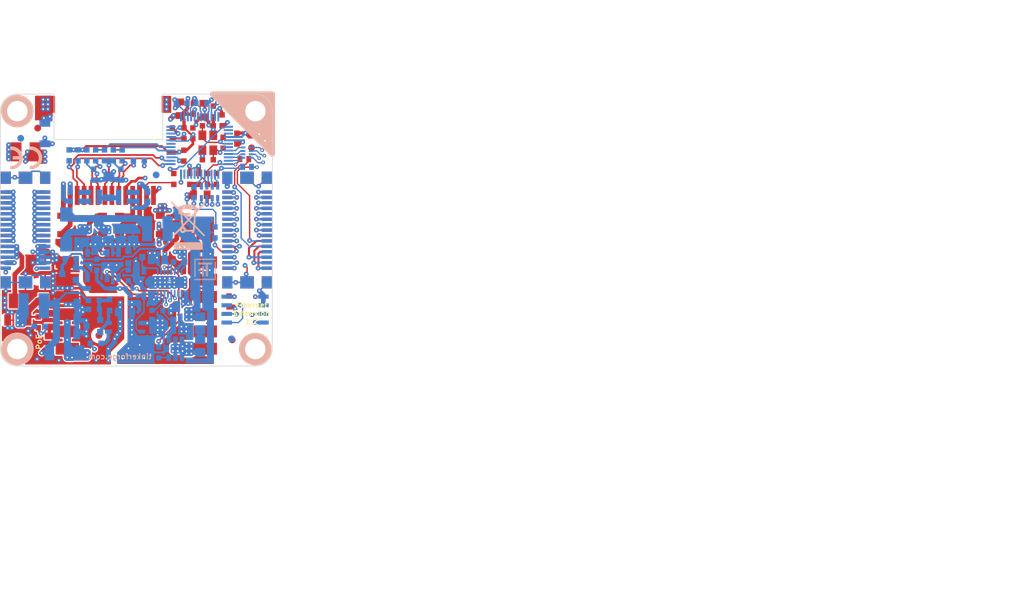
<source format=kicad_pcb>
(kicad_pcb (version 20171130) (host pcbnew 5.1.7-a382d34a8~87~ubuntu20.04.1)
  (title_block (title "Ethernet Extension with PoE") (date "Di 23 Jun 2015") (rev 1.1) (company "Tinkerforge GmbH") (comment 1 "Licensed under CERN OHL v.1.1") (comment 2 "Copyright (©) 2015, B.Nordmeyer <bastian@tinkerforge.com>"))
  (layers (0 Vorderseite signal hide) (1 GND signal hide) (2 VCC signal hide) (31 Rückseite signal) (34 B.Paste user) (35 F.Paste user) (36 B.SilkS user) (37 F.SilkS user) (38 B.Mask user) (39 F.Mask user) (44 Edge.Cuts user))
  (net 0 "")
  (net 1 +3.3VP)
  (net 2 +5V)
  (net 3 3V3)
  (net 4 AGND)
  (net 5 DATA+)
  (net 6 DATA-)
  (net 7 GND)
  (net 8 GNDPWR)
  (net 9 INT)
  (net 10 MISO)
  (net 11 MOSI)
  (net 12 RXIN)
  (net 13 RXIP)
  (net 14 SCK)
  (net 15 SCL)
  (net 16 SDA)
  (net 17 SELECT)
  (net 18 SPARE+)
  (net 19 SPARE-)
  (net 20 TXON)
  (net 21 TXOP)
  (net 22 VAA)
  (net 23 VCC)
  (net 24 nRESET)
  (net 25 yellowLED)
  (net 26 "Net-(C16-Pad2)")
  (net 27 "Net-(C18-Pad2)")
  (net 28 "Net-(C21-Pad2)")
  (net 29 "Net-(C22-Pad2)")
  (net 30 "Net-(C23-Pad2)")
  (net 31 "Net-(C28-Pad1)")
  (net 32 "Net-(C28-Pad2)")
  (net 33 "Net-(C33-Pad2)")
  (net 34 "Net-(C35-Pad2)")
  (net 35 "Net-(C37-Pad2)")
  (net 36 "Net-(C38-Pad1)")
  (net 37 "Net-(C38-Pad2)")
  (net 38 "Net-(C39-Pad2)")
  (net 39 "Net-(C42-Pad2)")
  (net 40 "Net-(D4-Pad2)")
  (net 41 "Net-(D5-Pad2)")
  (net 42 "Net-(D6-Pad1)")
  (net 43 "Net-(D7-Pad2)")
  (net 44 "Net-(D8-Pad1)")
  (net 45 "Net-(D8-Pad2)")
  (net 46 "Net-(D10-Pad1)")
  (net 47 "Net-(D11-Pad2)")
  (net 48 "Net-(J1-Pad23)")
  (net 49 "Net-(J1-Pad21)")
  (net 50 "Net-(J1-Pad19)")
  (net 51 "Net-(J1-Pad11)")
  (net 52 "Net-(J1-Pad9)")
  (net 53 "Net-(J1-Pad7)")
  (net 54 "Net-(J1-Pad5)")
  (net 55 "Net-(J1-Pad3)")
  (net 56 "Net-(J1-Pad1)")
  (net 57 "Net-(J1-Pad6)")
  (net 58 "Net-(J1-Pad8)")
  (net 59 "Net-(J1-Pad10)")
  (net 60 "Net-(J1-Pad12)")
  (net 61 "Net-(J1-Pad14)")
  (net 62 "Net-(J1-Pad16)")
  (net 63 "Net-(J1-Pad18)")
  (net 64 "Net-(J1-Pad20)")
  (net 65 "Net-(J1-Pad22)")
  (net 66 "Net-(J1-Pad24)")
  (net 67 "Net-(J1-Pad26)")
  (net 68 "Net-(J1-Pad28)")
  (net 69 "Net-(J1-Pad30)")
  (net 70 "Net-(J3-Pad29)")
  (net 71 "Net-(J3-Pad1)")
  (net 72 "Net-(J3-Pad10)")
  (net 73 "Net-(J3-Pad30)")
  (net 74 "Net-(P1-Pad7)")
  (net 75 "Net-(P1-Pad13)")
  (net 76 "Net-(Q3-Pad3)")
  (net 77 "Net-(Q3-Pad4)")
  (net 78 "Net-(R1-Pad2)")
  (net 79 "Net-(R2-Pad2)")
  (net 80 "Net-(R3-Pad2)")
  (net 81 "Net-(R14-Pad1)")
  (net 82 "Net-(R16-Pad1)")
  (net 83 "Net-(R17-Pad2)")
  (net 84 "Net-(R19-Pad2)")
  (net 85 "Net-(R25-Pad1)")
  (net 86 "Net-(C1-Pad2)")
  (net 87 "Net-(C7-Pad2)")
  (net 88 "Net-(C12-Pad2)")
  (net 89 "Net-(C14-Pad2)")
  (net 90 "Net-(C17-Pad2)")
  (net 91 "Net-(C19-Pad2)")
  (net 92 "Net-(C24-Pad2)")
  (net 93 "Net-(RP3-Pad5)")
  (net 94 "Net-(RP3-Pad6)")
  (net 95 "Net-(RP3-Pad7)")
  (net 96 "Net-(RP3-Pad8)")
  (net 97 "Net-(J1-Pad29)")
  (net 98 "Net-(J1-Pad27)")
  (net 99 "Net-(J1-Pad25)")
  (net 100 "Net-(J2-Pad23)")
  (net 101 "Net-(U1-Pad7)")
  (net 102 "Net-(U1-Pad12)")
  (net 103 "Net-(U1-Pad13)")
  (net 104 "Net-(U1-Pad18)")
  (net 105 "Net-(U1-Pad24)")
  (net 106 "Net-(U1-Pad26)")
  (net 107 "Net-(U1-Pad27)")
  (net 108 "Net-(U1-Pad46)")
  (net 109 "Net-(U1-Pad47)")
  (net 110 "Net-(U2-Pad7)")
  (net 111 "Net-(D301-Pad1)")
  (net 112 "Net-(R301-Pad1)")
  (net 113 EP)
  (net 114 SW)
  (net 115 SHD)
  (net 116 "Net-(R102-Pad1)")
  (net 117 "Net-(R101-Pad1)")
  (net 118 "Net-(RP101-Pad8)")
  (net 119 "Net-(RP101-Pad7)")
  (net 120 "Net-(RP101-Pad6)")
  (net 121 "Net-(RP101-Pad5)")
  (module 4X0603 (layer Rückseite) (at 161.85 103.4)
    (fp_text reference RP3)
    (fp_text value 10k)
    (pad 1 smd rect (at -1.19888 0.8509) (size 0.44958 0.89916) (layers Rückseite B.Paste B.Mask) (net 7 GND))
    (pad 2 smd rect (at -0.39878 0.8509) (size 0.44958 0.89916) (layers Rückseite B.Paste B.Mask) (net 7 GND))
    (pad 3 smd rect (at 0.39878 0.8509) (size 0.44958 0.89916) (layers Rückseite B.Paste B.Mask) (net 7 GND))
    (pad 4 smd rect (at 1.19888 0.8509) (size 0.44958 0.89916) (layers Rückseite B.Paste B.Mask) (net 7 GND))
    (pad 5 smd rect (at 1.19888 -0.8509) (size 0.44958 0.89916) (layers Rückseite B.Paste B.Mask) (net 93 "Net-(RP3-Pad5)"))
    (pad 6 smd rect (at 0.39878 -0.8509) (size 0.44958 0.89916) (layers Rückseite B.Paste B.Mask) (net 94 "Net-(RP3-Pad6)"))
    (pad 7 smd rect (at -0.39878 -0.8509) (size 0.44958 0.89916) (layers Rückseite B.Paste B.Mask) (net 95 "Net-(RP3-Pad7)"))
    (pad 8 smd rect (at -1.19888 -0.8509) (size 0.44958 0.89916) (layers Rückseite B.Paste B.Mask) (net 96 "Net-(RP3-Pad8)"))
  )
  (module MiniDIP (layer Vorderseite) (at 151.6 108.2 270)
    (fp_text reference D1)
    (fp_text value HD01)
    (pad 1 smd rect (at -1.34874 -2.99974 270) (size 0.89916 1.30048) (layers Vorderseite F.Paste F.Mask) (net 31 "Net-(C28-Pad1)"))
    (pad 3 smd rect (at 1.34874 -2.99974 270) (size 0.89916 1.30048) (layers Vorderseite F.Paste F.Mask) (net 32 "Net-(C28-Pad2)"))
    (pad 2 smd rect (at -1.34874 2.99974 270) (size 0.89916 1.30048) (layers Vorderseite F.Paste F.Mask) (net 5 DATA+))
    (pad 4 smd rect (at 1.34874 2.99974 270) (size 0.89916 1.30048) (layers Vorderseite F.Paste F.Mask) (net 6 DATA-))
  )
  (module EFD15 (layer Vorderseite) (at 151.075 120.05 90)
    (fp_text reference T1)
    (fp_text value EFD15)
    (pad 1 smd rect (at -6.35 10.15492 90) (size 1.75006 3.429) (layers Vorderseite F.Paste F.Mask) (net 114 SW))
    (pad 2 smd rect (at -3.81 10.15492 90) (size 1.75006 3.429) (layers Vorderseite F.Paste F.Mask))
    (pad 3 smd rect (at -1.27 10.15492 90) (size 1.75006 3.429) (layers Vorderseite F.Paste F.Mask) (net 33 "Net-(C33-Pad2)"))
    (pad 4 smd rect (at 1.27 10.15492 90) (size 1.75006 3.429) (layers Vorderseite F.Paste F.Mask))
    (pad 5 smd rect (at 3.81 10.15492 90) (size 1.75006 3.429) (layers Vorderseite F.Paste F.Mask) (net 112 "Net-(R301-Pad1)"))
    (pad 6 smd rect (at 6.35 10.15492 90) (size 1.75006 3.429) (layers Vorderseite F.Paste F.Mask) (net 4 AGND))
    (pad 7 smd rect (at 6.35 -10.15492 90) (size 1.75006 3.429) (layers Vorderseite F.Paste F.Mask) (net 7 GND))
    (pad 8 smd rect (at 3.81 -10.15492 90) (size 1.75006 3.429) (layers Vorderseite F.Paste F.Mask) (net 7 GND))
    (pad 9 smd rect (at 1.27 -10.15492 90) (size 1.75006 3.429) (layers Vorderseite F.Paste F.Mask) (net 7 GND))
    (pad 10 smd rect (at -1.27 -10.15492 90) (size 1.75006 3.429) (layers Vorderseite F.Paste F.Mask) (net 46 "Net-(D10-Pad1)"))
    (pad 11 smd rect (at -3.81 -10.15492 90) (size 1.75006 3.429) (layers Vorderseite F.Paste F.Mask) (net 46 "Net-(D10-Pad1)"))
    (pad 12 smd rect (at -6.35 -10.15492 90) (size 1.75006 3.429) (layers Vorderseite F.Paste F.Mask) (net 46 "Net-(D10-Pad1)"))
  )
  (module SOD-123 (layer Rückseite) (at 152.2 116.775 270)
    (fp_text reference D8)
    (fp_text value BAS16H)
    (pad 1 smd rect (at -1.84912 0 270) (size 1.19888 0.70104) (layers Rückseite B.Paste B.Mask) (net 44 "Net-(D8-Pad1)") (clearance 0.14986))
    (pad 2 smd rect (at 1.84912 0 270) (size 1.19888 0.70104) (layers Rückseite B.Paste B.Mask) (net 45 "Net-(D8-Pad2)") (clearance 0.14986))
  )
  (module kicad-libraries:WEEE_7mm (layer Rückseite) (at 158.75 108.275 180)
    (fp_text reference VAL hide)
    (fp_text value WEEE_7mm hide)
  )
  (module C0805 (layer Rückseite) (at 154.275 113.35)
    (fp_text reference C34)
    (fp_text value 4,7µF/16V)
    (pad 1 smd rect (at -1.00076 0) (size 1.00076 1.24968) (layers Rückseite B.Paste B.Mask) (net 4 AGND) (clearance 0.14986))
    (pad 2 smd rect (at 1.00076 0) (size 1.00076 1.24968) (layers Rückseite B.Paste B.Mask) (net 22 VAA) (clearance 0.14986))
  )
  (module SOD-123 (layer Rückseite) (at 148.45 114.15 270)
    (fp_text reference D5)
    (fp_text value MMSD4148)
    (pad 1 smd rect (at -1.84912 0 270) (size 1.19888 0.70104) (layers Rückseite B.Paste B.Mask) (net 4 AGND) (clearance 0.14986))
    (pad 2 smd rect (at 1.84912 0 270) (size 1.19888 0.70104) (layers Rückseite B.Paste B.Mask) (net 41 "Net-(D5-Pad2)") (clearance 0.14986))
  )
  (module SOT23GDS (layer Rückseite) (at 150.925 112.925 270)
    (fp_text reference Q1)
    (fp_text value 2N7002P)
    (pad S smd rect (at -0.889 1.016 270) (size 0.9144 0.9144) (layers Rückseite B.Paste B.Mask) (net 4 AGND))
    (pad G smd rect (at 0.889 1.016 270) (size 0.9144 0.9144) (layers Rückseite B.Paste B.Mask) (net 41 "Net-(D5-Pad2)"))
    (pad D smd rect (at 0 -1.016 270) (size 0.9144 0.9144) (layers Rückseite B.Paste B.Mask) (net 44 "Net-(D8-Pad1)"))
  )
  (module R0603 (layer Rückseite) (at 157.375 113.65)
    (fp_text reference R14)
    (fp_text value DNP)
    (pad 1 smd rect (at -0.8001 0) (size 0.8001 0.8001) (layers Rückseite B.Paste B.Mask) (net 81 "Net-(R14-Pad1)"))
    (pad 2 smd rect (at 0.8001 0) (size 0.8001 0.8001) (layers Rückseite B.Paste B.Mask) (net 31 "Net-(C28-Pad1)"))
  )
  (module R0603 (layer Rückseite) (at 154.2 120.75)
    (fp_text reference R16)
    (fp_text value 10k)
    (pad 1 smd rect (at -0.8001 0) (size 0.8001 0.8001) (layers Rückseite B.Paste B.Mask) (net 82 "Net-(R16-Pad1)"))
    (pad 2 smd rect (at 0.8001 0) (size 0.8001 0.8001) (layers Rückseite B.Paste B.Mask) (net 77 "Net-(Q3-Pad4)"))
  )
  (module R0603 (layer Rückseite) (at 149.9 115.6 270)
    (fp_text reference R17)
    (fp_text value 10k)
    (pad 1 smd rect (at -0.8001 0 270) (size 0.8001 0.8001) (layers Rückseite B.Paste B.Mask) (net 41 "Net-(D5-Pad2)"))
    (pad 2 smd rect (at 0.8001 0 270) (size 0.8001 0.8001) (layers Rückseite B.Paste B.Mask) (net 83 "Net-(R17-Pad2)"))
  )
  (module R0603 (layer Rückseite) (at 154.375 126.95 90)
    (fp_text reference R19)
    (fp_text value 150)
    (pad 1 smd rect (at -0.8001 0 90) (size 0.8001 0.8001) (layers Rückseite B.Paste B.Mask) (net 76 "Net-(Q3-Pad3)"))
    (pad 2 smd rect (at 0.8001 0 90) (size 0.8001 0.8001) (layers Rückseite B.Paste B.Mask) (net 84 "Net-(R19-Pad2)"))
  )
  (module R1210 (layer Rückseite) (at 154.975 122.95 180)
    (fp_text reference R23)
    (fp_text value 0,022/1%)
    (pad 1 smd rect (at -1.5494 0 180) (size 0.89916 2.49936) (layers Rückseite B.Paste B.Mask) (net 77 "Net-(Q3-Pad4)") (clearance 0.14986))
    (pad 2 smd rect (at 1.5494 0 180) (size 0.89916 2.49936) (layers Rückseite B.Paste B.Mask) (net 4 AGND) (clearance 0.14986))
  )
  (module DFN16_5x3 (layer Rückseite) (at 155.975 116.65)
    (fp_text reference U3)
    (fp_text value LTC4267D)
    (pad 1 smd rect (at -1.75006 -1.524) (size 0.24892 0.8509) (layers Rückseite B.Paste B.Mask) (net 44 "Net-(D8-Pad1)"))
    (pad 2 smd rect (at -1.24968 -1.524) (size 0.24892 0.8509) (layers Rückseite B.Paste B.Mask) (net 4 AGND))
    (pad 3 smd rect (at -0.7493 -1.524) (size 0.24892 0.8509) (layers Rückseite B.Paste B.Mask) (net 84 "Net-(R19-Pad2)"))
    (pad 4 smd rect (at -0.24892 -1.524) (size 0.24892 0.8509) (layers Rückseite B.Paste B.Mask) (net 22 VAA))
    (pad 5 smd rect (at 0.24892 -1.524) (size 0.24892 0.8509) (layers Rückseite B.Paste B.Mask) (net 81 "Net-(R14-Pad1)"))
    (pad 6 smd rect (at 0.7493 -1.524) (size 0.24892 0.8509) (layers Rückseite B.Paste B.Mask) (net 31 "Net-(C28-Pad1)"))
    (pad 7 smd rect (at 1.24968 -1.524) (size 0.24892 0.8509) (layers Rückseite B.Paste B.Mask) (net 31 "Net-(C28-Pad1)"))
    (pad 8 smd rect (at 1.75006 -1.524) (size 0.24892 0.8509) (layers Rückseite B.Paste B.Mask) (net 31 "Net-(C28-Pad1)"))
    (pad 9 smd rect (at 1.75006 1.524) (size 0.24892 0.8509) (layers Rückseite B.Paste B.Mask) (net 4 AGND))
    (pad 10 smd rect (at 1.24968 1.524) (size 0.24892 0.8509) (layers Rückseite B.Paste B.Mask) (net 4 AGND))
    (pad 11 smd rect (at 0.7493 1.524) (size 0.24892 0.8509) (layers Rückseite B.Paste B.Mask) (net 83 "Net-(R17-Pad2)"))
    (pad 12 smd rect (at 0.24892 1.524) (size 0.24892 0.8509) (layers Rückseite B.Paste B.Mask) (net 31 "Net-(C28-Pad1)"))
    (pad 13 smd rect (at -0.24892 1.524) (size 0.24892 0.8509) (layers Rückseite B.Paste B.Mask) (net 40 "Net-(D4-Pad2)"))
    (pad 14 smd rect (at -0.7493 1.524) (size 0.24892 0.8509) (layers Rückseite B.Paste B.Mask) (net 82 "Net-(R16-Pad1)"))
    (pad 15 smd rect (at -1.24968 1.524) (size 0.24892 0.8509) (layers Rückseite B.Paste B.Mask) (net 4 AGND))
    (pad 16 smd rect (at -1.75006 1.524) (size 0.24892 0.8509) (layers Rückseite B.Paste B.Mask) (net 4 AGND))
    (pad EP smd rect (at 0 0) (size 4.39928 1.651) (layers Rückseite B.Paste B.Mask) (net 113 EP))
  )
  (module kicad-libraries:Fiducial_Mark (layer Vorderseite) (at 168.025 96.85)
    (fp_text reference Fiducial_Mark hide)
    (fp_text value VAL** hide)
    (pad 1 smd circle (at 0 0) (size 1.00076 1.00076) (layers Vorderseite F.Paste F.Mask) (clearance 0.65024))
  )
  (module kicad-libraries:Fiducial_Mark (layer Vorderseite) (at 136.575 93.95)
    (fp_text reference Fiducial_Mark hide)
    (fp_text value VAL** hide)
    (pad 1 smd circle (at 0 0) (size 1.00076 1.00076) (layers Vorderseite F.Paste F.Mask) (clearance 0.65024))
  )
  (module kicad-libraries:Fiducial_Mark (layer Vorderseite) (at 145.575 124.45)
    (fp_text reference Fiducial_Mark hide)
    (fp_text value VAL** hide)
    (pad 1 smd circle (at 0 0) (size 1.00076 1.00076) (layers Vorderseite F.Paste F.Mask) (clearance 0.65024))
  )
  (module kicad-libraries:Fiducial_Mark (layer Vorderseite) (at 165.175 125.1)
    (fp_text reference Fiducial_Mark hide)
    (fp_text value VAL** hide)
    (pad 1 smd circle (at 0 0) (size 1.00076 1.00076) (layers Vorderseite F.Paste F.Mask) (clearance 0.65024))
  )
  (module kicad-libraries:Fiducial_Mark (layer Rückseite) (at 154 100.825)
    (fp_text reference Fiducial_Mark hide)
    (fp_text value VAL** hide)
    (pad 1 smd circle (at 0 0) (size 1.00076 1.00076) (layers Rückseite B.Paste B.Mask) (clearance 0.65024))
  )
  (module kicad-libraries:Fiducial_Mark (layer Rückseite) (at 134.075 95.45)
    (fp_text reference Fiducial_Mark hide)
    (fp_text value VAL** hide)
    (pad 1 smd circle (at 0 0) (size 1.00076 1.00076) (layers Rückseite B.Paste B.Mask) (clearance 0.65024))
  )
  (module kicad-libraries:Fiducial_Mark (layer Rückseite) (at 165.075 124.95)
    (fp_text reference Fiducial_Mark hide)
    (fp_text value VAL** hide)
    (pad 1 smd circle (at 0 0) (size 1.00076 1.00076) (layers Rückseite B.Paste B.Mask) (clearance 0.65024))
  )
  (module kicad-libraries:Logo_31x31 (layer Rückseite) (at 162.775 113.15 180)
    (fp_text reference G*** hide)
    (fp_text value Logo_31x31 hide)
  )
  (module kicad-libraries:CE_5mm (layer Rückseite) (at 134.85 98.325 180)
    (fp_text reference VAL hide)
    (fp_text value CE_5mm hide)
  )
  (module C0603 (layer Vorderseite) (at 162.4 91.5 90)
    (fp_text reference C1)
    (fp_text value 10nF)
    (pad 1 smd rect (at -0.8001 0 90) (size 0.8001 0.8001) (layers Vorderseite F.Paste F.Mask) (net 7 GND))
    (pad 2 smd rect (at 0.8001 0 90) (size 0.8001 0.8001) (layers Vorderseite F.Paste F.Mask) (net 86 "Net-(C1-Pad2)"))
  )
  (module C0805P (layer Vorderseite) (at 169.025 94.85)
    (fp_text reference C2)
    (fp_text value 10µF/16V-TT)
    (pad 1 smd rect (at -1.00076 0) (size 1.00076 1.24968) (layers Vorderseite F.Paste F.Mask) (net 3 3V3) (clearance 0.14986))
    (pad 2 smd rect (at 1.00076 0) (size 1.00076 1.24968) (layers Vorderseite F.Paste F.Mask) (net 7 GND) (clearance 0.14986))
  )
  (module C0603 (layer Vorderseite) (at 165.875 95.5 90)
    (fp_text reference C3)
    (fp_text value 100nF)
    (pad 1 smd rect (at -0.8001 0 90) (size 0.8001 0.8001) (layers Vorderseite F.Paste F.Mask) (net 7 GND))
    (pad 2 smd rect (at 0.8001 0 90) (size 0.8001 0.8001) (layers Vorderseite F.Paste F.Mask) (net 3 3V3))
  )
  (module C0805P (layer Vorderseite) (at 157.5 91.1 90)
    (fp_text reference C4)
    (fp_text value 10µF/16V-TT)
    (pad 1 smd rect (at -1.00076 0 90) (size 1.00076 1.24968) (layers Vorderseite F.Paste F.Mask) (net 1 +3.3VP) (clearance 0.14986))
    (pad 2 smd rect (at 1.00076 0 90) (size 1.00076 1.24968) (layers Vorderseite F.Paste F.Mask) (net 7 GND) (clearance 0.14986))
  )
  (module C0603 (layer Vorderseite) (at 158.075 98 90)
    (fp_text reference C5)
    (fp_text value 100nF)
    (pad 1 smd rect (at -0.8001 0 90) (size 0.8001 0.8001) (layers Vorderseite F.Paste F.Mask) (net 7 GND))
    (pad 2 smd rect (at 0.8001 0 90) (size 0.8001 0.8001) (layers Vorderseite F.Paste F.Mask) (net 1 +3.3VP))
  )
  (module C0603 (layer Vorderseite) (at 159.4 94.725 270)
    (fp_text reference C6)
    (fp_text value 100nF)
    (pad 1 smd rect (at -0.8001 0 270) (size 0.8001 0.8001) (layers Vorderseite F.Paste F.Mask) (net 7 GND))
    (pad 2 smd rect (at 0.8001 0 270) (size 0.8001 0.8001) (layers Vorderseite F.Paste F.Mask) (net 1 +3.3VP))
  )
  (module C0805 (layer Vorderseite) (at 161 91.3 90)
    (fp_text reference C7)
    (fp_text value 4.7uF)
    (pad 1 smd rect (at -1.00076 0 90) (size 1.00076 1.24968) (layers Vorderseite F.Paste F.Mask) (net 7 GND) (clearance 0.14986))
    (pad 2 smd rect (at 1.00076 0 90) (size 1.00076 1.24968) (layers Vorderseite F.Paste F.Mask) (net 87 "Net-(C7-Pad2)") (clearance 0.14986))
  )
  (module C0603 (layer Vorderseite) (at 158.1 94.725 90)
    (fp_text reference C8)
    (fp_text value 100nF)
    (pad 1 smd rect (at -0.8001 0 90) (size 0.8001 0.8001) (layers Vorderseite F.Paste F.Mask) (net 7 GND))
    (pad 2 smd rect (at 0.8001 0 90) (size 0.8001 0.8001) (layers Vorderseite F.Paste F.Mask) (net 1 +3.3VP))
  )
  (module C0603 (layer Rückseite) (at 157.75 90.3)
    (fp_text reference C9)
    (fp_text value 100nF)
    (pad 1 smd rect (at -0.8001 0) (size 0.8001 0.8001) (layers Rückseite B.Paste B.Mask) (net 7 GND))
    (pad 2 smd rect (at 0.8001 0) (size 0.8001 0.8001) (layers Rückseite B.Paste B.Mask) (net 1 +3.3VP))
  )
  (module C0603 (layer Vorderseite) (at 159.475 91.1 270)
    (fp_text reference C10)
    (fp_text value 100nF)
    (pad 1 smd rect (at -0.8001 0 270) (size 0.8001 0.8001) (layers Vorderseite F.Paste F.Mask) (net 7 GND))
    (pad 2 smd rect (at 0.8001 0 270) (size 0.8001 0.8001) (layers Vorderseite F.Paste F.Mask) (net 1 +3.3VP))
  )
  (module C0603 (layer Rückseite) (at 160.65 90.3)
    (fp_text reference C11)
    (fp_text value 100nF)
    (pad 1 smd rect (at -0.8001 0) (size 0.8001 0.8001) (layers Rückseite B.Paste B.Mask) (net 7 GND))
    (pad 2 smd rect (at 0.8001 0) (size 0.8001 0.8001) (layers Rückseite B.Paste B.Mask) (net 1 +3.3VP))
  )
  (module C0603 (layer Vorderseite) (at 161.6 98.6)
    (fp_text reference C12)
    (fp_text value 10pF)
    (pad 1 smd rect (at -0.8001 0) (size 0.8001 0.8001) (layers Vorderseite F.Paste F.Mask) (net 7 GND))
    (pad 2 smd rect (at 0.8001 0) (size 0.8001 0.8001) (layers Vorderseite F.Paste F.Mask) (net 88 "Net-(C12-Pad2)"))
  )
  (module 0805P (layer Vorderseite) (at 160.5 103.75)
    (fp_text reference C13)
    (fp_text value 10µF/16V-TT)
    (pad 1 smd rect (at -1.00076 0) (size 1.00076 1.24968) (layers Vorderseite F.Paste F.Mask) (net 23 VCC) (clearance 0.14986))
    (pad 2 smd rect (at 1.00076 0) (size 1.00076 1.24968) (layers Vorderseite F.Paste F.Mask) (net 7 GND) (clearance 0.14986))
  )
  (module C0603 (layer Vorderseite) (at 161.6 93.6 180)
    (fp_text reference C14)
    (fp_text value 10pF)
    (pad 1 smd rect (at -0.8001 0 180) (size 0.8001 0.8001) (layers Vorderseite F.Paste F.Mask) (net 7 GND))
    (pad 2 smd rect (at 0.8001 0 180) (size 0.8001 0.8001) (layers Vorderseite F.Paste F.Mask) (net 89 "Net-(C14-Pad2)"))
  )
  (module 3528-21 (layer Vorderseite) (at 134.79 97.44 180)
    (fp_text reference C15)
    (fp_text value 100µF)
    (pad 1 smd rect (at -1.40048 0 180) (size 1.59954 2.79908) (layers Vorderseite F.Paste F.Mask) (net 23 VCC) (clearance 0.14986))
    (pad 2 smd rect (at 1.40048 0 180) (size 1.59954 2.79908) (layers Vorderseite F.Paste F.Mask) (net 7 GND) (clearance 0.14986))
  )
  (module C0603 (layer Rückseite) (at 144.8 100.8 90)
    (fp_text reference C16)
    (fp_text value 22nF)
    (pad 1 smd rect (at -0.8001 0 90) (size 0.8001 0.8001) (layers Rückseite B.Paste B.Mask) (net 7 GND))
    (pad 2 smd rect (at 0.8001 0 90) (size 0.8001 0.8001) (layers Rückseite B.Paste B.Mask) (net 26 "Net-(C16-Pad2)"))
  )
  (module C0603 (layer Rückseite) (at 148.8 100.8 90)
    (fp_text reference C17)
    (fp_text value 10nF)
    (pad 1 smd rect (at -0.8001 0 90) (size 0.8001 0.8001) (layers Rückseite B.Paste B.Mask) (net 7 GND))
    (pad 2 smd rect (at 0.8001 0 90) (size 0.8001 0.8001) (layers Rückseite B.Paste B.Mask) (net 90 "Net-(C17-Pad2)"))
  )
  (module C0603 (layer Rückseite) (at 145.1 97.95 270)
    (fp_text reference C18)
    (fp_text value 6.8nF)
    (pad 1 smd rect (at -0.8001 0 270) (size 0.8001 0.8001) (layers Rückseite B.Paste B.Mask) (net 13 RXIP))
    (pad 2 smd rect (at 0.8001 0 270) (size 0.8001 0.8001) (layers Rückseite B.Paste B.Mask) (net 27 "Net-(C18-Pad2)"))
  )
  (module C0603 (layer Rückseite) (at 149 97.95 270)
    (fp_text reference C19)
    (fp_text value 6.8nF)
    (pad 1 smd rect (at -0.8001 0 270) (size 0.8001 0.8001) (layers Rückseite B.Paste B.Mask) (net 12 RXIN))
    (pad 2 smd rect (at 0.8001 0 270) (size 0.8001 0.8001) (layers Rückseite B.Paste B.Mask) (net 91 "Net-(C19-Pad2)"))
  )
  (module C0603 (layer Vorderseite) (at 164.725 119.45 90)
    (fp_text reference C20)
    (fp_text value 100nF)
    (pad 1 smd rect (at -0.8001 0 90) (size 0.8001 0.8001) (layers Vorderseite F.Paste F.Mask) (net 7 GND))
    (pad 2 smd rect (at 0.8001 0 90) (size 0.8001 0.8001) (layers Vorderseite F.Paste F.Mask) (net 3 3V3))
  )
  (module C0603 (layer Rückseite) (at 149.25 104.7)
    (fp_text reference C21)
    (fp_text value 0.01µF/200V)
    (pad 1 smd rect (at -0.8001 0) (size 0.8001 0.8001) (layers Rückseite B.Paste B.Mask) (net 8 GNDPWR))
    (pad 2 smd rect (at 0.8001 0) (size 0.8001 0.8001) (layers Rückseite B.Paste B.Mask) (net 28 "Net-(C21-Pad2)"))
  )
  (module C0603 (layer Rückseite) (at 149.25 103.4)
    (fp_text reference C22)
    (fp_text value 0.01µF/200V)
    (pad 1 smd rect (at -0.8001 0) (size 0.8001 0.8001) (layers Rückseite B.Paste B.Mask) (net 8 GNDPWR))
    (pad 2 smd rect (at 0.8001 0) (size 0.8001 0.8001) (layers Rückseite B.Paste B.Mask) (net 29 "Net-(C22-Pad2)"))
  )
  (module C0603 (layer Rückseite) (at 144.85 104.7 180)
    (fp_text reference C23)
    (fp_text value 0.01µF/200V)
    (pad 1 smd rect (at -0.8001 0 180) (size 0.8001 0.8001) (layers Rückseite B.Paste B.Mask) (net 8 GNDPWR))
    (pad 2 smd rect (at 0.8001 0 180) (size 0.8001 0.8001) (layers Rückseite B.Paste B.Mask) (net 30 "Net-(C23-Pad2)"))
  )
  (module C0603 (layer Rückseite) (at 144.85 103.4 180)
    (fp_text reference C24)
    (fp_text value 0.01µF/200V)
    (pad 1 smd rect (at -0.8001 0 180) (size 0.8001 0.8001) (layers Rückseite B.Paste B.Mask) (net 8 GNDPWR))
    (pad 2 smd rect (at 0.8001 0 180) (size 0.8001 0.8001) (layers Rückseite B.Paste B.Mask) (net 92 "Net-(C24-Pad2)"))
  )
  (module C1206 (layer Rückseite) (at 147.05 102.7 90)
    (fp_text reference C25)
    (fp_text value 1nF/2kV)
    (pad 1 smd rect (at -1.50114 0 90) (size 1.00076 1.6002) (layers Rückseite B.Paste B.Mask) (net 8 GNDPWR))
    (pad 2 smd rect (at 1.50114 0 90) (size 1.00076 1.6002) (layers Rückseite B.Paste B.Mask) (net 7 GND))
  )
  (module C1206 (layer Rückseite) (at 137.625 94.75 270)
    (fp_text reference C26)
    (fp_text value 1nF/2kV)
    (pad 1 smd rect (at -1.50114 0 270) (size 1.00076 1.6002) (layers Rückseite B.Paste B.Mask) (net 115 SHD))
    (pad 2 smd rect (at 1.50114 0 270) (size 1.00076 1.6002) (layers Rückseite B.Paste B.Mask) (net 7 GND))
  )
  (module C0805 (layer Rückseite) (at 143.175 108.25 90)
    (fp_text reference C28)
    (fp_text value 0,1µF/100V)
    (pad 1 smd rect (at -1.00076 0 90) (size 1.00076 1.24968) (layers Rückseite B.Paste B.Mask) (net 31 "Net-(C28-Pad1)") (clearance 0.14986))
    (pad 2 smd rect (at 1.00076 0 90) (size 1.00076 1.24968) (layers Rückseite B.Paste B.Mask) (net 32 "Net-(C28-Pad2)") (clearance 0.14986))
  )
  (module C1206 (layer Rückseite) (at 147 108.75 90)
    (fp_text reference C29)
    (fp_text value 2,2µF/100V)
    (pad 1 smd rect (at -1.50114 0 90) (size 1.00076 1.6002) (layers Rückseite B.Paste B.Mask) (net 4 AGND))
    (pad 2 smd rect (at 1.50114 0 90) (size 1.00076 1.6002) (layers Rückseite B.Paste B.Mask) (net 32 "Net-(C28-Pad2)"))
  )
  (module C1206 (layer Rückseite) (at 145.2 108.75 90)
    (fp_text reference C30)
    (fp_text value 2,2µF/100V)
    (pad 1 smd rect (at -1.50114 0 90) (size 1.00076 1.6002) (layers Rückseite B.Paste B.Mask) (net 4 AGND))
    (pad 2 smd rect (at 1.50114 0 90) (size 1.00076 1.6002) (layers Rückseite B.Paste B.Mask) (net 32 "Net-(C28-Pad2)"))
  )
  (module C1206 (layer Rückseite) (at 148.8 108.75 90)
    (fp_text reference C31)
    (fp_text value 2,2µF/100V)
    (pad 1 smd rect (at -1.50114 0 90) (size 1.00076 1.6002) (layers Rückseite B.Paste B.Mask) (net 4 AGND))
    (pad 2 smd rect (at 1.50114 0 90) (size 1.00076 1.6002) (layers Rückseite B.Paste B.Mask) (net 32 "Net-(C28-Pad2)"))
  )
  (module C1206 (layer Rückseite) (at 150.6 108.75 90)
    (fp_text reference C32)
    (fp_text value 2,2µF/100V)
    (pad 1 smd rect (at -1.50114 0 90) (size 1.00076 1.6002) (layers Rückseite B.Paste B.Mask) (net 4 AGND))
    (pad 2 smd rect (at 1.50114 0 90) (size 1.00076 1.6002) (layers Rückseite B.Paste B.Mask) (net 32 "Net-(C28-Pad2)"))
  )
  (module C1206 (layer Rückseite) (at 158.525 120.2)
    (fp_text reference C33)
    (fp_text value 2,2µF/100V)
    (pad 1 smd rect (at -1.50114 0) (size 1.00076 1.6002) (layers Rückseite B.Paste B.Mask) (net 4 AGND))
    (pad 2 smd rect (at 1.50114 0) (size 1.00076 1.6002) (layers Rückseite B.Paste B.Mask) (net 33 "Net-(C33-Pad2)"))
  )
  (module C0805 (layer Rückseite) (at 149.425 121)
    (fp_text reference C36)
    (fp_text value 2200pF/250V)
    (pad 1 smd rect (at -1.00076 0) (size 1.00076 1.24968) (layers Rückseite B.Paste B.Mask) (net 7 GND) (clearance 0.14986))
    (pad 2 smd rect (at 1.00076 0) (size 1.00076 1.24968) (layers Rückseite B.Paste B.Mask) (net 4 AGND) (clearance 0.14986))
  )
  (module C1206 (layer Rückseite) (at 140.825 124.225 180)
    (fp_text reference C37)
    (fp_text value 100µF/10V)
    (pad 1 smd rect (at -1.50114 0 180) (size 1.00076 1.6002) (layers Rückseite B.Paste B.Mask) (net 7 GND))
    (pad 2 smd rect (at 1.50114 0 180) (size 1.00076 1.6002) (layers Rückseite B.Paste B.Mask) (net 35 "Net-(C37-Pad2)"))
  )
  (module C0603 (layer Rückseite) (at 147.15 119.975 270)
    (fp_text reference C38)
    (fp_text value 33nF)
    (pad 1 smd rect (at -0.8001 0 270) (size 0.8001 0.8001) (layers Rückseite B.Paste B.Mask) (net 36 "Net-(C38-Pad1)"))
    (pad 2 smd rect (at 0.8001 0 270) (size 0.8001 0.8001) (layers Rückseite B.Paste B.Mask) (net 37 "Net-(C38-Pad2)"))
  )
  (module C1206 (layer Rückseite) (at 140.825 122.025 180)
    (fp_text reference C40)
    (fp_text value 100µF/10V)
    (pad 1 smd rect (at -1.50114 0 180) (size 1.00076 1.6002) (layers Rückseite B.Paste B.Mask) (net 7 GND))
    (pad 2 smd rect (at 1.50114 0 180) (size 1.00076 1.6002) (layers Rückseite B.Paste B.Mask) (net 35 "Net-(C37-Pad2)"))
  )
  (module C1206 (layer Rückseite) (at 140.825 119.825 180)
    (fp_text reference C41)
    (fp_text value 100µF/10V)
    (pad 1 smd rect (at -1.50114 0 180) (size 1.00076 1.6002) (layers Rückseite B.Paste B.Mask) (net 7 GND))
    (pad 2 smd rect (at 1.50114 0 180) (size 1.00076 1.6002) (layers Rückseite B.Paste B.Mask) (net 35 "Net-(C37-Pad2)"))
  )
  (module C1206 (layer Vorderseite) (at 133.65 122.2)
    (fp_text reference C42)
    (fp_text value 10µF)
    (pad 1 smd rect (at -1.50114 0) (size 1.00076 1.6002) (layers Vorderseite F.Paste F.Mask) (net 7 GND))
    (pad 2 smd rect (at 1.50114 0) (size 1.00076 1.6002) (layers Vorderseite F.Paste F.Mask) (net 39 "Net-(C42-Pad2)"))
  )
  (module DO-214AC (layer Rückseite) (at 140.775 108.85 90)
    (fp_text reference D3)
    (fp_text value SMAJ58A)
    (pad 1 smd rect (at -2.19964 0 90) (size 2.10058 1.80086) (layers Rückseite B.Paste B.Mask) (net 31 "Net-(C28-Pad1)"))
    (pad 2 smd rect (at 2.19964 0 90) (size 2.10058 1.80086) (layers Rückseite B.Paste B.Mask) (net 32 "Net-(C28-Pad2)"))
  )
  (module SOD-123 (layer Rückseite) (at 146.775 114.15 270)
    (fp_text reference D4)
    (fp_text value MMSD4148)
    (pad 1 smd rect (at -1.84912 0 270) (size 1.19888 0.70104) (layers Rückseite B.Paste B.Mask) (net 32 "Net-(C28-Pad2)") (clearance 0.14986))
    (pad 2 smd rect (at 1.84912 0 270) (size 1.19888 0.70104) (layers Rückseite B.Paste B.Mask) (net 40 "Net-(D4-Pad2)") (clearance 0.14986))
  )
  (module SOD-123 (layer Rückseite) (at 145.675 117.55)
    (fp_text reference D6)
    (fp_text value BAS16H)
    (pad 1 smd rect (at -1.84912 0) (size 1.19888 0.70104) (layers Rückseite B.Paste B.Mask) (net 42 "Net-(D6-Pad1)") (clearance 0.14986))
    (pad 2 smd rect (at 1.84912 0) (size 1.19888 0.70104) (layers Rückseite B.Paste B.Mask) (net 22 VAA) (clearance 0.14986))
  )
  (module SOD-123 (layer Rückseite) (at 143.875 114.15 270)
    (fp_text reference D7)
    (fp_text value 8.2V)
    (pad 1 smd rect (at -1.84912 0 270) (size 1.19888 0.70104) (layers Rückseite B.Paste B.Mask) (net 4 AGND) (clearance 0.14986))
    (pad 2 smd rect (at 1.84912 0 270) (size 1.19888 0.70104) (layers Rückseite B.Paste B.Mask) (net 43 "Net-(D7-Pad2)") (clearance 0.14986))
  )
  (module SOT23-3 (layer Rückseite) (at 144.75 123.05 90)
    (fp_text reference D9)
    (fp_text value TLV431)
    (pad 1 smd rect (at 0.889 1.016 90) (size 0.9144 0.9144) (layers Rückseite B.Paste B.Mask) (net 36 "Net-(C38-Pad1)"))
    (pad 2 smd rect (at -0.889 1.016 90) (size 0.9144 0.9144) (layers Rückseite B.Paste B.Mask) (net 37 "Net-(C38-Pad2)"))
    (pad 3 smd rect (at 0 -1.00076 90) (size 0.9144 0.9144) (layers Rückseite B.Paste B.Mask) (net 7 GND))
  )
  (module SOD-128 (layer Rückseite) (at 140.5 127)
    (fp_text reference D10)
    (fp_text value PMEG4050)
    (pad 2 smd rect (at -2.19964 0) (size 1.39954 2.19964) (layers Rückseite B.Paste B.Mask) (net 35 "Net-(C37-Pad2)"))
    (pad 1 smd rect (at 2.19964 0) (size 1.39954 2.19964) (layers Rückseite B.Paste B.Mask) (net 46 "Net-(D10-Pad1)"))
  )
  (module D0603 (layer Vorderseite) (at 136.65 122.525 270)
    (fp_text reference D11)
    (fp_text value green)
    (pad 1 smd rect (at -0.8001 0 270) (size 0.8001 0.8001) (layers Vorderseite F.Paste F.Mask) (net 39 "Net-(C42-Pad2)"))
    (pad 2 smd rect (at 0.8001 0 270) (size 0.8001 0.8001) (layers Vorderseite F.Paste F.Mask) (net 47 "Net-(D11-Pad2)"))
  )
  (module SOD-128 (layer Vorderseite) (at 135.2 119.375)
    (fp_text reference D12)
    (fp_text value PMEG4050)
    (pad 2 smd rect (at -2.19964 0) (size 1.39954 2.19964) (layers Vorderseite F.Paste F.Mask) (net 2 +5V))
    (pad 1 smd rect (at 2.19964 0) (size 1.39954 2.19964) (layers Vorderseite F.Paste F.Mask) (net 39 "Net-(C42-Pad2)"))
  )
  (module C0603 (layer Vorderseite) (at 160.25 101.425 270)
    (fp_text reference L1)
    (fp_text value FB)
    (pad 1 smd rect (at -0.8001 0 270) (size 0.8001 0.8001) (layers Vorderseite F.Paste F.Mask) (net 3 3V3))
    (pad 2 smd rect (at 0.8001 0 270) (size 0.8001 0.8001) (layers Vorderseite F.Paste F.Mask) (net 23 VCC))
  )
  (module C0603 (layer Vorderseite) (at 158.95 101.425 270)
    (fp_text reference L2)
    (fp_text value FB)
    (pad 1 smd rect (at -0.8001 0 270) (size 0.8001 0.8001) (layers Vorderseite F.Paste F.Mask) (net 1 +3.3VP))
    (pad 2 smd rect (at 0.8001 0 270) (size 0.8001 0.8001) (layers Vorderseite F.Paste F.Mask) (net 23 VCC))
  )
  (module NR4040 (layer Rückseite) (at 154.175 108.75 180)
    (fp_text reference L5)
    (fp_text value 4.7µH)
    (pad 1 smd rect (at 1.5 0 180) (size 1.5 3.70078) (layers Rückseite B.Paste B.Mask) (net 32 "Net-(C28-Pad2)"))
    (pad 2 smd rect (at -1.5 0 180) (size 1.5 3.70078) (layers Rückseite B.Paste B.Mask) (net 33 "Net-(C33-Pad2)"))
  )
  (module NR4040 (layer Rückseite) (at 136 120.1)
    (fp_text reference L6)
    (fp_text value 4.7µH)
    (pad 1 smd rect (at 1.5 0) (size 1.5 3.70078) (layers Rückseite B.Paste B.Mask) (net 35 "Net-(C37-Pad2)"))
    (pad 2 smd rect (at -1.5 0) (size 1.5 3.70078) (layers Rückseite B.Paste B.Mask) (net 39 "Net-(C42-Pad2)"))
  )
  (module SOT23-3 (layer Rückseite) (at 141.175 115.4 90)
    (fp_text reference Q2)
    (fp_text value MMBTA42)
    (pad 1 smd rect (at 0.889 1.016 90) (size 0.9144 0.9144) (layers Rückseite B.Paste B.Mask) (net 43 "Net-(D7-Pad2)"))
    (pad 2 smd rect (at -0.889 1.016 90) (size 0.9144 0.9144) (layers Rückseite B.Paste B.Mask) (net 42 "Net-(D6-Pad1)"))
    (pad 3 smd rect (at 0 -1.00076 90) (size 0.9144 0.9144) (layers Rückseite B.Paste B.Mask) (net 33 "Net-(C33-Pad2)"))
  )
  (module SuperSOT6 (layer Rückseite) (at 156.825 126.4 180)
    (fp_text reference Q3)
    (fp_text value FDC2512)
    (pad 1 smd rect (at -0.94996 -1.30048 180) (size 0.70104 1.00076) (layers Rückseite B.Paste B.Mask) (net 114 SW))
    (pad 2 smd rect (at 0 -1.30048 180) (size 0.70104 1.00076) (layers Rückseite B.Paste B.Mask) (net 114 SW))
    (pad 3 smd rect (at 0.94996 -1.30048 180) (size 0.70104 1.00076) (layers Rückseite B.Paste B.Mask) (net 76 "Net-(Q3-Pad3)"))
    (pad 4 smd rect (at 0.94996 1.30048 180) (size 0.70104 1.00076) (layers Rückseite B.Paste B.Mask) (net 77 "Net-(Q3-Pad4)"))
    (pad 5 smd rect (at 0 1.30048 180) (size 0.70104 1.00076) (layers Rückseite B.Paste B.Mask) (net 114 SW))
    (pad 6 smd rect (at -0.94996 1.30048 180) (size 0.70104 1.00076) (layers Rückseite B.Paste B.Mask) (net 114 SW))
  )
  (module R0603 (layer Vorderseite) (at 163.7 92.8 90)
    (fp_text reference R1)
    (fp_text value 10k)
    (pad 1 smd rect (at -0.8001 0 90) (size 0.8001 0.8001) (layers Vorderseite F.Paste F.Mask) (net 7 GND))
    (pad 2 smd rect (at 0.8001 0 90) (size 0.8001 0.8001) (layers Vorderseite F.Paste F.Mask) (net 78 "Net-(R1-Pad2)"))
  )
  (module R0603 (layer Rückseite) (at 159.55 103.4 90)
    (fp_text reference R2)
    (fp_text value 10k)
    (pad 1 smd rect (at -0.8001 0 90) (size 0.8001 0.8001) (layers Rückseite B.Paste B.Mask) (net 7 GND))
    (pad 2 smd rect (at 0.8001 0 90) (size 0.8001 0.8001) (layers Rückseite B.Paste B.Mask) (net 79 "Net-(R2-Pad2)"))
  )
  (module R0603 (layer Vorderseite) (at 156.375 94.725 90)
    (fp_text reference R3)
    (fp_text value "12.4k 1%")
    (pad 1 smd rect (at -0.8001 0 90) (size 0.8001 0.8001) (layers Vorderseite F.Paste F.Mask) (net 7 GND))
    (pad 2 smd rect (at 0.8001 0 90) (size 0.8001 0.8001) (layers Vorderseite F.Paste F.Mask) (net 80 "Net-(R3-Pad2)"))
  )
  (module R0603 (layer Vorderseite) (at 163.85 96.1 90)
    (fp_text reference R4)
    (fp_text value 1M)
    (pad 1 smd rect (at -0.8001 0 90) (size 0.8001 0.8001) (layers Vorderseite F.Paste F.Mask) (net 88 "Net-(C12-Pad2)"))
    (pad 2 smd rect (at 0.8001 0 90) (size 0.8001 0.8001) (layers Vorderseite F.Paste F.Mask) (net 89 "Net-(C14-Pad2)"))
  )
  (module R0603 (layer Rückseite) (at 141.2 97.95 270)
    (fp_text reference R5)
    (fp_text value 49.9)
    (pad 1 smd rect (at -0.8001 0 270) (size 0.8001 0.8001) (layers Rückseite B.Paste B.Mask) (net 1 +3.3VP))
    (pad 2 smd rect (at 0.8001 0 270) (size 0.8001 0.8001) (layers Rückseite B.Paste B.Mask) (net 21 TXOP))
  )
  (module R0603 (layer Rückseite) (at 142.5 97.95 270)
    (fp_text reference R6)
    (fp_text value 49.9)
    (pad 1 smd rect (at -0.8001 0 270) (size 0.8001 0.8001) (layers Rückseite B.Paste B.Mask) (net 1 +3.3VP))
    (pad 2 smd rect (at 0.8001 0 270) (size 0.8001 0.8001) (layers Rückseite B.Paste B.Mask) (net 20 TXON))
  )
  (module R0603 (layer Rückseite) (at 143.8 97.95 270)
    (fp_text reference R7)
    (fp_text value 10)
    (pad 1 smd rect (at -0.8001 0 270) (size 0.8001 0.8001) (layers Rückseite B.Paste B.Mask) (net 1 +3.3VP))
    (pad 2 smd rect (at 0.8001 0 270) (size 0.8001 0.8001) (layers Rückseite B.Paste B.Mask) (net 26 "Net-(C16-Pad2)"))
  )
  (module R0603 (layer Rückseite) (at 146.4 97.95 270)
    (fp_text reference R8)
    (fp_text value 82)
    (pad 1 smd rect (at -0.8001 0 270) (size 0.8001 0.8001) (layers Rückseite B.Paste B.Mask) (net 13 RXIP))
    (pad 2 smd rect (at 0.8001 0 270) (size 0.8001 0.8001) (layers Rückseite B.Paste B.Mask) (net 90 "Net-(C17-Pad2)"))
  )
  (module R0603 (layer Rückseite) (at 147.7 97.95 90)
    (fp_text reference R9)
    (fp_text value 82)
    (pad 1 smd rect (at -0.8001 0 90) (size 0.8001 0.8001) (layers Rückseite B.Paste B.Mask) (net 90 "Net-(C17-Pad2)"))
    (pad 2 smd rect (at 0.8001 0 90) (size 0.8001 0.8001) (layers Rückseite B.Paste B.Mask) (net 12 RXIN))
  )
  (module R0603 (layer Rückseite) (at 151.95 104.7 180)
    (fp_text reference R10)
    (fp_text value 75)
    (pad 1 smd rect (at -0.8001 0 180) (size 0.8001 0.8001) (layers Rückseite B.Paste B.Mask) (net 5 DATA+))
    (pad 2 smd rect (at 0.8001 0 180) (size 0.8001 0.8001) (layers Rückseite B.Paste B.Mask) (net 28 "Net-(C21-Pad2)"))
  )
  (module R0603 (layer Rückseite) (at 151.95 103.4 180)
    (fp_text reference R11)
    (fp_text value 75)
    (pad 1 smd rect (at -0.8001 0 180) (size 0.8001 0.8001) (layers Rückseite B.Paste B.Mask) (net 6 DATA-))
    (pad 2 smd rect (at 0.8001 0 180) (size 0.8001 0.8001) (layers Rückseite B.Paste B.Mask) (net 29 "Net-(C22-Pad2)"))
  )
  (module R0603 (layer Rückseite) (at 142.15 104.7)
    (fp_text reference R12)
    (fp_text value 75)
    (pad 1 smd rect (at -0.8001 0) (size 0.8001 0.8001) (layers Rückseite B.Paste B.Mask) (net 18 SPARE+))
    (pad 2 smd rect (at 0.8001 0) (size 0.8001 0.8001) (layers Rückseite B.Paste B.Mask) (net 30 "Net-(C23-Pad2)"))
  )
  (module R0603 (layer Rückseite) (at 151.45 98.75 180)
    (fp_text reference R13)
    (fp_text value 470)
    (pad 1 smd rect (at -0.8001 0 180) (size 0.8001 0.8001) (layers Rückseite B.Paste B.Mask) (net 7 GND))
    (pad 2 smd rect (at 0.8001 0 180) (size 0.8001 0.8001) (layers Rückseite B.Paste B.Mask) (net 74 "Net-(P1-Pad7)"))
  )
  (module R0603 (layer Rückseite) (at 145.275 114.05 270)
    (fp_text reference R15)
    (fp_text value 220k)
    (pad 1 smd rect (at -0.8001 0 270) (size 0.8001 0.8001) (layers Rückseite B.Paste B.Mask) (net 33 "Net-(C33-Pad2)"))
    (pad 2 smd rect (at 0.8001 0 270) (size 0.8001 0.8001) (layers Rückseite B.Paste B.Mask) (net 22 VAA))
  )
  (module R0603 (layer Rückseite) (at 141.425 113.15)
    (fp_text reference R20)
    (fp_text value 220k)
    (pad 1 smd rect (at -0.8001 0) (size 0.8001 0.8001) (layers Rückseite B.Paste B.Mask) (net 33 "Net-(C33-Pad2)"))
    (pad 2 smd rect (at 0.8001 0) (size 0.8001 0.8001) (layers Rückseite B.Paste B.Mask) (net 43 "Net-(D7-Pad2)"))
  )
  (module R0603 (layer Rückseite) (at 145.1 125.6 180)
    (fp_text reference R25)
    (fp_text value 499)
    (pad 1 smd rect (at -0.8001 0 180) (size 0.8001 0.8001) (layers Rückseite B.Paste B.Mask) (net 85 "Net-(R25-Pad1)"))
    (pad 2 smd rect (at 0.8001 0 180) (size 0.8001 0.8001) (layers Rückseite B.Paste B.Mask) (net 35 "Net-(C37-Pad2)"))
  )
  (module R0603 (layer Rückseite) (at 144.85 119.3 180)
    (fp_text reference R26)
    (fp_text value 160k)
    (pad 1 smd rect (at -0.8001 0 180) (size 0.8001 0.8001) (layers Rückseite B.Paste B.Mask) (net 36 "Net-(C38-Pad1)"))
    (pad 2 smd rect (at 0.8001 0 180) (size 0.8001 0.8001) (layers Rückseite B.Paste B.Mask) (net 35 "Net-(C37-Pad2)"))
  )
  (module R0603 (layer Rückseite) (at 144.85 120.6)
    (fp_text reference R27)
    (fp_text value 47k)
    (pad 1 smd rect (at -0.8001 0) (size 0.8001 0.8001) (layers Rückseite B.Paste B.Mask) (net 7 GND))
    (pad 2 smd rect (at 0.8001 0) (size 0.8001 0.8001) (layers Rückseite B.Paste B.Mask) (net 36 "Net-(C38-Pad1)"))
  )
  (module R0603 (layer Rückseite) (at 136.9 123.1 180)
    (fp_text reference R28)
    (fp_text value 1k)
    (pad 1 smd rect (at -0.8001 0 180) (size 0.8001 0.8001) (layers Rückseite B.Paste B.Mask) (net 47 "Net-(D11-Pad2)"))
    (pad 2 smd rect (at 0.8001 0 180) (size 0.8001 0.8001) (layers Rückseite B.Paste B.Mask) (net 7 GND))
  )
  (module R0603 (layer Vorderseite) (at 156.6 101.425 270)
    (fp_text reference R29)
    (fp_text value 470)
    (pad 1 smd rect (at -0.8001 0 270) (size 0.8001 0.8001) (layers Vorderseite F.Paste F.Mask) (net 25 yellowLED))
    (pad 2 smd rect (at 0.8001 0 270) (size 0.8001 0.8001) (layers Vorderseite F.Paste F.Mask) (net 75 "Net-(P1-Pad13)"))
  )
  (module R0603 (layer Rückseite) (at 142.15 103.4)
    (fp_text reference R30)
    (fp_text value 75)
    (pad 1 smd rect (at -0.8001 0) (size 0.8001 0.8001) (layers Rückseite B.Paste B.Mask) (net 19 SPARE-))
    (pad 2 smd rect (at 0.8001 0) (size 0.8001 0.8001) (layers Rückseite B.Paste B.Mask) (net 92 "Net-(C24-Pad2)"))
  )
  (module R0603 (layer Rückseite) (at 162.65 109.3 270)
    (fp_text reference R31)
    (fp_text value 1k)
    (pad 1 smd rect (at -0.8001 0 270) (size 0.8001 0.8001) (layers Rückseite B.Paste B.Mask) (net 23 VCC))
    (pad 2 smd rect (at 0.8001 0 270) (size 0.8001 0.8001) (layers Rückseite B.Paste B.Mask) (net 66 "Net-(J1-Pad24)"))
  )
  (module R0603 (layer Vorderseite) (at 161.55 101.425 90)
    (fp_text reference R32)
    (fp_text value 10k)
    (pad 1 smd rect (at -0.8001 0 90) (size 0.8001 0.8001) (layers Vorderseite F.Paste F.Mask) (net 3 3V3))
    (pad 2 smd rect (at 0.8001 0 90) (size 0.8001 0.8001) (layers Vorderseite F.Paste F.Mask) (net 116 "Net-(R102-Pad1)"))
  )
  (module R0603 (layer Vorderseite) (at 162.85 101.425 90)
    (fp_text reference R33)
    (fp_text value 10k)
    (pad 1 smd rect (at -0.8001 0 90) (size 0.8001 0.8001) (layers Vorderseite F.Paste F.Mask) (net 3 3V3))
    (pad 2 smd rect (at 0.8001 0 90) (size 0.8001 0.8001) (layers Vorderseite F.Paste F.Mask) (net 117 "Net-(R101-Pad1)"))
  )
  (module LQFP48 (layer Rückseite) (at 160.4 96.5 90)
    (fp_text reference U1)
    (fp_text value W5500)
    (pad 1 smd rect (at -2.74828 -4.22402 270) (size 0.28956 1.34874) (layers Rückseite B.Paste B.Mask) (net 20 TXON))
    (pad 2 smd rect (at -2.2479 -4.22402 270) (size 0.28956 1.34874) (layers Rückseite B.Paste B.Mask) (net 21 TXOP))
    (pad 3 smd rect (at -1.74752 -4.22402 270) (size 0.28956 1.34874) (layers Rückseite B.Paste B.Mask) (net 7 GND))
    (pad 4 smd rect (at -1.24968 -4.22402 270) (size 0.28956 1.34874) (layers Rückseite B.Paste B.Mask) (net 1 +3.3VP))
    (pad 5 smd rect (at -0.7493 -4.22402 270) (size 0.28956 1.34874) (layers Rückseite B.Paste B.Mask) (net 12 RXIN))
    (pad 6 smd rect (at -0.24892 -4.22402 270) (size 0.28956 1.34874) (layers Rückseite B.Paste B.Mask) (net 13 RXIP))
    (pad 7 smd rect (at 0.24892 -4.22402 270) (size 0.28956 1.34874) (layers Rückseite B.Paste B.Mask) (net 101 "Net-(U1-Pad7)"))
    (pad 8 smd rect (at 0.7493 -4.22402 270) (size 0.28956 1.34874) (layers Rückseite B.Paste B.Mask) (net 1 +3.3VP))
    (pad 9 smd rect (at 1.24968 -4.22402 270) (size 0.28956 1.34874) (layers Rückseite B.Paste B.Mask) (net 7 GND))
    (pad 10 smd rect (at 1.74752 -4.22402 270) (size 0.28956 1.34874) (layers Rückseite B.Paste B.Mask) (net 80 "Net-(R3-Pad2)"))
    (pad 11 smd rect (at 2.2479 -4.22402 270) (size 0.28956 1.34874) (layers Rückseite B.Paste B.Mask) (net 1 +3.3VP))
    (pad 12 smd rect (at 2.74828 -4.22402 270) (size 0.28956 1.34874) (layers Rückseite B.Paste B.Mask) (net 102 "Net-(U1-Pad12)"))
    (pad 13 smd rect (at 4.22402 -2.74828 180) (size 0.28956 1.34874) (layers Rückseite B.Paste B.Mask) (net 103 "Net-(U1-Pad13)"))
    (pad 14 smd rect (at 4.22402 -2.2479 180) (size 0.28956 1.34874) (layers Rückseite B.Paste B.Mask) (net 7 GND))
    (pad 15 smd rect (at 4.22402 -1.74752 180) (size 0.28956 1.34874) (layers Rückseite B.Paste B.Mask) (net 1 +3.3VP))
    (pad 16 smd rect (at 4.22402 -1.24968 180) (size 0.28956 1.34874) (layers Rückseite B.Paste B.Mask) (net 7 GND))
    (pad 17 smd rect (at 4.22402 -0.7493 180) (size 0.28956 1.34874) (layers Rückseite B.Paste B.Mask) (net 1 +3.3VP))
    (pad 18 smd rect (at 4.22402 -0.24892 180) (size 0.28956 1.34874) (layers Rückseite B.Paste B.Mask) (net 104 "Net-(U1-Pad18)"))
    (pad 19 smd rect (at 4.22402 0.24892 180) (size 0.28956 1.34874) (layers Rückseite B.Paste B.Mask) (net 7 GND))
    (pad 20 smd rect (at 4.22402 0.7493 180) (size 0.28956 1.34874) (layers Rückseite B.Paste B.Mask) (net 87 "Net-(C7-Pad2)"))
    (pad 21 smd rect (at 4.22402 1.24968 180) (size 0.28956 1.34874) (layers Rückseite B.Paste B.Mask) (net 1 +3.3VP))
    (pad 22 smd rect (at 4.22402 1.74752 180) (size 0.28956 1.34874) (layers Rückseite B.Paste B.Mask) (net 86 "Net-(C1-Pad2)"))
    (pad 23 smd rect (at 4.22402 2.2479 180) (size 0.28956 1.34874) (layers Rückseite B.Paste B.Mask) (net 78 "Net-(R1-Pad2)"))
    (pad 24 smd rect (at 4.22402 2.74828 180) (size 0.28956 1.34874) (layers Rückseite B.Paste B.Mask) (net 105 "Net-(U1-Pad24)"))
    (pad 25 smd rect (at 2.74828 4.22402 90) (size 0.28956 1.34874) (layers Rückseite B.Paste B.Mask) (net 25 yellowLED))
    (pad 26 smd rect (at 2.2479 4.22402 90) (size 0.28956 1.34874) (layers Rückseite B.Paste B.Mask) (net 106 "Net-(U1-Pad26)"))
    (pad 27 smd rect (at 1.74752 4.22402 90) (size 0.28956 1.34874) (layers Rückseite B.Paste B.Mask) (net 107 "Net-(U1-Pad27)"))
    (pad 28 smd rect (at 1.24968 4.22402 90) (size 0.28956 1.34874) (layers Rückseite B.Paste B.Mask) (net 3 3V3))
    (pad 29 smd rect (at 0.7493 4.22402 90) (size 0.28956 1.34874) (layers Rückseite B.Paste B.Mask) (net 7 GND))
    (pad 30 smd rect (at 0.24892 4.22402 90) (size 0.28956 1.34874) (layers Rückseite B.Paste B.Mask) (net 89 "Net-(C14-Pad2)"))
    (pad 31 smd rect (at -0.24892 4.22402 90) (size 0.28956 1.34874) (layers Rückseite B.Paste B.Mask) (net 88 "Net-(C12-Pad2)"))
    (pad 32 smd rect (at -0.7493 4.22402 90) (size 0.28956 1.34874) (layers Rückseite B.Paste B.Mask) (net 118 "Net-(RP101-Pad8)"))
    (pad 33 smd rect (at -1.24968 4.22402 90) (size 0.28956 1.34874) (layers Rückseite B.Paste B.Mask) (net 119 "Net-(RP101-Pad7)"))
    (pad 34 smd rect (at -1.74752 4.22402 90) (size 0.28956 1.34874) (layers Rückseite B.Paste B.Mask) (net 120 "Net-(RP101-Pad6)"))
    (pad 35 smd rect (at -2.2479 4.22402 90) (size 0.28956 1.34874) (layers Rückseite B.Paste B.Mask) (net 121 "Net-(RP101-Pad5)"))
    (pad 36 smd rect (at -2.74828 4.22402 90) (size 0.28956 1.34874) (layers Rückseite B.Paste B.Mask) (net 116 "Net-(R102-Pad1)"))
    (pad 37 smd rect (at -4.22402 2.74828) (size 0.28956 1.34874) (layers Rückseite B.Paste B.Mask) (net 117 "Net-(R101-Pad1)"))
    (pad 38 smd rect (at -4.22402 2.2479) (size 0.28956 1.34874) (layers Rückseite B.Paste B.Mask) (net 93 "Net-(RP3-Pad5)"))
    (pad 39 smd rect (at -4.22402 1.74752) (size 0.28956 1.34874) (layers Rückseite B.Paste B.Mask) (net 94 "Net-(RP3-Pad6)"))
    (pad 40 smd rect (at -4.22402 1.24968) (size 0.28956 1.34874) (layers Rückseite B.Paste B.Mask) (net 95 "Net-(RP3-Pad7)"))
    (pad 41 smd rect (at -4.22402 0.7493) (size 0.28956 1.34874) (layers Rückseite B.Paste B.Mask) (net 96 "Net-(RP3-Pad8)"))
    (pad 42 smd rect (at -4.22402 0.24892) (size 0.28956 1.34874) (layers Rückseite B.Paste B.Mask) (net 79 "Net-(R2-Pad2)"))
    (pad 43 smd rect (at -4.22402 -0.24892) (size 0.28956 1.34874) (layers Rückseite B.Paste B.Mask) (net 3 3V3))
    (pad 44 smd rect (at -4.22402 -0.7493) (size 0.28956 1.34874) (layers Rückseite B.Paste B.Mask) (net 3 3V3))
    (pad 45 smd rect (at -4.22402 -1.24968) (size 0.28956 1.34874) (layers Rückseite B.Paste B.Mask) (net 3 3V3))
    (pad 46 smd rect (at -4.22402 -1.74752) (size 0.28956 1.34874) (layers Rückseite B.Paste B.Mask) (net 108 "Net-(U1-Pad46)"))
    (pad 47 smd rect (at -4.22402 -2.2479) (size 0.28956 1.34874) (layers Rückseite B.Paste B.Mask) (net 109 "Net-(U1-Pad47)"))
    (pad 48 smd rect (at -4.22402 -2.74828) (size 0.28956 1.34874) (layers Rückseite B.Paste B.Mask) (net 7 GND))
  )
  (module SOIC8 (layer Rückseite) (at 167.07612 120.65 270)
    (fp_text reference U2)
    (fp_text value M24C64)
    (pad 1 smd rect (at -1.90246 -2.69748 90) (size 0.59944 1.5494) (layers Rückseite B.Paste B.Mask) (net 7 GND))
    (pad 2 smd rect (at -0.63246 -2.69748 90) (size 0.59944 1.5494) (layers Rückseite B.Paste B.Mask) (net 7 GND))
    (pad 3 smd rect (at 0.63246 -2.69748 90) (size 0.59944 1.5494) (layers Rückseite B.Paste B.Mask) (net 17 SELECT))
    (pad 4 smd rect (at 1.90246 -2.69748 90) (size 0.59944 1.5494) (layers Rückseite B.Paste B.Mask) (net 7 GND))
    (pad 5 smd rect (at 1.90246 2.69748 270) (size 0.59944 1.5494) (layers Rückseite B.Paste B.Mask) (net 16 SDA))
    (pad 6 smd rect (at 0.63246 2.69748 270) (size 0.59944 1.5494) (layers Rückseite B.Paste B.Mask) (net 15 SCL))
    (pad 7 smd rect (at -0.63246 2.69748 270) (size 0.59944 1.5494) (layers Rückseite B.Paste B.Mask) (net 110 "Net-(U2-Pad7)"))
    (pad 8 smd rect (at -1.90246 2.69748 270) (size 0.59944 1.5494) (layers Rückseite B.Paste B.Mask) (net 3 3V3))
  )
  (module PS2911 (layer Rückseite) (at 149.42566 123.25096 90)
    (fp_text reference U4)
    (fp_text value PS2911-1)
    (pad 4 smd rect (at -0.635 2.4511 90) (size 0.59944 1.00076) (layers Rückseite B.Paste B.Mask) (net 45 "Net-(D8-Pad2)"))
    (pad 3 smd rect (at 0.635 2.44856 90) (size 0.59944 1.00076) (layers Rückseite B.Paste B.Mask) (net 4 AGND))
    (pad 2 smd rect (at 0.635 -2.44856 90) (size 0.59944 1.00076) (layers Rückseite B.Paste B.Mask) (net 37 "Net-(C38-Pad2)"))
    (pad 1 smd rect (at -0.635 -2.44856 90) (size 0.59944 1.00076) (layers Rückseite B.Paste B.Mask) (net 85 "Net-(R25-Pad1)"))
  )
  (module DRILL_NP (layer Vorderseite) (at 133.57352 91.45016 90)
    (fp_text reference U5 hide)
    (fp_text value DRILL hide)
    (pad "" np_thru_hole circle (at 0 0 90) (size 2.99974 2.99974) (drill 2.99974) (layers *.Cu *.Mask F.SilkS) (clearance 0.89916))
  )
  (module DRILL_NP (layer Vorderseite) (at 133.57352 126.45136)
    (fp_text reference U6 hide)
    (fp_text value DRILL hide)
    (pad "" np_thru_hole circle (at 0 0) (size 2.99974 2.99974) (drill 2.99974) (layers *.Cu *.Mask F.SilkS) (clearance 0.89916))
  )
  (module DRILL_NP (layer Vorderseite) (at 168.57726 126.45136)
    (fp_text reference U7 hide)
    (fp_text value DRILL hide)
    (pad "" np_thru_hole circle (at 0 0) (size 2.99974 2.99974) (drill 2.99974) (layers *.Cu *.Mask F.SilkS) (clearance 0.89916))
  )
  (module DRILL_NP (layer Vorderseite) (at 168.6 91.45)
    (fp_text reference U8 hide)
    (fp_text value DRILL hide)
    (pad "" np_thru_hole circle (at 0 0) (size 2.99974 2.99974) (drill 2.99974) (layers *.Cu *.Mask F.SilkS) (clearance 0.89916))
  )
  (module CRYSTAL_3225 (layer Vorderseite) (at 161.6 96.1 90)
    (fp_text reference X1)
    (fp_text value 25Mhz)
    (pad 3 smd rect (at -1.09982 -0.8001 90) (size 1.39954 1.15062) (layers Vorderseite F.Paste F.Mask) (net 7 GND))
    (pad 2 smd rect (at 1.09982 -0.8001 90) (size 1.39954 1.15062) (layers Vorderseite F.Paste F.Mask) (net 89 "Net-(C14-Pad2)"))
    (pad 1 smd rect (at -1.09982 0.8001 90) (size 1.39954 1.15062) (layers Vorderseite F.Paste F.Mask) (net 88 "Net-(C12-Pad2)"))
    (pad 3 smd rect (at 1.09982 0.8001 90) (size 1.39954 1.15062) (layers Vorderseite F.Paste F.Mask) (net 7 GND))
  )
  (module MiniDIP (layer Vorderseite) (at 143.1 108.2 270)
    (fp_text reference D2)
    (fp_text value HD01)
    (pad 4 smd rect (at 1.34874 2.99974 270) (size 0.89916 1.30048) (layers Vorderseite F.Paste F.Mask) (net 19 SPARE-))
    (pad 2 smd rect (at -1.34874 2.99974 270) (size 0.89916 1.30048) (layers Vorderseite F.Paste F.Mask) (net 18 SPARE+))
    (pad 3 smd rect (at 1.34874 -2.99974 270) (size 0.89916 1.30048) (layers Vorderseite F.Paste F.Mask) (net 32 "Net-(C28-Pad2)"))
    (pad 1 smd rect (at -1.34874 -2.99974 270) (size 0.89916 1.30048) (layers Vorderseite F.Paste F.Mask) (net 31 "Net-(C28-Pad1)"))
  )
  (module SOD-123 (layer Vorderseite) (at 158.875 107.85 180)
    (fp_text reference D301)
    (fp_text value BAS16H)
    (pad 1 smd rect (at -1.84912 0 180) (size 1.19888 0.70104) (layers Vorderseite F.Paste F.Mask) (net 111 "Net-(D301-Pad1)") (clearance 0.14986))
    (pad 2 smd rect (at 1.84912 0 180) (size 1.19888 0.70104) (layers Vorderseite F.Paste F.Mask) (net 22 VAA) (clearance 0.14986))
  )
  (module kicad-libraries:R0805E (layer Vorderseite) (at 160.675 110.65 90)
    (fp_text reference R301)
    (fp_text value 510)
    (pad 1 smd rect (at -0.95 0 90) (size 1.3 1.5) (layers Vorderseite F.Paste F.Mask) (net 112 "Net-(R301-Pad1)") (clearance 0.14986))
    (pad 2 smd rect (at 0.95 0 90) (size 1.3 1.5) (layers Vorderseite F.Paste F.Mask) (net 111 "Net-(D301-Pad1)") (clearance 0.14986))
  )
  (module kicad-libraries:R0805E (layer Rückseite) (at 160.475 122.65 90)
    (fp_text reference R22)
    (fp_text value 220)
    (pad 1 smd rect (at -0.95 0 90) (size 1.3 1.5) (layers Rückseite B.Paste B.Mask) (net 34 "Net-(C35-Pad2)") (clearance 0.14986))
    (pad 2 smd rect (at 0.95 0 90) (size 1.3 1.5) (layers Rückseite B.Paste B.Mask) (net 33 "Net-(C33-Pad2)") (clearance 0.14986))
  )
  (module kicad-libraries:C0805E (layer Rückseite) (at 160.475 126 90)
    (fp_text reference C35)
    (fp_text value 150pF/200V)
    (pad 1 smd rect (at -0.95 0 90) (size 1.3 1.5) (layers Rückseite B.Paste B.Mask) (net 114 SW) (clearance 0.14986))
    (pad 2 smd rect (at 0.95 0 90) (size 1.3 1.5) (layers Rückseite B.Paste B.Mask) (net 34 "Net-(C35-Pad2)") (clearance 0.14986))
  )
  (module kicad-libraries:R0402F (layer Rückseite) (at 150 117.55 180)
    (fp_text reference R18)
    (fp_text value 100k)
    (pad 1 smd rect (at -0.5 0 180) (size 0.6 0.7) (layers Rückseite B.Paste B.Mask) (net 83 "Net-(R17-Pad2)"))
    (pad 2 smd rect (at 0.5 0 180) (size 0.6 0.7) (layers Rückseite B.Paste B.Mask) (net 22 VAA))
  )
  (module kicad-libraries:R0402F (layer Rückseite) (at 150.775 118.625 180)
    (fp_text reference R21)
    (fp_text value 6.8k)
    (pad 2 smd rect (at 0.5 0 180) (size 0.6 0.7) (layers Rückseite B.Paste B.Mask) (net 22 VAA))
    (pad 1 smd rect (at -0.5 0 180) (size 0.6 0.7) (layers Rückseite B.Paste B.Mask) (net 45 "Net-(D8-Pad2)"))
  )
  (module kicad-libraries:C0805 (layer Vorderseite) (at 138.225 125.525 90)
    (fp_text reference C39)
    (fp_text value 470pF)
    (pad 1 smd rect (at -1.00076 0 90) (size 1.00076 1.24968) (layers Vorderseite F.Paste F.Mask) (net 35 "Net-(C37-Pad2)") (clearance 0.14986))
    (pad 2 smd rect (at 1.00076 0 90) (size 1.00076 1.24968) (layers Vorderseite F.Paste F.Mask) (net 38 "Net-(C39-Pad2)") (clearance 0.14986))
  )
  (module BTB08-ACS-TOP (layer Vorderseite) (at 167.37584 108.95076 90)
    (fp_text reference J1)
    (fp_text value STACK-UP-HIGH)
    (pad 29 smd rect (at -5.59816 2.89814 270) (size 0.49784 1.4986) (layers Vorderseite F.Paste F.Mask) (net 97 "Net-(J1-Pad29)"))
    (pad 27 smd rect (at -4.79806 2.89814 270) (size 0.49784 1.4986) (layers Vorderseite F.Paste F.Mask) (net 98 "Net-(J1-Pad27)"))
    (pad 25 smd rect (at -3.99796 2.89814 270) (size 0.49784 1.4986) (layers Vorderseite F.Paste F.Mask) (net 99 "Net-(J1-Pad25)"))
    (pad 23 smd rect (at -3.19786 2.89814 270) (size 0.49784 1.4986) (layers Vorderseite F.Paste F.Mask) (net 48 "Net-(J1-Pad23)"))
    (pad 21 smd rect (at -2.39776 2.89814 270) (size 0.49784 1.4986) (layers Vorderseite F.Paste F.Mask) (net 49 "Net-(J1-Pad21)"))
    (pad 19 smd rect (at -1.59766 2.89814 270) (size 0.49784 1.4986) (layers Vorderseite F.Paste F.Mask) (net 50 "Net-(J1-Pad19)"))
    (pad 17 smd rect (at -0.79756 2.89814 270) (size 0.49784 1.4986) (layers Vorderseite F.Paste F.Mask) (net 14 SCK))
    (pad 15 smd rect (at 0 2.89814 270) (size 0.49784 1.4986) (layers Vorderseite F.Paste F.Mask) (net 11 MOSI))
    (pad 13 smd rect (at 0.79756 2.89814 270) (size 0.49784 1.4986) (layers Vorderseite F.Paste F.Mask) (net 10 MISO))
    (pad 11 smd rect (at 1.59766 2.89814 270) (size 0.49784 1.4986) (layers Vorderseite F.Paste F.Mask) (net 51 "Net-(J1-Pad11)"))
    (pad 9 smd rect (at 2.39776 2.89814 270) (size 0.49784 1.4986) (layers Vorderseite F.Paste F.Mask) (net 52 "Net-(J1-Pad9)"))
    (pad 7 smd rect (at 3.19786 2.89814 270) (size 0.49784 1.4986) (layers Vorderseite F.Paste F.Mask) (net 53 "Net-(J1-Pad7)"))
    (pad 5 smd rect (at 3.99796 2.89814 270) (size 0.49784 1.4986) (layers Vorderseite F.Paste F.Mask) (net 54 "Net-(J1-Pad5)"))
    (pad 3 smd rect (at 4.79806 2.89814 270) (size 0.49784 1.4986) (layers Vorderseite F.Paste F.Mask) (net 55 "Net-(J1-Pad3)"))
    (pad 1 smd rect (at 5.59816 2.89814 270) (size 0.49784 1.4986) (layers Vorderseite F.Paste F.Mask) (net 56 "Net-(J1-Pad1)"))
    (pad 2 smd rect (at 5.59816 -2.89814 90) (size 0.49784 1.4986) (layers Vorderseite F.Paste F.Mask) (net 16 SDA))
    (pad 4 smd rect (at 4.79806 -2.89814 90) (size 0.49784 1.4986) (layers Vorderseite F.Paste F.Mask) (net 15 SCL))
    (pad 6 smd rect (at 3.99796 -2.89814 90) (size 0.49784 1.4986) (layers Vorderseite F.Paste F.Mask) (net 57 "Net-(J1-Pad6)"))
    (pad 8 smd rect (at 3.19786 -2.89814 90) (size 0.49784 1.4986) (layers Vorderseite F.Paste F.Mask) (net 58 "Net-(J1-Pad8)"))
    (pad 10 smd rect (at 2.39776 -2.89814 90) (size 0.49784 1.4986) (layers Vorderseite F.Paste F.Mask) (net 59 "Net-(J1-Pad10)"))
    (pad 12 smd rect (at 1.59766 -2.89814 90) (size 0.49784 1.4986) (layers Vorderseite F.Paste F.Mask) (net 60 "Net-(J1-Pad12)"))
    (pad 14 smd rect (at 0.79756 -2.89814 90) (size 0.49784 1.4986) (layers Vorderseite F.Paste F.Mask) (net 61 "Net-(J1-Pad14)"))
    (pad 16 smd rect (at 0 -2.89814 90) (size 0.49784 1.4986) (layers Vorderseite F.Paste F.Mask) (net 62 "Net-(J1-Pad16)"))
    (pad 18 smd rect (at -0.79756 -2.89814 90) (size 0.49784 1.4986) (layers Vorderseite F.Paste F.Mask) (net 63 "Net-(J1-Pad18)"))
    (pad 20 smd rect (at -1.59766 -2.89814 90) (size 0.49784 1.4986) (layers Vorderseite F.Paste F.Mask) (net 64 "Net-(J1-Pad20)"))
    (pad 22 smd rect (at -2.39776 -2.89814 90) (size 0.49784 1.4986) (layers Vorderseite F.Paste F.Mask) (net 65 "Net-(J1-Pad22)"))
    (pad 24 smd rect (at -3.19786 -2.89814 90) (size 0.49784 1.4986) (layers Vorderseite F.Paste F.Mask) (net 66 "Net-(J1-Pad24)"))
    (pad 26 smd rect (at -3.99796 -2.89814 90) (size 0.49784 1.4986) (layers Vorderseite F.Paste F.Mask) (net 67 "Net-(J1-Pad26)"))
    (pad 28 smd rect (at -4.79806 -2.89814 90) (size 0.49784 1.4986) (layers Vorderseite F.Paste F.Mask) (net 68 "Net-(J1-Pad28)"))
    (pad 30 smd rect (at -5.59816 -2.89814 90) (size 0.49784 1.4986) (layers Vorderseite F.Paste F.Mask) (net 69 "Net-(J1-Pad30)"))
    (pad EP smd rect (at 7.69874 -2.90068 90) (size 1.80086 1.50114) (layers Vorderseite F.Paste F.Mask) (net 7 GND))
    (pad EP smd rect (at 7.69874 2.90068 90) (size 1.80086 1.50114) (layers Vorderseite F.Paste F.Mask) (net 7 GND))
    (pad EP smd rect (at -7.69874 2.90068 90) (size 1.80086 1.50114) (layers Vorderseite F.Paste F.Mask) (net 7 GND))
    (pad EP smd rect (at -7.69874 -2.90068 90) (size 1.80086 1.50114) (layers Vorderseite F.Paste F.Mask) (net 7 GND))
    (pad EP smd rect (at 7.69874 0 90) (size 1.80086 1.99898) (layers Vorderseite F.Paste F.Mask) (net 7 GND))
    (pad EP smd rect (at -7.69874 0 90) (size 1.80086 1.99898) (layers Vorderseite F.Paste F.Mask) (net 7 GND))
    (pad "" thru_hole circle (at 7.59968 1.69926 90) (size 0.8001 0.8001) (drill 0.8001) (layers *.Cu *.Mask F.SilkS))
    (pad "" thru_hole circle (at -7.59968 1.69926 90) (size 0.8001 0.8001) (drill 0.8001) (layers *.Cu *.Mask F.SilkS))
  )
  (module BTB08-ACS-BTM (layer Rückseite) (at 167.3733 108.95076 270)
    (fp_text reference J2)
    (fp_text value STACK-DOWN)
    (pad "" thru_hole circle (at -7.59968 -1.69926 270) (size 0.8001 0.8001) (drill 0.8001) (layers *.Cu *.Mask B.SilkS))
    (pad "" thru_hole circle (at 7.59968 -1.69926 270) (size 0.8001 0.8001) (drill 0.8001) (layers *.Cu *.Mask B.SilkS))
    (pad EP smd rect (at -7.69874 0 270) (size 1.80086 1.99898) (layers Rückseite B.Paste B.Mask) (net 7 GND))
    (pad EP smd rect (at 7.69874 0 270) (size 1.80086 1.99898) (layers Rückseite B.Paste B.Mask) (net 7 GND))
    (pad EP smd rect (at -7.69874 2.90068 270) (size 1.80086 1.50114) (layers Rückseite B.Paste B.Mask) (net 7 GND))
    (pad EP smd rect (at -7.69874 -2.90068 270) (size 1.80086 1.50114) (layers Rückseite B.Paste B.Mask) (net 7 GND))
    (pad EP smd rect (at 7.69874 -2.90068 270) (size 1.80086 1.50114) (layers Rückseite B.Paste B.Mask) (net 7 GND))
    (pad EP smd rect (at 7.69874 2.90068 270) (size 1.80086 1.50114) (layers Rückseite B.Paste B.Mask) (net 7 GND))
    (pad 2 smd rect (at -5.59816 2.89814 270) (size 0.49784 1.4986) (layers Rückseite B.Paste B.Mask) (net 16 SDA))
    (pad 4 smd rect (at -4.79806 2.89814 270) (size 0.49784 1.4986) (layers Rückseite B.Paste B.Mask) (net 15 SCL))
    (pad 6 smd rect (at -3.99796 2.89814 270) (size 0.49784 1.4986) (layers Rückseite B.Paste B.Mask) (net 57 "Net-(J1-Pad6)"))
    (pad 8 smd rect (at -3.19786 2.89814 270) (size 0.49784 1.4986) (layers Rückseite B.Paste B.Mask) (net 58 "Net-(J1-Pad8)"))
    (pad 10 smd rect (at -2.39776 2.89814 270) (size 0.49784 1.4986) (layers Rückseite B.Paste B.Mask) (net 59 "Net-(J1-Pad10)"))
    (pad 12 smd rect (at -1.59766 2.89814 270) (size 0.49784 1.4986) (layers Rückseite B.Paste B.Mask) (net 60 "Net-(J1-Pad12)"))
    (pad 14 smd rect (at -0.79756 2.89814 270) (size 0.49784 1.4986) (layers Rückseite B.Paste B.Mask) (net 61 "Net-(J1-Pad14)"))
    (pad 16 smd rect (at 0 2.89814 270) (size 0.49784 1.4986) (layers Rückseite B.Paste B.Mask) (net 62 "Net-(J1-Pad16)"))
    (pad 18 smd rect (at 0.79756 2.89814 270) (size 0.49784 1.4986) (layers Rückseite B.Paste B.Mask) (net 63 "Net-(J1-Pad18)"))
    (pad 20 smd rect (at 1.59766 2.89814 270) (size 0.49784 1.4986) (layers Rückseite B.Paste B.Mask) (net 64 "Net-(J1-Pad20)"))
    (pad 22 smd rect (at 2.39776 2.89814 270) (size 0.49784 1.4986) (layers Rückseite B.Paste B.Mask) (net 17 SELECT))
    (pad 24 smd rect (at 3.19786 2.89814 270) (size 0.49784 1.4986) (layers Rückseite B.Paste B.Mask) (net 65 "Net-(J1-Pad22)"))
    (pad 26 smd rect (at 3.99796 2.89814 270) (size 0.49784 1.4986) (layers Rückseite B.Paste B.Mask) (net 67 "Net-(J1-Pad26)"))
    (pad 28 smd rect (at 4.79806 2.89814 270) (size 0.49784 1.4986) (layers Rückseite B.Paste B.Mask) (net 68 "Net-(J1-Pad28)"))
    (pad 30 smd rect (at 5.59816 2.89814 270) (size 0.49784 1.4986) (layers Rückseite B.Paste B.Mask) (net 69 "Net-(J1-Pad30)"))
    (pad 29 smd rect (at 5.59816 -2.89814 90) (size 0.49784 1.4986) (layers Rückseite B.Paste B.Mask) (net 48 "Net-(J1-Pad23)"))
    (pad 27 smd rect (at 4.79806 -2.89814 90) (size 0.49784 1.4986) (layers Rückseite B.Paste B.Mask) (net 49 "Net-(J1-Pad21)"))
    (pad 25 smd rect (at 3.99796 -2.89814 90) (size 0.49784 1.4986) (layers Rückseite B.Paste B.Mask) (net 50 "Net-(J1-Pad19)"))
    (pad 23 smd rect (at 3.19786 -2.89814 90) (size 0.49784 1.4986) (layers Rückseite B.Paste B.Mask) (net 100 "Net-(J2-Pad23)"))
    (pad 21 smd rect (at 2.39776 -2.89814 90) (size 0.49784 1.4986) (layers Rückseite B.Paste B.Mask) (net 9 INT))
    (pad 19 smd rect (at 1.59766 -2.89814 90) (size 0.49784 1.4986) (layers Rückseite B.Paste B.Mask) (net 24 nRESET))
    (pad 17 smd rect (at 0.79756 -2.89814 90) (size 0.49784 1.4986) (layers Rückseite B.Paste B.Mask) (net 14 SCK))
    (pad 15 smd rect (at 0 -2.89814 90) (size 0.49784 1.4986) (layers Rückseite B.Paste B.Mask) (net 11 MOSI))
    (pad 13 smd rect (at -0.79756 -2.89814 90) (size 0.49784 1.4986) (layers Rückseite B.Paste B.Mask) (net 10 MISO))
    (pad 11 smd rect (at -1.59766 -2.89814 90) (size 0.49784 1.4986) (layers Rückseite B.Paste B.Mask) (net 51 "Net-(J1-Pad11)"))
    (pad 9 smd rect (at -2.39776 -2.89814 90) (size 0.49784 1.4986) (layers Rückseite B.Paste B.Mask) (net 52 "Net-(J1-Pad9)"))
    (pad 7 smd rect (at -3.19786 -2.89814 90) (size 0.49784 1.4986) (layers Rückseite B.Paste B.Mask) (net 53 "Net-(J1-Pad7)"))
    (pad 5 smd rect (at -3.99796 -2.89814 90) (size 0.49784 1.4986) (layers Rückseite B.Paste B.Mask) (net 54 "Net-(J1-Pad5)"))
    (pad 3 smd rect (at -4.79806 -2.89814 90) (size 0.49784 1.4986) (layers Rückseite B.Paste B.Mask) (net 55 "Net-(J1-Pad3)"))
    (pad 1 smd rect (at -5.59816 -2.89814 90) (size 0.49784 1.4986) (layers Rückseite B.Paste B.Mask) (net 56 "Net-(J1-Pad1)"))
  )
  (module BTB08-ACS-TOP (layer Vorderseite) (at 134.7724 108.95076 90)
    (fp_text reference J3)
    (fp_text value STACK-UP-HIGH)
    (pad "" thru_hole circle (at -7.59968 1.69926 90) (size 0.8001 0.8001) (drill 0.8001) (layers *.Cu *.Mask F.SilkS))
    (pad "" thru_hole circle (at 7.59968 1.69926 90) (size 0.8001 0.8001) (drill 0.8001) (layers *.Cu *.Mask F.SilkS))
    (pad EP smd rect (at -7.69874 0 90) (size 1.80086 1.99898) (layers Vorderseite F.Paste F.Mask) (net 7 GND))
    (pad EP smd rect (at 7.69874 0 90) (size 1.80086 1.99898) (layers Vorderseite F.Paste F.Mask) (net 7 GND))
    (pad EP smd rect (at -7.69874 -2.90068 90) (size 1.80086 1.50114) (layers Vorderseite F.Paste F.Mask) (net 7 GND))
    (pad EP smd rect (at -7.69874 2.90068 90) (size 1.80086 1.50114) (layers Vorderseite F.Paste F.Mask) (net 7 GND))
    (pad EP smd rect (at 7.69874 2.90068 90) (size 1.80086 1.50114) (layers Vorderseite F.Paste F.Mask) (net 7 GND))
    (pad EP smd rect (at 7.69874 -2.90068 90) (size 1.80086 1.50114) (layers Vorderseite F.Paste F.Mask) (net 7 GND))
    (pad 30 smd rect (at -5.59816 -2.89814 90) (size 0.49784 1.4986) (layers Vorderseite F.Paste F.Mask) (net 73 "Net-(J3-Pad30)"))
    (pad 28 smd rect (at -4.79806 -2.89814 90) (size 0.49784 1.4986) (layers Vorderseite F.Paste F.Mask) (net 23 VCC))
    (pad 26 smd rect (at -3.99796 -2.89814 90) (size 0.49784 1.4986) (layers Vorderseite F.Paste F.Mask) (net 2 +5V))
    (pad 24 smd rect (at -3.19786 -2.89814 90) (size 0.49784 1.4986) (layers Vorderseite F.Paste F.Mask) (net 2 +5V))
    (pad 22 smd rect (at -2.39776 -2.89814 90) (size 0.49784 1.4986) (layers Vorderseite F.Paste F.Mask) (net 2 +5V))
    (pad 20 smd rect (at -1.59766 -2.89814 90) (size 0.49784 1.4986) (layers Vorderseite F.Paste F.Mask) (net 72 "Net-(J3-Pad10)"))
    (pad 18 smd rect (at -0.79756 -2.89814 90) (size 0.49784 1.4986) (layers Vorderseite F.Paste F.Mask) (net 72 "Net-(J3-Pad10)"))
    (pad 16 smd rect (at 0 -2.89814 90) (size 0.49784 1.4986) (layers Vorderseite F.Paste F.Mask) (net 72 "Net-(J3-Pad10)"))
    (pad 14 smd rect (at 0.79756 -2.89814 90) (size 0.49784 1.4986) (layers Vorderseite F.Paste F.Mask) (net 72 "Net-(J3-Pad10)"))
    (pad 12 smd rect (at 1.59766 -2.89814 90) (size 0.49784 1.4986) (layers Vorderseite F.Paste F.Mask) (net 72 "Net-(J3-Pad10)"))
    (pad 10 smd rect (at 2.39776 -2.89814 90) (size 0.49784 1.4986) (layers Vorderseite F.Paste F.Mask) (net 72 "Net-(J3-Pad10)"))
    (pad 8 smd rect (at 3.19786 -2.89814 90) (size 0.49784 1.4986) (layers Vorderseite F.Paste F.Mask) (net 72 "Net-(J3-Pad10)"))
    (pad 6 smd rect (at 3.99796 -2.89814 90) (size 0.49784 1.4986) (layers Vorderseite F.Paste F.Mask) (net 72 "Net-(J3-Pad10)"))
    (pad 4 smd rect (at 4.79806 -2.89814 90) (size 0.49784 1.4986) (layers Vorderseite F.Paste F.Mask) (net 72 "Net-(J3-Pad10)"))
    (pad 2 smd rect (at 5.59816 -2.89814 90) (size 0.49784 1.4986) (layers Vorderseite F.Paste F.Mask) (net 72 "Net-(J3-Pad10)"))
    (pad 1 smd rect (at 5.59816 2.89814 270) (size 0.49784 1.4986) (layers Vorderseite F.Paste F.Mask) (net 71 "Net-(J3-Pad1)"))
    (pad 3 smd rect (at 4.79806 2.89814 270) (size 0.49784 1.4986) (layers Vorderseite F.Paste F.Mask) (net 71 "Net-(J3-Pad1)"))
    (pad 5 smd rect (at 3.99796 2.89814 270) (size 0.49784 1.4986) (layers Vorderseite F.Paste F.Mask) (net 71 "Net-(J3-Pad1)"))
    (pad 7 smd rect (at 3.19786 2.89814 270) (size 0.49784 1.4986) (layers Vorderseite F.Paste F.Mask) (net 71 "Net-(J3-Pad1)"))
    (pad 9 smd rect (at 2.39776 2.89814 270) (size 0.49784 1.4986) (layers Vorderseite F.Paste F.Mask) (net 71 "Net-(J3-Pad1)"))
    (pad 11 smd rect (at 1.59766 2.89814 270) (size 0.49784 1.4986) (layers Vorderseite F.Paste F.Mask) (net 71 "Net-(J3-Pad1)"))
    (pad 13 smd rect (at 0.79756 2.89814 270) (size 0.49784 1.4986) (layers Vorderseite F.Paste F.Mask) (net 71 "Net-(J3-Pad1)"))
    (pad 15 smd rect (at 0 2.89814 270) (size 0.49784 1.4986) (layers Vorderseite F.Paste F.Mask) (net 71 "Net-(J3-Pad1)"))
    (pad 17 smd rect (at -0.79756 2.89814 270) (size 0.49784 1.4986) (layers Vorderseite F.Paste F.Mask) (net 71 "Net-(J3-Pad1)"))
    (pad 19 smd rect (at -1.59766 2.89814 270) (size 0.49784 1.4986) (layers Vorderseite F.Paste F.Mask) (net 71 "Net-(J3-Pad1)"))
    (pad 21 smd rect (at -2.39776 2.89814 270) (size 0.49784 1.4986) (layers Vorderseite F.Paste F.Mask) (net 7 GND))
    (pad 23 smd rect (at -3.19786 2.89814 270) (size 0.49784 1.4986) (layers Vorderseite F.Paste F.Mask) (net 7 GND))
    (pad 25 smd rect (at -3.99796 2.89814 270) (size 0.49784 1.4986) (layers Vorderseite F.Paste F.Mask) (net 7 GND))
    (pad 27 smd rect (at -4.79806 2.89814 270) (size 0.49784 1.4986) (layers Vorderseite F.Paste F.Mask) (net 7 GND))
    (pad 29 smd rect (at -5.59816 2.89814 270) (size 0.49784 1.4986) (layers Vorderseite F.Paste F.Mask) (net 70 "Net-(J3-Pad29)"))
  )
  (module BTB08-ACS-BTM (layer Rückseite) (at 134.77748 108.95076 270)
    (fp_text reference J4)
    (fp_text value STACK-DOWN)
    (pad 1 smd rect (at -5.59816 -2.89814 90) (size 0.49784 1.4986) (layers Rückseite B.Paste B.Mask) (net 71 "Net-(J3-Pad1)"))
    (pad 3 smd rect (at -4.79806 -2.89814 90) (size 0.49784 1.4986) (layers Rückseite B.Paste B.Mask) (net 71 "Net-(J3-Pad1)"))
    (pad 5 smd rect (at -3.99796 -2.89814 90) (size 0.49784 1.4986) (layers Rückseite B.Paste B.Mask) (net 71 "Net-(J3-Pad1)"))
    (pad 7 smd rect (at -3.19786 -2.89814 90) (size 0.49784 1.4986) (layers Rückseite B.Paste B.Mask) (net 71 "Net-(J3-Pad1)"))
    (pad 9 smd rect (at -2.39776 -2.89814 90) (size 0.49784 1.4986) (layers Rückseite B.Paste B.Mask) (net 71 "Net-(J3-Pad1)"))
    (pad 11 smd rect (at -1.59766 -2.89814 90) (size 0.49784 1.4986) (layers Rückseite B.Paste B.Mask) (net 71 "Net-(J3-Pad1)"))
    (pad 13 smd rect (at -0.79756 -2.89814 90) (size 0.49784 1.4986) (layers Rückseite B.Paste B.Mask) (net 71 "Net-(J3-Pad1)"))
    (pad 15 smd rect (at 0 -2.89814 90) (size 0.49784 1.4986) (layers Rückseite B.Paste B.Mask) (net 71 "Net-(J3-Pad1)"))
    (pad 17 smd rect (at 0.79756 -2.89814 90) (size 0.49784 1.4986) (layers Rückseite B.Paste B.Mask) (net 71 "Net-(J3-Pad1)"))
    (pad 19 smd rect (at 1.59766 -2.89814 90) (size 0.49784 1.4986) (layers Rückseite B.Paste B.Mask) (net 71 "Net-(J3-Pad1)"))
    (pad 21 smd rect (at 2.39776 -2.89814 90) (size 0.49784 1.4986) (layers Rückseite B.Paste B.Mask) (net 7 GND))
    (pad 23 smd rect (at 3.19786 -2.89814 90) (size 0.49784 1.4986) (layers Rückseite B.Paste B.Mask) (net 7 GND))
    (pad 25 smd rect (at 3.99796 -2.89814 90) (size 0.49784 1.4986) (layers Rückseite B.Paste B.Mask) (net 7 GND))
    (pad 27 smd rect (at 4.79806 -2.89814 90) (size 0.49784 1.4986) (layers Rückseite B.Paste B.Mask) (net 7 GND))
    (pad 29 smd rect (at 5.59816 -2.89814 90) (size 0.49784 1.4986) (layers Rückseite B.Paste B.Mask) (net 70 "Net-(J3-Pad29)"))
    (pad 30 smd rect (at 5.59816 2.89814 270) (size 0.49784 1.4986) (layers Rückseite B.Paste B.Mask) (net 73 "Net-(J3-Pad30)"))
    (pad 28 smd rect (at 4.79806 2.89814 270) (size 0.49784 1.4986) (layers Rückseite B.Paste B.Mask) (net 23 VCC))
    (pad 26 smd rect (at 3.99796 2.89814 270) (size 0.49784 1.4986) (layers Rückseite B.Paste B.Mask) (net 2 +5V))
    (pad 24 smd rect (at 3.19786 2.89814 270) (size 0.49784 1.4986) (layers Rückseite B.Paste B.Mask) (net 2 +5V))
    (pad 22 smd rect (at 2.39776 2.89814 270) (size 0.49784 1.4986) (layers Rückseite B.Paste B.Mask) (net 2 +5V))
    (pad 20 smd rect (at 1.59766 2.89814 270) (size 0.49784 1.4986) (layers Rückseite B.Paste B.Mask) (net 72 "Net-(J3-Pad10)"))
    (pad 18 smd rect (at 0.79756 2.89814 270) (size 0.49784 1.4986) (layers Rückseite B.Paste B.Mask) (net 72 "Net-(J3-Pad10)"))
    (pad 16 smd rect (at 0 2.89814 270) (size 0.49784 1.4986) (layers Rückseite B.Paste B.Mask) (net 72 "Net-(J3-Pad10)"))
    (pad 14 smd rect (at -0.79756 2.89814 270) (size 0.49784 1.4986) (layers Rückseite B.Paste B.Mask) (net 72 "Net-(J3-Pad10)"))
    (pad 12 smd rect (at -1.59766 2.89814 270) (size 0.49784 1.4986) (layers Rückseite B.Paste B.Mask) (net 72 "Net-(J3-Pad10)"))
    (pad 10 smd rect (at -2.39776 2.89814 270) (size 0.49784 1.4986) (layers Rückseite B.Paste B.Mask) (net 72 "Net-(J3-Pad10)"))
    (pad 8 smd rect (at -3.19786 2.89814 270) (size 0.49784 1.4986) (layers Rückseite B.Paste B.Mask) (net 72 "Net-(J3-Pad10)"))
    (pad 6 smd rect (at -3.99796 2.89814 270) (size 0.49784 1.4986) (layers Rückseite B.Paste B.Mask) (net 72 "Net-(J3-Pad10)"))
    (pad 4 smd rect (at -4.79806 2.89814 270) (size 0.49784 1.4986) (layers Rückseite B.Paste B.Mask) (net 72 "Net-(J3-Pad10)"))
    (pad 2 smd rect (at -5.59816 2.89814 270) (size 0.49784 1.4986) (layers Rückseite B.Paste B.Mask) (net 72 "Net-(J3-Pad10)"))
    (pad EP smd rect (at 7.69874 2.90068 270) (size 1.80086 1.50114) (layers Rückseite B.Paste B.Mask) (net 7 GND))
    (pad EP smd rect (at 7.69874 -2.90068 270) (size 1.80086 1.50114) (layers Rückseite B.Paste B.Mask) (net 7 GND))
    (pad EP smd rect (at -7.69874 -2.90068 270) (size 1.80086 1.50114) (layers Rückseite B.Paste B.Mask) (net 7 GND))
    (pad EP smd rect (at -7.69874 2.90068 270) (size 1.80086 1.50114) (layers Rückseite B.Paste B.Mask) (net 7 GND))
    (pad EP smd rect (at 7.69874 0 270) (size 1.80086 1.99898) (layers Rückseite B.Paste B.Mask) (net 7 GND))
    (pad EP smd rect (at -7.69874 0 270) (size 1.80086 1.99898) (layers Rückseite B.Paste B.Mask) (net 7 GND))
    (pad "" thru_hole circle (at 7.59968 -1.69926 270) (size 0.8001 0.8001) (drill 0.8001) (layers *.Cu *.Mask B.SilkS))
    (pad "" thru_hole circle (at -7.59968 -1.69926 270) (size 0.8001 0.8001) (drill 0.8001) (layers *.Cu *.Mask B.SilkS))
  )
  (module kicad-libraries:R0805 (layer Vorderseite) (at 138.225 122.2 90)
    (fp_text reference R24)
    (fp_text value 10)
    (pad 1 smd rect (at -1.00076 0 90) (size 1.00076 1.24968) (layers Vorderseite F.Paste F.Mask) (net 38 "Net-(C39-Pad2)") (clearance 0.14986))
    (pad 2 smd rect (at 1.00076 0 90) (size 1.00076 1.24968) (layers Vorderseite F.Paste F.Mask) (net 46 "Net-(D10-Pad1)") (clearance 0.14986))
  )
  (module kicad-libraries:TSTPT (layer Vorderseite) (at 155.975 116.65)
    (fp_text reference P301 (at 0 -0.3) (layer F.SilkS) (effects (font (size 0.127 0.127) (thickness 0.03175))))
    (fp_text value CONN_1 (at 0 0) (layer F.SilkS) (effects (font (size 0.127 0.127) (thickness 0.03175))))
    (pad 1 smd circle (at 0 0) (size 0.5 0.5) (layers Vorderseite) (net 113 EP))
  )
  (module RJPSL-001TA1 (layer Vorderseite) (at 146.975 96.45)
    (fp_text reference P1)
    (fp_text value RJPSL-001TA1)
    (pad 12 smd rect (at -5.61086 7.39902) (size 0.70104 2.79908) (layers Vorderseite F.Paste F.Mask) (net 19 SPARE-))
    (pad 1 smd rect (at -4.58978 7.39902) (size 0.70104 2.79908) (layers Vorderseite F.Paste F.Mask) (net 21 TXOP))
    (pad 2 smd rect (at -3.57124 7.39902) (size 0.70104 2.79908) (layers Vorderseite F.Paste F.Mask) (net 20 TXON))
    (pad 3 smd rect (at -2.55016 7.39902) (size 0.70104 2.79908) (layers Vorderseite F.Paste F.Mask) (net 27 "Net-(C18-Pad2)"))
    (pad 4 smd rect (at -1.52908 7.39902) (size 0.70104 2.79908) (layers Vorderseite F.Paste F.Mask) (net 26 "Net-(C16-Pad2)"))
    (pad 5 smd rect (at -0.51054 7.39902) (size 0.70104 2.79908) (layers Vorderseite F.Paste F.Mask) (net 90 "Net-(C17-Pad2)"))
    (pad 6 smd rect (at 0.51054 7.39902) (size 0.70104 2.79908) (layers Vorderseite F.Paste F.Mask) (net 91 "Net-(C19-Pad2)"))
    (pad 7 smd rect (at 1.52908 7.39902) (size 0.70104 2.79908) (layers Vorderseite F.Paste F.Mask) (net 74 "Net-(P1-Pad7)"))
    (pad 8 smd rect (at 2.55016 7.39902) (size 0.70104 2.79908) (layers Vorderseite F.Paste F.Mask) (net 1 +3.3VP))
    (pad 9 smd rect (at 3.57124 7.39902) (size 0.70104 2.79908) (layers Vorderseite F.Paste F.Mask) (net 5 DATA+))
    (pad 10 smd rect (at 4.58978 7.39902) (size 0.70104 2.79908) (layers Vorderseite F.Paste F.Mask) (net 6 DATA-))
    (pad 13 smd rect (at 5.61086 7.39902) (size 0.70104 2.79908) (layers Vorderseite F.Paste F.Mask) (net 75 "Net-(P1-Pad13)"))
    (pad "" np_thru_hole circle (at -3.50012 4.20116) (size 1.5 1.5) (drill 1.5) (layers *.Cu *.Mask F.SilkS))
    (pad "" np_thru_hole circle (at 3.50012 4.20116) (size 1.5 1.5) (drill 1.5) (layers *.Cu *.Mask F.SilkS))
    (pad SHD smd rect (at -8.54964 -5.99948) (size 1.39954 2.49936) (layers Vorderseite F.Paste F.Mask) (net 115 SHD))
    (pad SHD smd rect (at 8.54964 -5.99948) (size 1.39954 2.49936) (layers Vorderseite F.Paste F.Mask) (net 115 SHD))
    (pad 11 smd rect (at -6.6294 7.39902) (size 0.70104 2.79908) (layers Vorderseite F.Paste F.Mask) (net 18 SPARE+))
    (pad 14 smd rect (at 6.6294 7.39902) (size 0.70104 2.79908) (layers Vorderseite F.Paste F.Mask) (net 1 +3.3VP))
  )
  (module kicad-libraries:R0402E (layer Rückseite) (at 167.375 99.65)
    (fp_text reference R101)
    (fp_text value 1k)
    (pad 2 smd rect (at 0.65 0) (size 0.7 0.9) (layers Rückseite B.Paste B.Mask) (net 24 nRESET))
    (pad 1 smd rect (at -0.65 0) (size 0.7 0.9) (layers Rückseite B.Paste B.Mask) (net 117 "Net-(R101-Pad1)"))
  )
  (module kicad-libraries:R0402E (layer Vorderseite) (at 166.975 98.5)
    (fp_text reference R102)
    (fp_text value DNP)
    (pad 1 smd rect (at -0.65 0) (size 0.7 0.9) (layers Vorderseite F.Paste F.Mask) (net 116 "Net-(R102-Pad1)"))
    (pad 2 smd rect (at 0.65 0) (size 0.7 0.9) (layers Vorderseite F.Paste F.Mask) (net 9 INT))
  )
  (module kicad-libraries:4X0402 (layer Rückseite) (at 167.375 97.55 270)
    (fp_text reference RP101)
    (fp_text value 82)
    (pad 8 smd rect (at -0.7493 0.575 270) (size 0.29972 0.65) (layers Rückseite B.Paste B.Mask) (net 118 "Net-(RP101-Pad8)"))
    (pad 7 smd rect (at -0.24892 0.575 270) (size 0.29972 0.65) (layers Rückseite B.Paste B.Mask) (net 119 "Net-(RP101-Pad7)"))
    (pad 6 smd rect (at 0.24892 0.575 270) (size 0.29972 0.65) (layers Rückseite B.Paste B.Mask) (net 120 "Net-(RP101-Pad6)"))
    (pad 5 smd rect (at 0.7493 0.575 270) (size 0.29972 0.65) (layers Rückseite B.Paste B.Mask) (net 121 "Net-(RP101-Pad5)"))
    (pad 4 smd rect (at 0.7493 -0.575 90) (size 0.29972 0.65) (layers Rückseite B.Paste B.Mask) (net 11 MOSI))
    (pad 3 smd rect (at 0.24892 -0.575 90) (size 0.29972 0.65) (layers Rückseite B.Paste B.Mask) (net 10 MISO))
    (pad 2 smd rect (at -0.24892 -0.575 90) (size 0.29972 0.65) (layers Rückseite B.Paste B.Mask) (net 14 SCK))
    (pad 1 smd rect (at -0.7493 -0.575 90) (size 0.29972 0.65) (layers Rückseite B.Paste B.Mask) (net 17 SELECT))
  )
  (gr_text PoE (at 136.775 125.4 90) (layer F.SilkS) (effects (font (size 0.8 0.8))))
  (gr_line (start 168.6 88.95) (end 154.975 88.95) (angle 90) (layer Edge.Cuts) (width 0.09906))
  (gr_line (start 171.075 126.45) (end 171.1 91.45) (angle 90) (layer Edge.Cuts) (width 0.09906))
  (gr_line (start 133.575 128.95) (end 168.575 128.95) (angle 90) (layer Edge.Cuts) (width 0.09906))
  (gr_line (start 131.075 91.45) (end 131.075 126.45) (angle 90) (layer Edge.Cuts) (width 0.09906))
  (gr_line (start 138.975 88.95) (end 133.575 88.95) (angle 90) (layer Edge.Cuts) (width 0.09906))
  (gr_line (start 171.07408 88.9508) (end 162.32378 88.9508) (angle 90) (layer B.SilkS) (width 0.8001))
  (gr_arc (start 168.6 91.45) (end 168.6 88.95) (angle 90) (layer Edge.Cuts) (width 0.09906))
  (gr_arc (start 133.575 91.45) (end 131.075 91.45) (angle 90) (layer Edge.Cuts) (width 0.09906))
  (gr_arc (start 133.575 126.45) (end 133.575 128.95) (angle 90) (layer Edge.Cuts) (width 0.09906))
  (gr_arc (start 168.575 126.45) (end 171.075 126.45) (angle 90) (layer Edge.Cuts) (width 0.09906))
  (gr_text tinkerforge.com (at 148.675 127.55) (layer B.SilkS) (effects (font (size 0.8 0.8)) (justify mirror)))
  (gr_line (start 138.975 95.65) (end 154.975 95.65) (angle 90) (layer Edge.Cuts) (width 0.09906))
  (gr_line (start 138.975 95.65) (end 138.975 88.95) (angle 90) (layer Edge.Cuts) (width 0.09906))
  (gr_line (start 154.975 88.95) (end 154.975 95.65) (angle 90) (layer Edge.Cuts) (width 0.09906))
  (gr_line (start 170.5737 96.50222) (end 170.5737 89.7001) (angle 90) (layer B.SilkS) (width 0.8001))
  (gr_text "Ethernet\nExtension\n1.2" (at 168.025 121.2) (layer F.SilkS) (effects (font (size 0.75 0.75))))
  (gr_line (start 168.22166 92.30106) (end 168.3258 92.30106) (angle 90) (layer B.SilkS) (width 0.8001))
  (gr_line (start 168.22166 92.9005) (end 168.22166 92.30106) (angle 90) (layer B.SilkS) (width 0.8001))
  (gr_line (start 167.07358 91.75242) (end 168.22166 92.9005) (angle 90) (layer B.SilkS) (width 0.8001))
  (gr_line (start 168.8719 91.75242) (end 167.07358 91.75242) (angle 90) (layer B.SilkS) (width 0.8001))
  (gr_line (start 168.8719 94.00032) (end 168.8719 91.75242) (angle 90) (layer B.SilkS) (width 0.8001))
  (gr_line (start 165.97376 91.10218) (end 168.8719 94.00032) (angle 90) (layer B.SilkS) (width 0.8001))
  (gr_line (start 169.37482 91.10218) (end 165.97376 91.10218) (angle 90) (layer B.SilkS) (width 0.8001))
  (gr_line (start 169.37482 95.10014) (end 169.37482 91.10218) (angle 90) (layer B.SilkS) (width 0.8001))
  (gr_line (start 164.67582 90.40114) (end 169.37482 95.10014) (angle 90) (layer B.SilkS) (width 0.8001))
  (gr_line (start 169.926 90.40114) (end 164.67582 90.40114) (angle 90) (layer B.SilkS) (width 0.8001))
  (gr_line (start 169.926 96.1517) (end 169.926 90.40114) (angle 90) (layer B.SilkS) (width 0.8001))
  (gr_line (start 163.4744 89.7001) (end 169.926 96.1517) (angle 90) (layer B.SilkS) (width 0.8001))
  (gr_line (start 170.5737 89.7001) (end 163.4744 89.7001) (angle 90) (layer B.SilkS) (width 0.8001))
  (gr_line (start 162.32378 88.9508) (end 171.07408 97.7011) (angle 90) (layer B.SilkS) (width 0.8001))
  (gr_line (start 171.07408 97.7011) (end 171.07408 88.9508) (angle 90) (layer B.SilkS) (width 0.8001))
  (gr_line (start 168.45026 91.20124) (end 168.45026 91.15044) (angle 90) (layer F.SilkS) (width 0.8001))
  (gr_line (start 167.80002 91.20124) (end 168.45026 91.20124) (angle 90) (layer F.SilkS) (width 0.8001))
  (gr_line (start 168.95064 92.35186) (end 167.80002 91.20124) (angle 90) (layer F.SilkS) (width 0.8001))
  (gr_line (start 168.95064 90.6272) (end 168.95064 92.35186) (angle 90) (layer F.SilkS) (width 0.8001))
  (gr_line (start 166.55034 90.6272) (end 168.95064 90.6272) (angle 90) (layer F.SilkS) (width 0.8001))
  (gr_line (start 169.55008 93.62694) (end 166.55034 90.6272) (angle 90) (layer F.SilkS) (width 0.8001))
  (gr_line (start 169.55008 90.15222) (end 169.55008 93.62694) (angle 90) (layer F.SilkS) (width 0.8001))
  (gr_line (start 165.45052 90.15222) (end 169.55008 90.15222) (angle 90) (layer F.SilkS) (width 0.8001))
  (gr_line (start 170.20032 94.90202) (end 165.45052 90.15222) (angle 90) (layer F.SilkS) (width 0.8001))
  (gr_line (start 170.20032 89.67724) (end 170.20032 94.90202) (angle 90) (layer F.SilkS) (width 0.8001))
  (gr_line (start 164.3253 89.67724) (end 170.20032 89.67724) (angle 90) (layer F.SilkS) (width 0.8001))
  (gr_line (start 170.74896 96.1009) (end 164.3253 89.67724) (angle 90) (layer F.SilkS) (width 0.8001))
  (gr_line (start 170.74896 89.15146) (end 170.74896 96.1009) (angle 90) (layer F.SilkS) (width 0.8001))
  (gr_line (start 163.17468 89.15146) (end 170.74896 89.15146) (angle 90) (layer F.SilkS) (width 0.8001))
  (gr_line (start 170.74896 96.72574) (end 163.17468 89.15146) (angle 90) (layer F.SilkS) (width 0.8001))
  (gr_line (start 171.07408 88.9508) (end 171.07408 97.7011) (angle 90) (layer F.SilkS) (width 0.8001))
  (gr_line (start 162.32378 88.9508) (end 171.07408 88.9508) (angle 90) (layer F.SilkS) (width 0.8001))
  (gr_line (start 171.07408 97.7011) (end 162.32378 88.9508) (angle 90) (layer F.SilkS) (width 0.8001))
  (segment (start 149.52516 103.84902) (end 149.52516 102.62484) (width 0.39878) (layer Vorderseite) (net 1))
  (segment (start 149.52516 102.62484) (end 150.375 101.775) (width 0.39878) (layer Vorderseite) (net 1))
  (segment (start 150.375 101.775) (end 150.925 101.775) (width 0.39878) (layer Vorderseite) (net 1))
  (segment (start 150.925 101.775) (end 151.4 101.3) (width 0.39878) (layer Vorderseite) (net 1))
  (segment (start 151.4 101.3) (end 152.375 101.3) (width 0.39878) (layer Vorderseite) (net 1))
  (via (at 152.375 101.3) (size 0.70104) (layers Vorderseite Rückseite) (net 1))
  (via (at 154.45 102.8) (size 0.70104) (layers Vorderseite Rückseite) (net 1))
  (segment (start 154.45 102.8) (end 153.6044 103.6456) (width 0.50038) (layer Vorderseite) (net 1))
  (segment (start 153.6044 103.84902) (end 153.6044 103.6456) (width 0.50038) (layer Vorderseite) (net 1))
  (segment (start 157.5 92.10076) (end 157.57424 92.10076) (width 0.50038) (layer Vorderseite) (net 1))
  (segment (start 157.57424 92.10076) (end 158.6 91.075) (width 0.50038) (layer Vorderseite) (net 1))
  (segment (start 158.6 89.65) (end 158.675 89.575) (width 0.50038) (layer Vorderseite) (net 1))
  (segment (start 158.6 91.075) (end 158.6 89.65) (width 0.50038) (layer Vorderseite) (net 1))
  (segment (start 157.5 92.10076) (end 157.5 92.075) (width 0.29972) (layer Vorderseite) (net 1))
  (segment (start 158.5501 89.6999) (end 158.675 89.575) (width 0.20066) (layer Rückseite) (net 1))
  (via (at 158.675 89.575) (size 0.70104) (layers Vorderseite Rückseite) (net 1))
  (segment (start 158.5501 90.3) (end 158.5501 89.6999) (width 0.20066) (layer Rückseite) (net 1))
  (segment (start 158.1 93.9249) (end 158.1 92.70076) (width 0.50038) (layer Vorderseite) (net 1))
  (segment (start 158.1 92.70076) (end 157.5 92.10076) (width 0.50038) (layer Vorderseite) (net 1))
  (segment (start 159.475 91.9001) (end 157.70066 91.9001) (width 0.50038) (layer Vorderseite) (net 1))
  (segment (start 157.70066 91.9001) (end 157.5 92.10076) (width 0.50038) (layer Vorderseite) (net 1))
  (segment (start 143.15 97.15) (end 141.85 97.15) (width 0.29972) (layer Vorderseite) (net 1))
  (via (at 141.85 97.15) (size 0.70104) (layers Vorderseite Rückseite) (net 1))
  (segment (start 157.4 97.45) (end 155.7 97.45) (width 0.29972) (layer Vorderseite) (net 1))
  (via (at 143.15 97.15) (size 0.70104) (layers Vorderseite Rückseite) (net 1))
  (segment (start 143.7 96.6) (end 143.15 97.15) (width 0.29972) (layer Vorderseite) (net 1))
  (segment (start 154.85 96.6) (end 143.7 96.6) (width 0.29972) (layer Vorderseite) (net 1))
  (segment (start 155.7 97.45) (end 154.85 96.6) (width 0.29972) (layer Vorderseite) (net 1))
  (segment (start 141.2 97.1499) (end 141.8499 97.1499) (width 0.20066) (layer Rückseite) (net 1))
  (segment (start 141.8499 97.1499) (end 141.85 97.15) (width 0.20066) (layer Rückseite) (net 1))
  (segment (start 141.8501 97.1499) (end 141.85 97.15) (width 0.20066) (layer Rückseite) (net 1))
  (segment (start 141.8501 97.1499) (end 142.5 97.1499) (width 0.20066) (layer Rückseite) (net 1))
  (segment (start 142.5001 97.15) (end 143.15 97.15) (width 0.20066) (layer Rückseite) (net 1))
  (segment (start 143.1501 97.1499) (end 143.15 97.15) (width 0.20066) (layer Rückseite) (net 1))
  (segment (start 143.1501 97.1499) (end 143.8 97.1499) (width 0.20066) (layer Rückseite) (net 1))
  (segment (start 142.5001 97.15) (end 142.5 97.1499) (width 0.20066) (layer Rückseite) (net 1))
  (segment (start 158.95 99.575) (end 158.95 100.6249) (width 0.50038) (layer Vorderseite) (net 1))
  (segment (start 158.95 99.575) (end 158.9 99.525) (width 0.50038) (layer Vorderseite) (net 1))
  (via (at 158.9 99.525) (size 0.70104) (layers Vorderseite Rückseite) (net 1))
  (via (at 162.125 89.775) (size 0.70104) (layers Vorderseite Rückseite) (net 1))
  (segment (start 162.125 89.775) (end 161.6 90.3) (width 0.50038) (layer Rückseite) (net 1))
  (segment (start 161.4501 90.3) (end 161.6 90.3) (width 0.20066) (layer Rückseite) (net 1))
  (segment (start 158.65248 92.27598) (end 158.65248 91.20248) (width 0.20066) (layer Rückseite) (net 1))
  (segment (start 158.5501 91.1001) (end 158.5501 90.3) (width 0.20066) (layer Rückseite) (net 1))
  (segment (start 158.65248 91.20248) (end 158.5501 91.1001) (width 0.20066) (layer Rückseite) (net 1))
  (segment (start 159.6507 92.27598) (end 159.6507 91.2493) (width 0.20066) (layer Rückseite) (net 1))
  (segment (start 159.475 91.425) (end 159.475 91.9001) (width 0.39878) (layer Vorderseite) (net 1))
  (segment (start 159.675 91.225) (end 159.475 91.425) (width 0.39878) (layer Vorderseite) (net 1))
  (via (at 159.675 91.225) (size 0.70104) (layers Vorderseite Rückseite) (net 1))
  (segment (start 159.6507 91.2493) (end 159.675 91.225) (width 0.20066) (layer Rückseite) (net 1))
  (segment (start 159.425 94.9) (end 159.125 94.9) (width 0.3048) (layer Vorderseite) (net 1))
  (segment (start 159.125 94.9) (end 158.1499 93.9249) (width 0.3048) (layer Vorderseite) (net 1))
  (segment (start 158.1499 93.9249) (end 158.1 93.9249) (width 0.3048) (layer Vorderseite) (net 1))
  (segment (start 158.075 97.1999) (end 158.5001 97.1999) (width 0.39878) (layer Vorderseite) (net 1))
  (segment (start 159.4 96.3) (end 159.4 95.5251) (width 0.39878) (layer Vorderseite) (net 1))
  (segment (start 158.5001 97.1999) (end 159.4 96.3) (width 0.39878) (layer Vorderseite) (net 1))
  (segment (start 159.425 94.9) (end 159.15 94.9) (width 0.3048) (layer Vorderseite) (net 1))
  (segment (start 159.15 94.9) (end 158.1749 93.9249) (width 0.20066) (layer Vorderseite) (net 1))
  (segment (start 158.1749 93.9249) (end 158.1 93.9249) (width 0.20066) (layer Vorderseite) (net 1))
  (segment (start 161.64968 92.27598) (end 161.64968 91.597318) (width 0.20066) (layer Rückseite) (net 1))
  (segment (start 161.775 91.471998) (end 161.775 90.5999) (width 0.20066) (layer Rückseite) (net 1))
  (segment (start 161.64968 91.597318) (end 161.775 91.471998) (width 0.20066) (layer Rückseite) (net 1))
  (segment (start 161.775 90.5999) (end 161.4501 90.275) (width 0.20066) (layer Rückseite) (net 1))
  (segment (start 157.8249 97.45) (end 157.4 97.45) (width 0.3048) (layer Vorderseite) (net 1))
  (segment (start 157.10032 97.74968) (end 157.4 97.45) (width 0.20066) (layer Rückseite) (net 1))
  (via (at 157.4 97.45) (size 0.70104) (layers Vorderseite Rückseite) (net 1))
  (segment (start 157.10032 97.74968) (end 156.17598 97.74968) (width 0.20066) (layer Rückseite) (net 1))
  (segment (start 157.8249 97.45) (end 158.075 97.1999) (width 0.3048) (layer Vorderseite) (net 1))
  (segment (start 156.17598 94.2521) (end 156.8729 94.2521) (width 0.20066) (layer Rückseite) (net 1))
  (segment (start 157.5499 93.9249) (end 158.1 93.9249) (width 0.39878) (layer Vorderseite) (net 1))
  (segment (start 157.5 93.875) (end 157.5499 93.9249) (width 0.20066) (layer Vorderseite) (net 1))
  (via (at 157.5 93.875) (size 0.70104) (layers Vorderseite Rückseite) (net 1))
  (segment (start 157.25 93.875) (end 157.5 93.875) (width 0.20066) (layer Rückseite) (net 1))
  (segment (start 156.8729 94.2521) (end 157.25 93.875) (width 0.20066) (layer Rückseite) (net 1))
  (segment (start 156.17598 95.7507) (end 156.8507 95.7507) (width 0.20066) (layer Rückseite) (net 1))
  (segment (start 159.4 94.925) (end 159.4 95.5251) (width 0.3048) (layer Vorderseite) (net 1))
  (segment (start 159.425 94.9) (end 159.4 94.925) (width 0.3048) (layer Vorderseite) (net 1))
  (via (at 159.425 94.9) (size 0.70104) (layers Vorderseite Rückseite) (net 1))
  (segment (start 159.425 95.1) (end 159.425 94.9) (width 0.20066) (layer Rückseite) (net 1))
  (segment (start 158.675 95.85) (end 159.425 95.1) (width 0.20066) (layer Rückseite) (net 1))
  (segment (start 156.95 95.85) (end 158.675 95.85) (width 0.20066) (layer Rückseite) (net 1))
  (segment (start 156.8507 95.7507) (end 156.95 95.85) (width 0.20066) (layer Rückseite) (net 1))
  (via (at 156.545326 92.084137) (size 0.70104) (drill 0.24892) (layers Vorderseite Rückseite) (net 1))
  (segment (start 157.5 92.10076) (end 156.561949 92.10076) (width 0.50038) (layer Vorderseite) (net 1))
  (segment (start 156.561949 92.10076) (end 156.545326 92.084137) (width 0.50038) (layer Vorderseite) (net 1))
  (segment (start 156.64924 92.10076) (end 156.1 92.65) (width 0.70104) (layer Vorderseite) (net 1))
  (segment (start 157.5 92.10076) (end 156.64924 92.10076) (width 0.70104) (layer Vorderseite) (net 1))
  (segment (start 156.1 92.575) (end 156.1 92.65) (width 0.70104) (layer Vorderseite) (net 1))
  (via (at 156.1 92.65) (size 0.70104) (drill 0.24892) (layers Vorderseite Rückseite) (net 1))
  (segment (start 156.375 92.3) (end 156.1 92.575) (width 0.70104) (layer Vorderseite) (net 1))
  (segment (start 133.5 111.37406) (end 133.5 112.95) (width 0.70104) (layer Vorderseite) (net 2))
  (segment (start 133.5 112.95) (end 133.477 112.95126) (width 0.70104) (layer Vorderseite) (net 2))
  (segment (start 133.00036 119.35) (end 133.00036 118.89964) (width 0.70104) (layer Vorderseite) (net 2))
  (segment (start 133.00036 118.89964) (end 133.2 118.7) (width 0.70104) (layer Vorderseite) (net 2))
  (segment (start 133.2 118.7) (end 133.2 115.45) (width 0.70104) (layer Vorderseite) (net 2))
  (segment (start 133.2 115.45) (end 134.25 114.4) (width 0.70104) (layer Vorderseite) (net 2))
  (segment (start 134.25 114.4) (end 134.25 112.9) (width 0.70104) (layer Vorderseite) (net 2))
  (segment (start 134.25 112.9) (end 133.5 112.15) (width 0.70104) (layer Vorderseite) (net 2))
  (segment (start 133.5 112.15) (end 133.5 112.17416) (width 0.70104) (layer Vorderseite) (net 2))
  (segment (start 133.47446 111.34852) (end 133.477 111.35106) (width 0.50038) (layer Rückseite) (net 2))
  (segment (start 133.477 111.35106) (end 133.5 111.37406) (width 0.50038) (layer Vorderseite) (net 2))
  (segment (start 133.5 111.37406) (end 133.47446 111.34852) (width 0.50038) (layer Vorderseite) (net 2))
  (segment (start 133.477 112.15116) (end 133.5 112.17416) (width 0.50038) (layer Vorderseite) (net 2))
  (segment (start 133.5 112.17416) (end 133.47446 112.14862) (width 0.50038) (layer Vorderseite) (net 2))
  (segment (start 133.47446 112.14862) (end 133.477 112.15116) (width 0.50038) (layer Rückseite) (net 2))
  (segment (start 133.47446 111.34852) (end 131.87426 111.34852) (width 0.50038) (layer Vorderseite) (net 2))
  (via (at 133.477 111.35106) (size 0.70104) (layers Vorderseite Rückseite) (net 2))
  (segment (start 131.87934 112.14862) (end 133.47446 112.14862) (width 0.50038) (layer Rückseite) (net 2))
  (segment (start 131.87426 112.94872) (end 133.47446 112.94872) (width 0.50038) (layer Vorderseite) (net 2))
  (segment (start 133.477 112.15116) (end 133.477 112.45088) (width 0.70104) (layer Rückseite) (net 2))
  (segment (start 133.477 112.95126) (end 133.477 112.15116) (width 0.70104) (layer Rückseite) (net 2))
  (via (at 133.477 112.95126) (size 0.70104) (layers Vorderseite Rückseite) (net 2))
  (segment (start 133.477 112.95126) (end 133.47446 112.94872) (width 0.50038) (layer Rückseite) (net 2))
  (segment (start 131.87934 111.34852) (end 133.47446 111.34852) (width 0.50038) (layer Rückseite) (net 2))
  (segment (start 133.477 112.45088) (end 133.477 111.35106) (width 0.70104) (layer Rückseite) (net 2))
  (segment (start 133.47446 112.94872) (end 133.477 112.95126) (width 0.50038) (layer Vorderseite) (net 2))
  (segment (start 133.47446 112.14862) (end 131.87426 112.14862) (width 0.50038) (layer Vorderseite) (net 2))
  (via (at 133.477 112.15116) (size 0.70104) (layers Vorderseite Rückseite) (net 2))
  (segment (start 133.47446 112.94872) (end 131.87934 112.94872) (width 0.50038) (layer Rückseite) (net 2))
  (segment (start 162.85 102.2251) (end 161.55 102.2251) (width 0.20066) (layer Vorderseite) (net 3))
  (segment (start 168.1 95.14924) (end 167.62424 95.14924) (width 0.50038) (layer Vorderseite) (net 3))
  (segment (start 167.62424 95.14924) (end 167.15 94.675) (width 0.50038) (layer Vorderseite) (net 3))
  (segment (start 168 95) (end 167.9991 95.00112) (width 0.20066) (layer Vorderseite) (net 3))
  (segment (start 160.25 100.6249) (end 160.25 100.7) (width 0.20066) (layer Vorderseite) (net 3))
  (segment (start 160.25 100.7) (end 161.55 102) (width 0.20066) (layer Vorderseite) (net 3))
  (segment (start 161.55 102) (end 161.55 102.2251) (width 0.20066) (layer Vorderseite) (net 3))
  (segment (start 159.15032 100.72402) (end 159.15032 100.12468) (width 0.20066) (layer Rückseite) (net 3))
  (segment (start 159.15032 100.12468) (end 159.5 99.775) (width 0.20066) (layer Rückseite) (net 3))
  (segment (start 159.5 99.775) (end 159.825 99.775) (width 0.20066) (layer Rückseite) (net 3))
  (segment (start 160.15108 100.72402) (end 160.15108 99.62392) (width 0.20066) (layer Rückseite) (net 3))
  (segment (start 160.15108 99.62392) (end 160.25 99.525) (width 0.20066) (layer Rückseite) (net 3))
  (segment (start 159.6507 100.72402) (end 159.6507 99.9493) (width 0.20066) (layer Rückseite) (net 3))
  (via (at 160.25 99.525) (size 0.70104) (layers Vorderseite Rückseite) (net 3))
  (segment (start 160.25 99.525) (end 160.25 100.6249) (width 0.70104) (layer Vorderseite) (net 3))
  (segment (start 160.075 99.525) (end 160.25 99.525) (width 0.20066) (layer Rückseite) (net 3))
  (segment (start 159.825 99.775) (end 160.075 99.525) (width 0.20066) (layer Rückseite) (net 3))
  (segment (start 159.6507 99.9493) (end 159.825 99.775) (width 0.20066) (layer Rückseite) (net 3))
  (segment (start 164.62402 95.25032) (end 166.57468 95.25032) (width 0.20066) (layer Rückseite) (net 3))
  (segment (start 166.57468 95.25032) (end 167.15 94.675) (width 0.20066) (layer Rückseite) (net 3))
  (segment (start 167.15 94.675) (end 167.1499 94.6749) (width 0.20066) (layer Vorderseite) (net 3))
  (via (at 167.15 94.675) (size 0.70104) (layers Vorderseite Rückseite) (net 3))
  (segment (start 165.49754 118.74754) (end 165.5 118.75) (width 0.70104) (layer Rückseite) (net 3))
  (via (at 165.5 118.75) (size 0.70104) (drill 0.24892) (layers Vorderseite Rückseite) (net 3))
  (segment (start 164.37864 118.74754) (end 165.49754 118.74754) (width 0.50038) (layer Rückseite) (net 3))
  (segment (start 165.5 118.75) (end 164.825 118.75) (width 0.50038) (layer Vorderseite) (net 3))
  (segment (start 166.57468 95.25032) (end 167.125 94.7) (width 0.29972) (layer Rückseite) (net 3))
  (segment (start 166.57468 95.25032) (end 166.57436 95.25) (width 0.29972) (layer Rückseite) (net 3))
  (segment (start 166.57436 95.25) (end 165.325 95.25) (width 0.29972) (layer Rückseite) (net 3))
  (segment (start 165.9501 94.6749) (end 165.925 94.7) (width 0.50038) (layer Vorderseite) (net 3))
  (segment (start 167.1499 94.6749) (end 165.9501 94.6749) (width 0.50038) (layer Vorderseite) (net 3))
  (segment (start 167.15 94.675) (end 167.8 94.675) (width 0.70104) (layer Vorderseite) (net 3))
  (segment (start 167.8 94.675) (end 167.975 94.85) (width 0.70104) (layer Vorderseite) (net 3))
  (via (at 161.975 112.45) (size 0.70104) (drill 0.24892) (layers Vorderseite Rückseite) (net 4))
  (segment (start 161.22992 113.19508) (end 161.975 112.45) (width 0.70104) (layer Vorderseite) (net 4))
  (segment (start 161.22992 113.7) (end 161.22992 113.19508) (width 0.70104) (layer Vorderseite) (net 4))
  (via (at 161.175 114.864588) (size 0.70104) (drill 0.24892) (layers Vorderseite Rückseite) (net 4))
  (segment (start 161.22992 114.809668) (end 161.175 114.864588) (width 0.70104) (layer Vorderseite) (net 4))
  (segment (start 161.22992 113.7) (end 161.22992 114.809668) (width 0.70104) (layer Vorderseite) (net 4))
  (via (at 161.875 114.85) (size 0.70104) (drill 0.24892) (layers Vorderseite Rückseite) (net 4))
  (segment (start 161.860412 114.864588) (end 161.875 114.85) (width 0.70104) (layer Vorderseite) (net 4))
  (segment (start 161.175 114.864588) (end 161.860412 114.864588) (width 0.70104) (layer Vorderseite) (net 4))
  (via (at 147.275 111.05) (size 0.70104) (drill 0.24892) (layers Vorderseite Rückseite) (net 4))
  (via (at 147.975 111.05) (size 0.70104) (drill 0.24892) (layers Vorderseite Rückseite) (net 4))
  (segment (start 147.275 111.05) (end 147.975 111.05) (width 0.70104) (layer Rückseite) (net 4))
  (via (at 148.675 111.05) (size 0.70104) (drill 0.24892) (layers Vorderseite Rückseite) (net 4))
  (segment (start 147.975 111.05) (end 148.675 111.05) (width 0.70104) (layer Rückseite) (net 4))
  (via (at 149.375 111.05) (size 0.70104) (drill 0.24892) (layers Vorderseite Rückseite) (net 4))
  (segment (start 148.675 111.05) (end 149.375 111.05) (width 0.70104) (layer Rückseite) (net 4))
  (via (at 150.075 111.05) (size 0.70104) (drill 0.24892) (layers Vorderseite Rückseite) (net 4))
  (segment (start 149.375 111.05) (end 150.075 111.05) (width 0.70104) (layer Rückseite) (net 4))
  (via (at 150.775 111.05) (size 0.70104) (drill 0.24892) (layers Vorderseite Rückseite) (net 4))
  (segment (start 150.075 111.05) (end 150.775 111.05) (width 0.70104) (layer Rückseite) (net 4))
  (via (at 151.475 111.05) (size 0.70104) (drill 0.24892) (layers Vorderseite Rückseite) (net 4))
  (segment (start 150.775 111.05) (end 151.475 111.05) (width 0.70104) (layer Rückseite) (net 4))
  (segment (start 149.909 112.036) (end 149.909 111.166) (width 0.70104) (layer Rückseite) (net 4))
  (segment (start 149.909 111.166) (end 150.05 111.025) (width 0.70104) (layer Rückseite) (net 4))
  (segment (start 148.45 112.30088) (end 148.45 111.25) (width 0.70104) (layer Rückseite) (net 4))
  (segment (start 148.45 111.25) (end 148.65 111.05) (width 0.70104) (layer Rückseite) (net 4))
  (segment (start 145.2 110.903295) (end 145.048849 111.054446) (width 0.70104) (layer Rückseite) (net 4))
  (segment (start 145.2 110.25114) (end 145.2 110.903295) (width 0.70104) (layer Rückseite) (net 4))
  (via (at 145.048849 111.054446) (size 0.70104) (drill 0.24892) (layers Vorderseite Rückseite) (net 4))
  (via (at 146.575 111.05) (size 0.70104) (drill 0.24892) (layers Vorderseite Rückseite) (net 4))
  (segment (start 147.275 111.05) (end 146.575 111.05) (width 0.70104) (layer Rückseite) (net 4))
  (segment (start 145.048849 111.054446) (end 146.570554 111.054446) (width 0.70104) (layer Rückseite) (net 4))
  (segment (start 146.570554 111.054446) (end 146.575 111.05) (width 0.70104) (layer Rückseite) (net 4))
  (via (at 144.35 111.05) (size 0.70104) (drill 0.24892) (layers Vorderseite Rückseite) (net 4))
  (segment (start 145.048849 111.054446) (end 144.354446 111.054446) (width 0.70104) (layer Rückseite) (net 4))
  (segment (start 144.354446 111.054446) (end 144.35 111.05) (width 0.70104) (layer Rückseite) (net 4))
  (via (at 150.425 120.275) (size 0.70104) (drill 0.24892) (layers Vorderseite Rückseite) (net 4))
  (via (at 150.425 119.575) (size 0.70104) (drill 0.24892) (layers Vorderseite Rückseite) (net 4))
  (segment (start 150.425 120.275) (end 150.425 119.575) (width 0.70104) (layer Rückseite) (net 4))
  (via (at 150.425 122.225) (size 0.70104) (drill 0.24892) (layers Vorderseite Rückseite) (net 4))
  (via (at 150.425 122.925) (size 0.70104) (drill 0.24892) (layers Vorderseite Rückseite) (net 4))
  (segment (start 150.425 122.225) (end 150.425 122.925) (width 0.70104) (layer Rückseite) (net 4))
  (via (at 150.425 123.625) (size 0.70104) (drill 0.24892) (layers Vorderseite Rückseite) (net 4))
  (segment (start 150.425 122.925) (end 150.425 123.625) (width 0.70104) (layer Rückseite) (net 4))
  (via (at 150.425 124.325) (size 0.70104) (drill 0.24892) (layers Vorderseite Rückseite) (net 4))
  (segment (start 150.425 123.625) (end 150.425 124.325) (width 0.70104) (layer Rückseite) (net 4))
  (via (at 154.225 122.95) (size 0.70104) (drill 0.24892) (layers Vorderseite Rückseite) (net 4))
  (segment (start 153.4256 122.95) (end 154.225 122.95) (width 0.70104) (layer Rückseite) (net 4))
  (via (at 154.225 122.25) (size 0.70104) (drill 0.24892) (layers Vorderseite Rückseite) (net 4))
  (segment (start 154.225 122.95) (end 154.225 122.25) (width 0.70104) (layer Rückseite) (net 4))
  (via (at 154.225 123.65) (size 0.70104) (drill 0.24892) (layers Vorderseite Rückseite) (net 4))
  (segment (start 154.225 122.95) (end 154.225 123.65) (width 0.70104) (layer Rückseite) (net 4))
  (via (at 154.225 124.35) (size 0.70104) (drill 0.24892) (layers Vorderseite Rückseite) (net 4))
  (segment (start 154.225 123.65) (end 154.225 124.35) (width 0.70104) (layer Rückseite) (net 4))
  (segment (start 150.425 120.275) (end 150.425 121.885894) (width 0.70104) (layer Rückseite) (net 4))
  (segment (start 150.425 121.885894) (end 150.425 122.225) (width 0.70104) (layer Rückseite) (net 4))
  (via (at 152.675 122.625) (size 0.70104) (drill 0.24892) (layers Vorderseite Rückseite) (net 4))
  (segment (start 152.66596 122.61596) (end 152.675 122.625) (width 0.70104) (layer Rückseite) (net 4))
  (segment (start 151.87422 122.61596) (end 152.66596 122.61596) (width 0.70104) (layer Rückseite) (net 4))
  (segment (start 153.77477 113.5) (end 153.275 113.5) (width 0.25) (layer Rückseite) (net 4))
  (segment (start 154.675138 114.400368) (end 153.77477 113.5) (width 0.25) (layer Rückseite) (net 4))
  (segment (start 154.675138 114.599818) (end 154.675138 114.400368) (width 0.25) (layer Rückseite) (net 4))
  (segment (start 154.72532 114.65) (end 154.675138 114.599818) (width 0.25) (layer Rückseite) (net 4))
  (via (at 153.775 112.35) (size 0.70104) (drill 0.25) (layers Vorderseite Rückseite) (net 4))
  (segment (start 153.27424 112.85076) (end 153.775 112.35) (width 0.70104) (layer Rückseite) (net 4))
  (segment (start 153.27424 113.35) (end 153.27424 112.85076) (width 0.70104) (layer Rückseite) (net 4))
  (via (at 153.075 112.35) (size 0.70104) (drill 0.25) (layers Vorderseite Rückseite) (net 4))
  (segment (start 153.775 112.35) (end 153.075 112.35) (width 0.70104) (layer Rückseite) (net 4))
  (via (at 154.125 113) (size 0.70104) (drill 0.25) (layers Vorderseite Rückseite) (net 4))
  (segment (start 153.775 113.35) (end 154.125 113) (width 0.70104) (layer Rückseite) (net 4))
  (segment (start 153.27424 113.35) (end 153.775 113.35) (width 0.70104) (layer Rückseite) (net 4))
  (segment (start 154.72532 114.65) (end 154.72532 115.09968) (width 0.25) (layer Rückseite) (net 4))
  (segment (start 154.72532 115.09968) (end 154.725 115.1) (width 0.25) (layer Rückseite) (net 4))
  (via (at 154.399877 119.131266) (size 0.70104) (drill 0.24892) (layers Vorderseite Rückseite) (net 4))
  (segment (start 154.399877 119.025123) (end 154.399877 119.131266) (width 0.25) (layer Rückseite) (net 4))
  (segment (start 154.725 118.7) (end 154.399877 119.025123) (width 0.25) (layer Rückseite) (net 4))
  (segment (start 154.725 118.17432) (end 154.725 118.7) (width 0.25) (layer Rückseite) (net 4))
  (segment (start 154.72532 118.174) (end 154.725 118.17432) (width 0.25) (layer Rückseite) (net 4))
  (via (at 157.975 119.1) (size 0.70104) (drill 0.25) (layers Vorderseite Rückseite) (net 4))
  (via (at 157.975 119.8) (size 0.70104) (drill 0.25) (layers Vorderseite Rückseite) (net 4))
  (segment (start 157.975 119.1) (end 157.975 119.8) (width 0.25) (layer Rückseite) (net 4))
  (via (at 158.725 119.75) (size 0.70104) (drill 0.25) (layers Vorderseite Rückseite) (net 4))
  (segment (start 158.675 119.8) (end 158.725 119.75) (width 0.25) (layer Rückseite) (net 4))
  (segment (start 157.975 119.8) (end 158.675 119.8) (width 0.25) (layer Rückseite) (net 4))
  (via (at 156.175 120.45) (size 0.70104) (drill 0.25) (layers Vorderseite Rückseite) (net 4))
  (segment (start 156.425 120.2) (end 156.175 120.45) (width 0.70104) (layer Rückseite) (net 4))
  (segment (start 157.02386 120.2) (end 156.425 120.2) (width 0.70104) (layer Rückseite) (net 4))
  (via (at 156.175 121.15) (size 0.70104) (drill 0.25) (layers Vorderseite Rückseite) (net 4))
  (segment (start 156.175 120.45) (end 156.175 121.15) (width 0.70104) (layer Rückseite) (net 4))
  (segment (start 157.675 119.1) (end 157.975 119.1) (width 0.25) (layer Rückseite) (net 4))
  (segment (start 157.22468 118.64968) (end 157.675 119.1) (width 0.25) (layer Rückseite) (net 4))
  (segment (start 157.22468 118.174) (end 157.22468 118.64968) (width 0.25) (layer Rückseite) (net 4))
  (segment (start 157.72506 118.174) (end 157.72506 118.85006) (width 0.25) (layer Rückseite) (net 4))
  (segment (start 157.72506 118.85006) (end 157.975 119.1) (width 0.25) (layer Rückseite) (net 4))
  (via (at 158.425 123.85) (size 0.70104) (drill 0.24892) (layers Vorderseite Rückseite) (net 4))
  (via (at 157.725 123.85) (size 0.70104) (drill 0.24892) (layers Vorderseite Rückseite) (net 4))
  (segment (start 158.425 123.85) (end 157.725 123.85) (width 0.70104) (layer Rückseite) (net 4))
  (via (at 157.725 123.15) (size 0.70104) (drill 0.24892) (layers Vorderseite Rückseite) (net 4))
  (segment (start 157.725 123.85) (end 157.725 123.15) (width 0.70104) (layer Rückseite) (net 4))
  (via (at 158.425 123.15) (size 0.70104) (drill 0.24892) (layers Vorderseite Rückseite) (net 4))
  (segment (start 157.725 123.15) (end 158.425 123.15) (width 0.70104) (layer Rückseite) (net 4))
  (segment (start 158.425 123.15) (end 158.425 123.85) (width 0.70104) (layer Rückseite) (net 4))
  (via (at 148.175 114.1) (size 0.70104) (drill 0.24892) (layers Vorderseite Rückseite) (net 4))
  (via (at 146.975 114.1) (size 0.70104) (drill 0.24892) (layers Vorderseite Rückseite) (net 4))
  (segment (start 148.175 114.1) (end 146.975 114.1) (width 0.70104) (layer Rückseite) (net 4))
  (via (at 144.325 114.1) (size 0.70104) (drill 0.24892) (layers Vorderseite Rückseite) (net 4))
  (segment (start 154.22494 118.60006) (end 153.675 119.15) (width 0.25) (layer Rückseite) (net 4))
  (segment (start 154.22494 118.174) (end 154.22494 118.60006) (width 0.25) (layer Rückseite) (net 4))
  (via (at 153.675 119.15) (size 0.70104) (drill 0.24892) (layers Vorderseite Rückseite) (net 4))
  (via (at 149.025 127.85) (size 0.70104) (drill 0.24892) (layers Vorderseite Rückseite) (net 4))
  (segment (start 150.425 126.45) (end 149.025 127.85) (width 0.70104) (layer Rückseite) (net 4))
  (segment (start 150.425 124.325) (end 150.425 126.45) (width 0.70104) (layer Rückseite) (net 4))
  (via (at 152.225 127.8) (size 0.70104) (drill 0.24892) (layers Vorderseite Rückseite) (net 4))
  (via (at 151.575 125.85) (size 0.70104) (drill 0.24892) (layers Vorderseite Rückseite) (net 4))
  (segment (start 152.225 126.5) (end 151.575 125.85) (width 0.70104) (layer Rückseite) (net 4))
  (segment (start 152.225 127.8) (end 152.225 126.5) (width 0.70104) (layer Rückseite) (net 4))
  (via (at 154.925 122.95) (size 0.70104) (drill 0.24892) (layers Vorderseite Rückseite) (net 4))
  (segment (start 154.225 122.95) (end 154.925 122.95) (width 0.70104) (layer Rückseite) (net 4))
  (via (at 154.925 123.65) (size 0.70104) (drill 0.24892) (layers Vorderseite Rückseite) (net 4))
  (segment (start 154.225 123.65) (end 154.925 123.65) (width 0.70104) (layer Rückseite) (net 4))
  (via (at 154.925 122.25) (size 0.70104) (drill 0.24892) (layers Vorderseite Rückseite) (net 4))
  (segment (start 154.225 122.25) (end 154.925 122.25) (width 0.70104) (layer Rückseite) (net 4))
  (via (at 149.925 126.35) (size 0.70104) (drill 0.24892) (layers Vorderseite Rückseite) (net 4))
  (segment (start 150.425 125.85) (end 149.925 126.35) (width 0.70104) (layer Rückseite) (net 4))
  (segment (start 151.575 125.85) (end 150.425 125.85) (width 0.70104) (layer Rückseite) (net 4))
  (via (at 150.999138 113.50664) (size 0.70104) (drill 0.24892) (layers Vorderseite Rückseite) (net 4))
  (via (at 151.725 116.5) (size 0.70104) (drill 0.24892) (layers Vorderseite Rückseite) (net 4))
  (via (at 142.525 111.35) (size 0.70104) (drill 0.24892) (layers Vorderseite Rückseite) (net 4))
  (segment (start 142.825 111.05) (end 142.525 111.35) (width 0.70104) (layer Rückseite) (net 4))
  (segment (start 144.35 111.05) (end 142.825 111.05) (width 0.70104) (layer Rückseite) (net 4))
  (segment (start 150.54624 105.65) (end 150.54624 103.84902) (width 0.70104) (layer Vorderseite) (net 5))
  (segment (start 150.54624 106.60376) (end 150.54624 105.65) (width 0.70104) (layer Vorderseite) (net 5))
  (segment (start 152.15 105.65) (end 150.55 105.65) (width 0.70104) (layer Rückseite) (net 5))
  (via (at 150.55 105.65) (size 0.70104) (layers Vorderseite Rückseite) (net 5))
  (segment (start 150.55 105.65) (end 150.54624 105.65) (width 0.70104) (layer Vorderseite) (net 5))
  (segment (start 152.7501 105.0499) (end 152.15 105.65) (width 0.70104) (layer Rückseite) (net 5))
  (segment (start 152.7501 104.7) (end 152.7501 105.0499) (width 0.70104) (layer Rückseite) (net 5))
  (segment (start 148.60026 106.85126) (end 150.29874 106.85126) (width 0.70104) (layer Vorderseite) (net 5))
  (segment (start 150.29874 106.85126) (end 150.54624 106.60376) (width 0.70104) (layer Vorderseite) (net 5))
  (segment (start 148.60026 109.54874) (end 148.60026 108.54974) (width 0.70104) (layer Vorderseite) (net 6))
  (segment (start 148.60026 108.54974) (end 149.3 107.85) (width 0.70104) (layer Vorderseite) (net 6))
  (segment (start 149.3 107.85) (end 150.75 107.85) (width 0.70104) (layer Vorderseite) (net 6))
  (segment (start 150.75 107.85) (end 151.56478 107.03522) (width 0.70104) (layer Vorderseite) (net 6))
  (segment (start 151.56478 107.03522) (end 151.56478 103.84902) (width 0.70104) (layer Vorderseite) (net 6))
  (segment (start 151.56478 102.16478) (end 151.56478 103.84902) (width 0.70104) (layer Vorderseite) (net 6))
  (segment (start 151.55 102.15) (end 151.56478 102.16478) (width 0.70104) (layer Vorderseite) (net 6))
  (via (at 151.55 102.15) (size 0.70104) (layers Vorderseite Rückseite) (net 6))
  (segment (start 151.8502 102.15) (end 151.55 102.15) (width 0.70104) (layer Rückseite) (net 6))
  (segment (start 152.7501 103.0499) (end 151.8502 102.15) (width 0.70104) (layer Rückseite) (net 6))
  (segment (start 152.7501 103.4) (end 152.7501 103.0499) (width 0.70104) (layer Rückseite) (net 6))
  (segment (start 131.8768 116.6495) (end 134.77748 116.6495) (width 0.20066) (layer Rückseite) (net 7))
  (segment (start 144.8 101.6001) (end 145.8499 101.6001) (width 0.70104) (layer Rückseite) (net 7))
  (segment (start 145.8499 101.6001) (end 145.95 101.5) (width 0.70104) (layer Rückseite) (net 7))
  (segment (start 146.975 128.125) (end 145.2 128.125) (width 0.25) (layer Vorderseite) (net 7))
  (segment (start 145.2 128.125) (end 145.175 128.1) (width 0.25) (layer Vorderseite) (net 7))
  (via (at 145.175 128.1) (size 0.70104) (layers Vorderseite Rückseite) (net 7))
  (segment (start 146.975 128.125) (end 146.95 126.4) (width 0.70104) (layer Rückseite) (net 7))
  (segment (start 147.9 125.45) (end 146.95 126.4) (width 0.70104) (layer Rückseite) (net 7))
  (via (at 146.95 126.4) (size 0.70104) (layers Vorderseite Rückseite) (net 7))
  (segment (start 148.25 124.35) (end 148.25 124.6) (width 0.70104) (layer Rückseite) (net 7))
  (segment (start 148.25 124.6) (end 147.9 124.95) (width 0.70104) (layer Rückseite) (net 7))
  (via (at 147.9 124.95) (size 0.70104) (layers Vorderseite Rückseite) (net 7))
  (segment (start 148.7 123.8) (end 148.7 123.9) (width 0.70104) (layer Rückseite) (net 7))
  (segment (start 148.7 123.9) (end 148.25 124.35) (width 0.70104) (layer Rückseite) (net 7))
  (via (at 148.25 124.35) (size 0.70104) (layers Vorderseite Rückseite) (net 7))
  (segment (start 147.9 124.95) (end 147.9 125.45) (width 0.70104) (layer Rückseite) (net 7))
  (via (at 146.975 128.125) (size 0.70104) (layers Vorderseite Rückseite) (net 7))
  (segment (start 157.5 90.09924) (end 157.04924 90.09924) (width 0.70104) (layer Vorderseite) (net 7))
  (segment (start 157.04924 90.09924) (end 156.725 89.775) (width 0.70104) (layer Vorderseite) (net 7))
  (via (at 156.725 89.775) (size 0.70104) (layers Vorderseite Rückseite) (net 7))
  (segment (start 156.725 89.775) (end 156.9499 89.9999) (width 0.70104) (layer Rückseite) (net 7))
  (segment (start 156.9499 89.9999) (end 156.9499 90.3) (width 0.70104) (layer Rückseite) (net 7))
  (segment (start 132.3 97.8) (end 133.02952 97.8) (width 0.70104) (layer Vorderseite) (net 7))
  (via (at 132.3 97.8) (size 0.70104) (layers Vorderseite Rückseite) (net 7))
  (segment (start 133.02952 97.8) (end 133.38952 97.44) (width 0.70104) (layer Vorderseite) (net 7))
  (segment (start 133.38952 97.44) (end 132.64 97.44) (width 0.70104) (layer Vorderseite) (net 7))
  (segment (start 132.64 97.44) (end 132.3 97.1) (width 0.70104) (layer Vorderseite) (net 7))
  (segment (start 137.625 96.25114) (end 137.625 95.4) (width 0.70104) (layer Rückseite) (net 7))
  (via (at 137.625 95.4) (size 0.70104) (layers Vorderseite Rückseite) (net 7))
  (via (at 145.95 101.5) (size 0.70104) (layers Vorderseite Rückseite) (net 7))
  (segment (start 149.5499 101.6001) (end 149.55 101.6) (width 0.70104) (layer Rückseite) (net 7))
  (via (at 149.55 101.6) (size 0.70104) (layers Vorderseite Rückseite) (net 7))
  (segment (start 148.8 101.6001) (end 149.5499 101.6001) (width 0.70104) (layer Rückseite) (net 7))
  (segment (start 152.2501 99.4999) (end 152.25 99.5) (width 0.20066) (layer Rückseite) (net 7))
  (segment (start 152.2501 99.4999) (end 152.2501 98.75) (width 0.20066) (layer Rückseite) (net 7))
  (via (at 152.25 99.5) (size 0.70104) (layers Vorderseite Rückseite) (net 7))
  (segment (start 167.4 101.27618) (end 167.37584 101.25202) (width 0.20066) (layer Vorderseite) (net 7))
  (segment (start 157.65172 101.92328) (end 157.65 101.925) (width 0.20066) (layer Rückseite) (net 7))
  (via (at 157.65 101.925) (size 0.70104) (layers Vorderseite Rückseite) (net 7))
  (segment (start 157.65172 100.72402) (end 157.65172 101.92328) (width 0.20066) (layer Rückseite) (net 7))
  (via (at 164.45 102.55) (size 0.70104) (layers Vorderseite Rückseite) (net 7))
  (via (at 165.7 116.65) (size 0.70104) (layers Vorderseite Rückseite) (net 7))
  (segment (start 162.4 92.3001) (end 162.4 93.5999) (width 0.50038) (layer Vorderseite) (net 7))
  (segment (start 162.4 93.5999) (end 162.4001 93.6) (width 0.50038) (layer Vorderseite) (net 7))
  (segment (start 159.875 93.45) (end 159.875 93.05) (width 0.50038) (layer Vorderseite) (net 7))
  (segment (start 159.875 93.05) (end 160.62424 92.30076) (width 0.50038) (layer Vorderseite) (net 7))
  (segment (start 160.62424 92.30076) (end 161 92.30076) (width 0.50038) (layer Vorderseite) (net 7))
  (segment (start 161.725 93.525) (end 161.725 93.025) (width 0.50038) (layer Vorderseite) (net 7))
  (segment (start 161.725 93.025) (end 161.00076 92.30076) (width 0.50038) (layer Vorderseite) (net 7))
  (segment (start 161.00076 92.30076) (end 161 92.30076) (width 0.50038) (layer Vorderseite) (net 7))
  (segment (start 161.8 93.6) (end 161.725 93.525) (width 0.50038) (layer Vorderseite) (net 7))
  (via (at 161.725 93.525) (size 0.70104) (layers Vorderseite Rückseite) (net 7))
  (segment (start 162.4001 93.6) (end 161.8 93.6) (width 0.50038) (layer Vorderseite) (net 7))
  (via (at 159.875 93.45) (size 0.70104) (layers Vorderseite Rückseite) (net 7))
  (segment (start 159.875 93.45) (end 159.4001 93.9249) (width 0.39878) (layer Vorderseite) (net 7))
  (via (at 160.8 98.025) (size 0.70104) (layers Vorderseite Rückseite) (net 7))
  (segment (start 159.475 90.2999) (end 159.475 89.75) (width 0.50038) (layer Vorderseite) (net 7))
  (segment (start 159.475 89.75) (end 159.65 89.575) (width 0.50038) (layer Vorderseite) (net 7))
  (segment (start 159.8499 89.7749) (end 159.8499 90.3) (width 0.50038) (layer Rückseite) (net 7))
  (segment (start 159.65 89.575) (end 159.8499 89.7749) (width 0.50038) (layer Rückseite) (net 7))
  (via (at 159.65 89.575) (size 0.70104) (layers Vorderseite Rückseite) (net 7))
  (segment (start 157.875 90.12424) (end 157.65076 90.12424) (width 0.50038) (layer Vorderseite) (net 7))
  (segment (start 157.65076 90.12424) (end 156.8 90.975) (width 0.70104) (layer Vorderseite) (net 7))
  (segment (start 156.9499 90.8251) (end 156.9499 90.3) (width 0.70104) (layer Rückseite) (net 7))
  (segment (start 156.8 90.975) (end 156.9499 90.8251) (width 0.70104) (layer Rückseite) (net 7))
  (via (at 156.8 90.975) (size 0.70104) (layers Vorderseite Rückseite) (net 7))
  (segment (start 157.875 90.12424) (end 157.42424 90.12424) (width 0.50038) (layer Vorderseite) (net 7))
  (segment (start 159.4 93.9249) (end 159.4001 93.9249) (width 0.20066) (layer Vorderseite) (net 7))
  (segment (start 159.15032 92.27598) (end 159.15032 91.55032) (width 0.20066) (layer Rückseite) (net 7))
  (segment (start 159.05 90.975) (end 159.725 90.3) (width 0.20066) (layer Rückseite) (net 7))
  (segment (start 159.05 91.45) (end 159.05 90.975) (width 0.20066) (layer Rückseite) (net 7))
  (segment (start 159.15032 91.55032) (end 159.05 91.45) (width 0.20066) (layer Rückseite) (net 7))
  (segment (start 159.725 90.3) (end 159.8499 90.3) (width 0.20066) (layer Rückseite) (net 7))
  (segment (start 160.4875 91.4125) (end 160.4875 90.9376) (width 0.20066) (layer Rückseite) (net 7))
  (segment (start 160.4875 90.9376) (end 159.8499 90.3) (width 0.20066) (layer Rückseite) (net 7))
  (segment (start 158.1521 92.27598) (end 158.1521 91.4522) (width 0.20066) (layer Rückseite) (net 7))
  (segment (start 158.1521 91.4522) (end 156.9999 90.3) (width 0.20066) (layer Rückseite) (net 7))
  (segment (start 162.4 93.6001) (end 162.4 94.15) (width 0.50038) (layer Vorderseite) (net 7))
  (segment (start 162.4001 94.1501) (end 162.4 94.15) (width 0.50038) (layer Vorderseite) (net 7))
  (via (at 162.4 94.15) (size 0.70104) (layers Vorderseite Rückseite) (net 7))
  (segment (start 162.4001 94.1501) (end 162.4001 95.00018) (width 0.50038) (layer Vorderseite) (net 7))
  (segment (start 162.4 93.6001) (end 162.4001 93.6) (width 0.20066) (layer Vorderseite) (net 7))
  (segment (start 160.8 97.19992) (end 160.8 98.025) (width 0.3048) (layer Vorderseite) (net 7))
  (segment (start 160.7999 98.0251) (end 160.8 98.025) (width 0.3048) (layer Vorderseite) (net 7))
  (segment (start 160.7999 98.0251) (end 160.7999 98.6) (width 0.3048) (layer Vorderseite) (net 7))
  (segment (start 160.8 97.19992) (end 160.7999 97.19982) (width 0.20066) (layer Vorderseite) (net 7))
  (segment (start 157.875 90.12424) (end 157.875 89.85) (width 0.39878) (layer Vorderseite) (net 7))
  (segment (start 160.64892 92.27598) (end 160.64892 91.57392) (width 0.20066) (layer Rückseite) (net 7))
  (segment (start 160.64892 91.57392) (end 160.4875 91.4125) (width 0.20066) (layer Rückseite) (net 7))
  (segment (start 156.375 95.5251) (end 157.8749 95.5251) (width 0.20066) (layer Vorderseite) (net 7))
  (segment (start 158.1 95.5251) (end 158.1 95.3) (width 0.20066) (layer Vorderseite) (net 7))
  (segment (start 159.4 93.9249) (end 159.4 94) (width 0.20066) (layer Vorderseite) (net 7))
  (segment (start 156.17598 95.25032) (end 156.85032 95.25032) (width 0.20066) (layer Rückseite) (net 7))
  (segment (start 132.3 97.8) (end 132.3 97.1) (width 0.70104) (layer Rückseite) (net 7))
  (via (at 132.3 97.1) (size 0.70104) (layers Vorderseite Rückseite) (net 7))
  (segment (start 148.7 123.1) (end 148.7 123.8) (width 0.70104) (layer Rückseite) (net 7))
  (segment (start 148.7 122.4) (end 148.7 123.1) (width 0.70104) (layer Rückseite) (net 7))
  (via (at 148.7 123.1) (size 0.70104) (layers Vorderseite Rückseite) (net 7))
  (via (at 148.7 122.4) (size 0.70104) (layers Vorderseite Rückseite) (net 7))
  (via (at 148.7 123.8) (size 0.70104) (layers Vorderseite Rückseite) (net 7))
  (segment (start 132.15 121.05) (end 132.775 121.05) (width 0.20066) (layer Rückseite) (net 7))
  (via (at 132.775 121.05) (size 0.70104) (layers Vorderseite Rückseite) (net 7))
  (segment (start 131.87172 116.6495) (end 131.87172 117.92172) (width 0.20066) (layer Vorderseite) (net 7))
  (via (at 131.875 117.925) (size 0.70104) (layers Vorderseite Rückseite) (net 7))
  (segment (start 131.87172 117.92172) (end 131.875 117.925) (width 0.20066) (layer Vorderseite) (net 7))
  (segment (start 132.14886 122.2) (end 132.14886 123.34886) (width 0.20066) (layer Vorderseite) (net 7))
  (segment (start 132.14886 123.34886) (end 132.15 123.35) (width 0.20066) (layer Vorderseite) (net 7))
  (via (at 132.15 123.35) (size 0.70104) (layers Vorderseite Rückseite) (net 7))
  (segment (start 132.14886 123.34886) (end 132.15 123.35) (width 0.70104) (layer Vorderseite) (net 7))
  (segment (start 132.15 123.35) (end 132.8 123.35) (width 0.20066) (layer Vorderseite) (net 7))
  (via (at 132.8 123.35) (size 0.70104) (layers Vorderseite Rückseite) (net 7))
  (segment (start 136.0999 123.1) (end 135.85 123.1) (width 0.29972) (layer Rückseite) (net 7))
  (segment (start 135.85 123.1) (end 135.175 123.775) (width 0.29972) (layer Rückseite) (net 7))
  (via (at 135.175 123.775) (size 0.70104) (layers Vorderseite Rückseite) (net 7))
  (via (at 135.525 124.425) (size 0.70104) (layers Vorderseite Rückseite) (net 7))
  (segment (start 167.3733 116.6495) (end 167.3733 115.5483) (width 0.20066) (layer Rückseite) (net 7))
  (segment (start 167.3733 115.5483) (end 167.25 115.425) (width 0.20066) (layer Rückseite) (net 7))
  (via (at 167.25 115.425) (size 0.70104) (layers Vorderseite Rückseite) (net 7))
  (segment (start 167.37584 116.6495) (end 167.37584 114.45084) (width 0.20066) (layer Vorderseite) (net 7))
  (segment (start 167.37584 114.45084) (end 167.075 114.15) (width 0.20066) (layer Vorderseite) (net 7))
  (via (at 167.075 114.15) (size 0.70104) (layers Vorderseite Rückseite) (net 7))
  (segment (start 164.47464 101.25) (end 164.47262 101.25202) (width 0.70104) (layer Rückseite) (net 7))
  (segment (start 137.67816 101.25202) (end 137.67816 101.12816) (width 0.20066) (layer Rückseite) (net 7))
  (segment (start 137.67816 101.12816) (end 136.85 100.3) (width 0.20066) (layer Rückseite) (net 7))
  (segment (start 136.85 100.3) (end 135.7295 100.3) (width 0.20066) (layer Rückseite) (net 7))
  (segment (start 135.7295 100.3) (end 134.77748 101.25202) (width 0.20066) (layer Rückseite) (net 7))
  (segment (start 170.27398 101.25202) (end 170.27398 101.24898) (width 0.20066) (layer Rückseite) (net 7))
  (segment (start 170.27652 101.25202) (end 170.27652 101.22652) (width 0.20066) (layer Vorderseite) (net 7))
  (segment (start 169.7736 118.74754) (end 169.7736 118.49862) (width 0.70104) (layer Rückseite) (net 7))
  (segment (start 169.7736 118.49862) (end 169.1767 117.90172) (width 0.70104) (layer Rückseite) (net 7))
  (segment (start 169.7736 120.01754) (end 169.7736 118.74754) (width 0.70104) (layer Rückseite) (net 7))
  (segment (start 164.45 102.55) (end 164.45 101.27464) (width 0.70104) (layer Rückseite) (net 7))
  (segment (start 164.45 101.27464) (end 164.47262 101.25202) (width 0.70104) (layer Rückseite) (net 7))
  (segment (start 164.45 102.55) (end 164.47516 102.52484) (width 0.70104) (layer Vorderseite) (net 7))
  (segment (start 164.47516 102.52484) (end 164.47516 101.25202) (width 0.70104) (layer Vorderseite) (net 7))
  (segment (start 165.7 116.65) (end 167.3728 116.65) (width 0.20066) (layer Rückseite) (net 7))
  (segment (start 167.3728 116.65) (end 167.3733 116.6495) (width 0.20066) (layer Rückseite) (net 7))
  (segment (start 167.37584 116.6495) (end 165.7005 116.6495) (width 0.20066) (layer Vorderseite) (net 7))
  (segment (start 165.7005 116.6495) (end 165.7 116.65) (width 0.20066) (layer Vorderseite) (net 7))
  (segment (start 164.47262 116.6495) (end 165.6995 116.6495) (width 0.20066) (layer Rückseite) (net 7))
  (segment (start 165.6995 116.6495) (end 165.7 116.65) (width 0.20066) (layer Rückseite) (net 7))
  (segment (start 165.7 116.65) (end 165.6995 116.6495) (width 0.20066) (layer Vorderseite) (net 7))
  (segment (start 165.6995 116.6495) (end 164.47516 116.6495) (width 0.20066) (layer Vorderseite) (net 7))
  (via (at 135.85 113.75) (size 0.70104) (layers Vorderseite Rückseite) (net 7))
  (via (at 135.85 112.15) (size 0.70104) (layers Vorderseite Rückseite) (net 7))
  (segment (start 140.92174 118.78056) (end 139.43056 118.78056) (width 0.70104) (layer Vorderseite) (net 7))
  (segment (start 139.43056 118.78056) (end 138.825 118.175) (width 0.70104) (layer Vorderseite) (net 7))
  (via (at 138.825 118.175) (size 0.70104) (layers Vorderseite Rückseite) (net 7))
  (segment (start 138.825 116.075) (end 138.825 115.375) (width 0.70104) (layer Vorderseite) (net 7))
  (via (at 138.825 115.375) (size 0.70104) (layers Vorderseite Rückseite) (net 7))
  (segment (start 138.825 116.775) (end 138.825 116.075) (width 0.70104) (layer Vorderseite) (net 7))
  (via (at 138.825 116.075) (size 0.70104) (layers Vorderseite Rückseite) (net 7))
  (segment (start 138.825 117.475) (end 138.825 116.775) (width 0.70104) (layer Vorderseite) (net 7))
  (via (at 138.825 116.775) (size 0.70104) (layers Vorderseite Rückseite) (net 7))
  (segment (start 138.77544 112.8014) (end 138.77544 112.15044) (width 0.70104) (layer Vorderseite) (net 7))
  (segment (start 138.77544 112.15044) (end 138.775 112.15) (width 0.70104) (layer Vorderseite) (net 7))
  (via (at 138.775 112.15) (size 0.70104) (layers Vorderseite Rückseite) (net 7))
  (segment (start 138.825 117.475) (end 139.525 117.475) (width 0.70104) (layer Vorderseite) (net 7))
  (via (at 139.525 117.475) (size 0.70104) (layers Vorderseite Rückseite) (net 7))
  (segment (start 140.225 117.475) (end 140.92174 117.475) (width 0.70104) (layer Vorderseite) (net 7))
  (via (at 140.225 117.475) (size 0.70104) (layers Vorderseite Rückseite) (net 7))
  (segment (start 139.525 117.475) (end 140.225 117.475) (width 0.70104) (layer Vorderseite) (net 7))
  (via (at 138.825 117.475) (size 0.70104) (layers Vorderseite Rückseite) (net 7))
  (segment (start 140.92174 117.475) (end 141.625 117.475) (width 0.70104) (layer Vorderseite) (net 7))
  (via (at 141.625 117.475) (size 0.70104) (layers Vorderseite Rückseite) (net 7))
  (via (at 140.92174 117.475) (size 0.70104) (layers Vorderseite Rückseite) (net 7))
  (via (at 168.6 118.75) (size 0.70104) (layers Vorderseite Rückseite) (net 7))
  (segment (start 140.92174 113.70056) (end 140.35056 113.70056) (width 0.70104) (layer Vorderseite) (net 7))
  (segment (start 140.35056 113.70056) (end 139.35 112.7) (width 0.70104) (layer Vorderseite) (net 7))
  (via (at 139.35 112.7) (size 0.70104) (layers Vorderseite Rückseite) (net 7))
  (segment (start 132.14886 122.2) (end 132.14886 121.05114) (width 0.70104) (layer Vorderseite) (net 7))
  (segment (start 132.14886 121.05114) (end 132.15 121.05) (width 0.70104) (layer Vorderseite) (net 7))
  (via (at 132.15 121.05) (size 0.70104) (layers Vorderseite Rückseite) (net 7))
  (segment (start 144.02562 120.60174) (end 143.40174 120.60174) (width 0.50038) (layer Rückseite) (net 7))
  (segment (start 144.02562 120.60174) (end 143.6243 120.60174) (width 0.50038) (layer Rückseite) (net 7))
  (segment (start 143.125 120.325) (end 143.125 121.00452) (width 0.50038) (layer Rückseite) (net 7))
  (segment (start 143.125 121.00452) (end 142.975 121.15452) (width 0.50038) (layer Rückseite) (net 7))
  (segment (start 142.975 121.15452) (end 142.975 121.3) (width 0.50038) (layer Rückseite) (net 7))
  (segment (start 142.975 121.3) (end 142.975 121.15452) (width 0.50038) (layer Rückseite) (net 7))
  (segment (start 143.125 120.325) (end 143.05292 120.325) (width 0.50038) (layer Rückseite) (net 7))
  (via (at 143.125 120.325) (size 0.70104) (layers Vorderseite Rückseite) (net 7))
  (segment (start 143.40174 120.60174) (end 143.125 120.325) (width 0.50038) (layer Rückseite) (net 7))
  (via (at 143.22552 121.00052) (size 0.70104) (layers Vorderseite Rückseite) (net 7))
  (segment (start 143.129 121.00052) (end 142.975 121.15452) (width 0.70104) (layer Rückseite) (net 7))
  (segment (start 143.22552 121.00052) (end 143.129 121.00052) (width 0.70104) (layer Rückseite) (net 7))
  (segment (start 143.6243 120.60174) (end 143.22552 121.00052) (width 0.50038) (layer Rückseite) (net 7))
  (segment (start 142.975 121.15452) (end 142.3289 121.80062) (width 0.70104) (layer Rückseite) (net 7))
  (segment (start 143.7259 122.2502) (end 142.77848 122.2502) (width 0.70104) (layer Rückseite) (net 7))
  (segment (start 142.77848 122.2502) (end 142.3289 121.80062) (width 0.70104) (layer Rückseite) (net 7))
  (segment (start 143.7259 123.1011) (end 143.7259 123.8504) (width 0.50038) (layer Rückseite) (net 7))
  (via (at 143.7259 123.8504) (size 0.70104) (layers Vorderseite Rückseite) (net 7))
  (via (at 143.7259 122.2502) (size 0.70104) (layers Vorderseite Rückseite) (net 7))
  (segment (start 143.7259 123.1011) (end 143.7259 122.2502) (width 0.50038) (layer Rückseite) (net 7))
  (segment (start 143.7259 123.8504) (end 143.7259 124.55144) (width 0.50038) (layer Rückseite) (net 7))
  (segment (start 143.17472 124.00026) (end 143.7259 124.55144) (width 0.70104) (layer Rückseite) (net 7))
  (via (at 143.7259 124.55144) (size 0.70104) (layers Vorderseite Rückseite) (net 7))
  (segment (start 143.05292 120.325) (end 142.3289 119.60098) (width 0.50038) (layer Rückseite) (net 7))
  (segment (start 142.3289 119.60098) (end 142.3289 121.80062) (width 0.70104) (layer Rückseite) (net 7))
  (segment (start 140.92174 116.24056) (end 140.92174 117.475) (width 1.00076) (layer Vorderseite) (net 7))
  (segment (start 140.92174 117.475) (end 140.92174 117.4496) (width 1.00076) (layer Vorderseite) (net 7))
  (segment (start 140.92174 117.4496) (end 140.92174 118.78056) (width 1.00076) (layer Vorderseite) (net 7))
  (segment (start 137.67054 112.94872) (end 136.57834 112.94872) (width 0.70104) (layer Vorderseite) (net 7))
  (segment (start 170.27652 116.6495) (end 170.27652 116.8019) (width 0.20066) (layer Vorderseite) (net 7))
  (segment (start 140.92174 118.78056) (end 140.92174 119.39524) (width 0.50038) (layer Vorderseite) (net 7))
  (segment (start 140.92174 119.39524) (end 141.4272 119.9007) (width 0.50038) (layer Vorderseite) (net 7))
  (via (at 168.57726 122.54992) (size 0.70104) (layers Vorderseite Rückseite) (net 7))
  (segment (start 136.5758 112.95126) (end 136.57834 112.94872) (width 0.70104) (layer Rückseite) (net 7))
  (segment (start 136.57834 112.94872) (end 137.67562 112.94872) (width 0.70104) (layer Rückseite) (net 7))
  (segment (start 136.57834 112.14862) (end 137.67562 112.14862) (width 0.70104) (layer Rückseite) (net 7))
  (via (at 136.5758 113.75136) (size 0.70104) (layers Vorderseite Rückseite) (net 7))
  (segment (start 134.77748 101.25202) (end 133.27634 101.25202) (width 0.2032) (layer Rückseite) (net 7))
  (segment (start 136.57834 113.74882) (end 137.67054 113.74882) (width 0.70104) (layer Vorderseite) (net 7))
  (via (at 138.77544 112.8014) (size 0.70104) (layers Vorderseite Rückseite) (net 7))
  (segment (start 136.5758 112.95126) (end 136.5758 113.75136) (width 0.50038) (layer Rückseite) (net 7))
  (segment (start 170.27398 116.80444) (end 169.1767 117.90172) (width 0.20066) (layer Rückseite) (net 7))
  (segment (start 137.67816 116.6495) (end 137.67816 116.25072) (width 0.20066) (layer Rückseite) (net 7))
  (segment (start 136.82726 100.29952) (end 135.7249 100.29952) (width 0.20066) (layer Vorderseite) (net 7))
  (segment (start 135.82142 115.60048) (end 134.7724 116.6495) (width 0.20066) (layer Vorderseite) (net 7))
  (segment (start 131.87172 101.25202) (end 133.1341 101.25202) (width 0.2032) (layer Vorderseite) (net 7))
  (via (at 138.77544 113.4999) (size 0.70104) (layers Vorderseite Rückseite) (net 7))
  (segment (start 136.57834 112.94872) (end 136.5758 112.95126) (width 0.70104) (layer Vorderseite) (net 7))
  (segment (start 137.67562 113.74882) (end 136.57834 113.74882) (width 0.70104) (layer Rückseite) (net 7))
  (segment (start 134.7724 101.25202) (end 133.27634 101.25202) (width 0.2032) (layer Vorderseite) (net 7))
  (segment (start 137.67816 101.25202) (end 137.67816 101.15296) (width 0.20066) (layer Rückseite) (net 7))
  (segment (start 133.27634 101.25202) (end 133.20522 101.1809) (width 0.2032) (layer Rückseite) (net 7))
  (segment (start 136.97712 115.54968) (end 135.8773 115.54968) (width 0.20066) (layer Rückseite) (net 7))
  (segment (start 169.7736 122.55246) (end 168.5798 122.55246) (width 0.39878) (layer Rückseite) (net 7))
  (via (at 133.20522 101.1809) (size 0.70104) (layers Vorderseite Rückseite) (net 7))
  (segment (start 133.1341 101.25202) (end 133.20522 101.1809) (width 0.2032) (layer Rückseite) (net 7))
  (segment (start 139.6746 113.70056) (end 138.77544 112.8014) (width 0.70104) (layer Vorderseite) (net 7))
  (segment (start 134.7724 116.6495) (end 134.7724 115.35664) (width 0.20066) (layer Vorderseite) (net 7))
  (segment (start 137.67054 111.34852) (end 136.57834 111.34852) (width 0.70104) (layer Vorderseite) (net 7))
  (segment (start 136.5758 111.35106) (end 136.5758 112.15116) (width 0.50038) (layer Rückseite) (net 7))
  (segment (start 137.67308 101.25202) (end 137.67308 101.14534) (width 0.20066) (layer Vorderseite) (net 7))
  (segment (start 138.9761 113.70056) (end 138.77544 113.4999) (width 0.70104) (layer Vorderseite) (net 7))
  (segment (start 140.92174 113.70056) (end 138.9761 113.70056) (width 0.70104) (layer Vorderseite) (net 7))
  (via (at 139.32662 113.35258) (size 0.70104) (layers Vorderseite Rückseite) (net 7))
  (segment (start 139.1793 113.4999) (end 139.32662 113.35258) (width 0.70104) (layer Vorderseite) (net 7))
  (segment (start 138.77544 113.4999) (end 139.1793 113.4999) (width 0.70104) (layer Vorderseite) (net 7))
  (segment (start 136.6774 112.04956) (end 136.5758 112.15116) (width 0.70104) (layer Vorderseite) (net 7))
  (segment (start 170.27398 116.6495) (end 170.27398 116.80444) (width 0.20066) (layer Rückseite) (net 7))
  (segment (start 138.02614 112.04956) (end 136.6774 112.04956) (width 0.70104) (layer Vorderseite) (net 7))
  (segment (start 138.77544 112.79886) (end 138.02614 112.04956) (width 0.70104) (layer Vorderseite) (net 7))
  (segment (start 140.92174 113.70056) (end 140.92174 116.24056) (width 1.00076) (layer Vorderseite) (net 7))
  (via (at 136.5758 111.35106) (size 0.70104) (layers Vorderseite Rückseite) (net 7))
  (segment (start 136.97712 115.60048) (end 135.82142 115.60048) (width 0.20066) (layer Vorderseite) (net 7))
  (segment (start 136.5758 113.75136) (end 136.57834 113.74882) (width 0.70104) (layer Vorderseite) (net 7))
  (segment (start 138.77544 112.8014) (end 138.77544 113.4999) (width 0.70104) (layer Vorderseite) (net 7))
  (segment (start 140.92174 113.70056) (end 139.6746 113.70056) (width 0.70104) (layer Vorderseite) (net 7))
  (segment (start 133.27634 101.25202) (end 133.20522 101.1809) (width 0.2032) (layer Vorderseite) (net 7))
  (segment (start 140.92174 118.78056) (end 140.92174 118.19382) (width 1.00076) (layer Vorderseite) (net 7))
  (segment (start 140.92174 116.24056) (end 139.9667 116.24056) (width 1.00076) (layer Vorderseite) (net 7))
  (segment (start 139.9667 116.24056) (end 139.97686 116.2304) (width 1.00076) (layer Vorderseite) (net 7))
  (segment (start 139.97686 116.2304) (end 139.97686 113.70056) (width 1.00076) (layer Vorderseite) (net 7))
  (segment (start 139.97686 113.70056) (end 140.92174 113.70056) (width 1.00076) (layer Vorderseite) (net 7))
  (segment (start 138.77544 112.8014) (end 137.81786 112.8014) (width 0.70104) (layer Vorderseite) (net 7))
  (segment (start 137.81786 112.8014) (end 137.668 112.95126) (width 0.70104) (layer Vorderseite) (net 7))
  (segment (start 137.668 112.95126) (end 136.5758 112.95126) (width 0.70104) (layer Vorderseite) (net 7))
  (segment (start 138.77544 112.8014) (end 138.77544 112.79886) (width 0.70104) (layer Vorderseite) (net 7))
  (via (at 169.1767 117.90172) (size 0.70104) (layers Vorderseite Rückseite) (net 7))
  (segment (start 133.1341 101.25202) (end 133.20522 101.1809) (width 0.2032) (layer Vorderseite) (net 7))
  (segment (start 136.57834 112.14862) (end 136.5758 112.15116) (width 0.70104) (layer Vorderseite) (net 7))
  (via (at 136.5758 112.95126) (size 0.70104) (layers Vorderseite Rückseite) (net 7))
  (segment (start 134.77748 115.35156) (end 134.77748 116.6495) (width 0.20066) (layer Rückseite) (net 7))
  (segment (start 131.8768 101.25202) (end 133.1341 101.25202) (width 0.2032) (layer Rückseite) (net 7))
  (segment (start 168.5798 122.55246) (end 168.57726 122.54992) (width 0.39878) (layer Rückseite) (net 7))
  (segment (start 137.67308 101.14534) (end 136.82726 100.29952) (width 0.20066) (layer Vorderseite) (net 7))
  (segment (start 135.8773 115.54968) (end 134.77748 116.6495) (width 0.20066) (layer Rückseite) (net 7))
  (segment (start 136.57834 113.74882) (end 136.5758 113.75136) (width 0.70104) (layer Rückseite) (net 7))
  (segment (start 137.67308 116.29644) (end 136.97712 115.60048) (width 0.20066) (layer Vorderseite) (net 7))
  (segment (start 136.57834 111.34852) (end 137.67562 111.34852) (width 0.70104) (layer Rückseite) (net 7))
  (segment (start 136.5758 112.15116) (end 136.57834 112.14862) (width 0.70104) (layer Rückseite) (net 7))
  (segment (start 137.67816 116.25072) (end 136.97712 115.54968) (width 0.20066) (layer Rückseite) (net 7))
  (via (at 136.5758 112.15116) (size 0.70104) (layers Vorderseite Rückseite) (net 7))
  (segment (start 136.57834 111.34852) (end 136.5758 111.35106) (width 0.70104) (layer Vorderseite) (net 7))
  (segment (start 170.27652 116.8019) (end 169.1767 117.90172) (width 0.20066) (layer Vorderseite) (net 7))
  (segment (start 136.5758 111.35106) (end 136.57834 111.34852) (width 0.70104) (layer Rückseite) (net 7))
  (segment (start 135.7249 100.29952) (end 134.7724 101.25202) (width 0.20066) (layer Vorderseite) (net 7))
  (segment (start 137.67308 116.6495) (end 137.67308 116.29644) (width 0.20066) (layer Vorderseite) (net 7))
  (segment (start 136.5758 112.15116) (end 136.5758 112.95126) (width 0.50038) (layer Rückseite) (net 7))
  (segment (start 137.67054 112.14862) (end 136.57834 112.14862) (width 0.70104) (layer Vorderseite) (net 7))
  (via (at 139.7 128.1) (size 0.70104) (layers Vorderseite Rückseite) (net 7))
  (via (at 136.475 127.925) (size 0.70104) (layers Vorderseite Rückseite) (net 7))
  (segment (start 141.4272 119.9007) (end 140.72616 119.9007) (width 0.50038) (layer Vorderseite) (net 7))
  (via (at 134.77748 115.35156) (size 0.70104) (layers Vorderseite Rückseite) (net 7))
  (segment (start 134.7724 115.35664) (end 134.77748 115.35156) (width 0.20066) (layer Vorderseite) (net 7))
  (via (at 140.72616 119.9007) (size 0.70104) (layers Vorderseite Rückseite) (net 7))
  (segment (start 142.02918 119.9007) (end 142.3289 119.60098) (width 0.70104) (layer Rückseite) (net 7))
  (segment (start 140.72616 119.9007) (end 142.02918 119.9007) (width 0.70104) (layer Rückseite) (net 7))
  (via (at 141.4272 119.9007) (size 0.70104) (layers Vorderseite Rückseite) (net 7))
  (segment (start 142.3289 124.00026) (end 143.17472 124.00026) (width 0.70104) (layer Rückseite) (net 7))
  (segment (start 142.3289 124.00026) (end 142.3289 121.80062) (width 0.70104) (layer Rückseite) (net 7))
  (via (at 147.75 100.35) (size 0.70104) (layers Vorderseite Rückseite) (net 7))
  (segment (start 147.05 101.05) (end 147.75 100.35) (width 0.70104) (layer Rückseite) (net 7))
  (segment (start 147.05 101.19886) (end 147.05 101.05) (width 0.70104) (layer Rückseite) (net 7))
  (via (at 146.35 100.3) (size 0.70104) (layers Vorderseite Rückseite) (net 7))
  (segment (start 147.05 101) (end 146.35 100.3) (width 0.70104) (layer Rückseite) (net 7))
  (segment (start 147.05 101.19886) (end 147.05 101) (width 0.70104) (layer Rückseite) (net 7))
  (segment (start 146.74886 101.5) (end 147.05 101.19886) (width 0.70104) (layer Rückseite) (net 7))
  (segment (start 145.8499 101.6001) (end 145.3 101.6001) (width 0.70104) (layer Rückseite) (net 7))
  (segment (start 145.8499 101.6001) (end 145.95 101.5) (width 0.70104) (layer Rückseite) (net 7))
  (segment (start 146.74886 101.5) (end 145.95 101.5) (width 0.70104) (layer Rückseite) (net 7))
  (segment (start 147.35114 101.5) (end 147.05 101.19886) (width 0.70104) (layer Rückseite) (net 7))
  (segment (start 148.2001 101.6001) (end 148.8 101.6001) (width 0.70104) (layer Rückseite) (net 7))
  (segment (start 148.2001 101.6001) (end 148.1 101.5) (width 0.70104) (layer Rückseite) (net 7))
  (segment (start 147.35114 101.5) (end 148.1 101.5) (width 0.70104) (layer Rückseite) (net 7))
  (segment (start 138.72386 96.25114) (end 138.725 96.25) (width 0.70104) (layer Rückseite) (net 7))
  (via (at 138.725 96.25) (size 0.70104) (layers Vorderseite Rückseite) (net 7))
  (segment (start 138.72386 96.25114) (end 137.625 96.25114) (width 0.70104) (layer Rückseite) (net 7))
  (segment (start 132.3 97.1) (end 132.3 96.4) (width 0.70104) (layer Rückseite) (net 7))
  (via (at 132.3 96.4) (size 0.70104) (layers Vorderseite Rückseite) (net 7))
  (segment (start 132.3 96.4) (end 132.34952 96.4) (width 0.70104) (layer Vorderseite) (net 7))
  (segment (start 132.34952 96.4) (end 133.38952 97.44) (width 0.70104) (layer Vorderseite) (net 7))
  (segment (start 132.3 97.8) (end 132.3 98.5) (width 0.70104) (layer Vorderseite) (net 7))
  (via (at 132.3 98.5) (size 0.70104) (layers Vorderseite Rückseite) (net 7))
  (segment (start 132.3 98.5) (end 132.3 97.8) (width 0.70104) (layer Rückseite) (net 7))
  (via (at 148.699996 120.3) (size 0.70104) (drill 0.24892) (layers Vorderseite Rückseite) (net 7))
  (segment (start 148.7 122.4) (end 148.7 120.300004) (width 0.70104) (layer Rückseite) (net 7))
  (segment (start 148.7 120.300004) (end 148.699996 120.3) (width 0.70104) (layer Rückseite) (net 7))
  (segment (start 148.69924 119.62576) (end 148.725 119.6) (width 0.70104) (layer Rückseite) (net 7))
  (segment (start 148.69924 120.05) (end 148.69924 119.62576) (width 0.70104) (layer Rückseite) (net 7))
  (segment (start 148.699996 119.625004) (end 148.725 119.6) (width 0.70104) (layer Rückseite) (net 7))
  (segment (start 148.699996 120.3) (end 148.699996 119.625004) (width 0.70104) (layer Rückseite) (net 7))
  (via (at 148.725 119.6) (size 0.70104) (drill 0.24892) (layers Vorderseite Rückseite) (net 7))
  (segment (start 164.725 120.2501) (end 165.357846 120.2501) (width 0.70104) (layer Vorderseite) (net 7))
  (segment (start 165.357846 120.2501) (end 165.615885 120.508139) (width 0.70104) (layer Vorderseite) (net 7))
  (via (at 165.615885 120.508139) (size 0.70104) (drill 0.24892) (layers Vorderseite Rückseite) (net 7))
  (via (at 131.725 120.35) (size 0.70104) (drill 0.24892) (layers Vorderseite Rückseite) (net 7))
  (segment (start 131.725 120.625) (end 131.725 120.35) (width 0.70104) (layer Vorderseite) (net 7))
  (segment (start 132.15 121.05) (end 131.725 120.625) (width 0.70104) (layer Vorderseite) (net 7))
  (via (at 131.725 119.65) (size 0.70104) (drill 0.24892) (layers Vorderseite Rückseite) (net 7))
  (segment (start 131.725 120.35) (end 131.725 119.65) (width 0.70104) (layer Vorderseite) (net 7))
  (via (at 131.725 118.95) (size 0.70104) (drill 0.24892) (layers Vorderseite Rückseite) (net 7))
  (segment (start 131.725 119.65) (end 131.725 118.95) (width 0.70104) (layer Vorderseite) (net 7))
  (segment (start 159.55 105.05) (end 159.55 104.2001) (width 0.20066) (layer Rückseite) (net 7))
  (via (at 159.55 105.05) (size 0.70104) (layers Vorderseite Rückseite) (net 7))
  (segment (start 162.24878 105.17378) (end 162.25 105.175) (width 0.20066) (layer Rückseite) (net 7))
  (via (at 162.25 105.175) (size 0.70104) (layers Vorderseite Rückseite) (net 7))
  (segment (start 160.65112 105.14888) (end 160.65112 104.2509) (width 0.20066) (layer Rückseite) (net 7))
  (via (at 160.65 105.15) (size 0.70104) (layers Vorderseite Rückseite) (net 7))
  (segment (start 160.65112 105.14888) (end 160.65 105.15) (width 0.20066) (layer Rückseite) (net 7))
  (via (at 161.45 105.15) (size 0.70104) (layers Vorderseite Rückseite) (net 7))
  (segment (start 161.45122 105.14878) (end 161.45122 104.2509) (width 0.20066) (layer Rückseite) (net 7))
  (segment (start 161.45122 105.14878) (end 161.45 105.15) (width 0.20066) (layer Rückseite) (net 7))
  (segment (start 161.50076 105.09924) (end 161.45 105.15) (width 0.50038) (layer Vorderseite) (net 7))
  (segment (start 161.50076 103.75) (end 161.50076 105.09924) (width 0.50038) (layer Vorderseite) (net 7))
  (segment (start 162.24878 105.17378) (end 162.24878 104.2509) (width 0.20066) (layer Rückseite) (net 7))
  (segment (start 163.04888 104.2509) (end 163.04888 105.12388) (width 0.20066) (layer Rückseite) (net 7))
  (via (at 163.075 105.15) (size 0.70104) (drill 0.24892) (layers Vorderseite Rückseite) (net 7))
  (segment (start 163.04888 105.12388) (end 163.075 105.15) (width 0.20066) (layer Rückseite) (net 7))
  (segment (start 169.076431 102.449569) (end 169.076431 102.5) (width 0.20066) (layer Rückseite) (net 7))
  (segment (start 168.62128 102.5) (end 169.076431 102.5) (width 0.20066) (layer Rückseite) (net 7))
  (segment (start 167.37584 101.25202) (end 168.62382 102.5) (width 0.20066) (layer Vorderseite) (net 7))
  (segment (start 170.27652 101.25202) (end 169.076431 102.452109) (width 0.20066) (layer Vorderseite) (net 7))
  (via (at 169.076431 102.5) (size 0.70104) (drill 0.24892) (layers Vorderseite Rückseite) (net 7))
  (segment (start 168.62382 102.5) (end 169.076431 102.5) (width 0.20066) (layer Vorderseite) (net 7))
  (segment (start 167.3733 101.25202) (end 168.62128 102.5) (width 0.20066) (layer Rückseite) (net 7))
  (segment (start 169.076431 102.452109) (end 169.076431 102.5) (width 0.20066) (layer Vorderseite) (net 7))
  (segment (start 170.27398 101.25202) (end 169.076431 102.449569) (width 0.20066) (layer Rückseite) (net 7))
  (via (at 157.400906 98.75) (size 0.70104) (drill 0.24892) (layers Vorderseite Rückseite) (net 7))
  (segment (start 158.075 98.8001) (end 158.0249 98.75) (width 0.3048) (layer Vorderseite) (net 7))
  (segment (start 157.400906 98.597416) (end 157.400906 98.75) (width 0.20066) (layer Rückseite) (net 7))
  (segment (start 158.0249 98.75) (end 157.400906 98.75) (width 0.3048) (layer Vorderseite) (net 7))
  (segment (start 156.17598 98.24752) (end 157.05101 98.24752) (width 0.20066) (layer Rückseite) (net 7))
  (segment (start 157.05101 98.24752) (end 157.400906 98.597416) (width 0.20066) (layer Rückseite) (net 7))
  (segment (start 165.3243 95.7507) (end 166.9243 95.7507) (width 0.29972) (layer Rückseite) (net 7))
  (segment (start 164.62402 95.7507) (end 165.3243 95.7507) (width 0.20066) (layer Rückseite) (net 7))
  (segment (start 166.9243 95.7507) (end 166.925 95.75) (width 0.29972) (layer Rückseite) (net 7))
  (via (at 169.175 94.85) (size 0.70104) (drill 0.24892) (layers Vorderseite Rückseite) (net 7))
  (segment (start 170.02576 94.85) (end 169.175 94.85) (width 0.70104) (layer Vorderseite) (net 7))
  (via (at 170.025 95.8) (size 0.70104) (drill 0.24892) (layers Vorderseite Rückseite) (net 7))
  (segment (start 170.02576 95.79924) (end 170.025 95.8) (width 0.70104) (layer Vorderseite) (net 7))
  (segment (start 170.02576 94.85) (end 170.02576 95.79924) (width 0.70104) (layer Vorderseite) (net 7))
  (segment (start 165.3243 95.7507) (end 166.4757 95.7507) (width 0.20066) (layer Rückseite) (net 7))
  (via (at 166.725 96) (size 0.70104) (drill 0.24892) (layers Vorderseite Rückseite) (net 7))
  (segment (start 166.5501 96) (end 166.725 96) (width 0.50038) (layer Vorderseite) (net 7))
  (segment (start 166.4757 95.7507) (end 166.725 96) (width 0.20066) (layer Rückseite) (net 7))
  (segment (start 166.25 96.3001) (end 166.5501 96) (width 0.50038) (layer Vorderseite) (net 7))
  (via (at 158.1 94.825354) (size 0.70104) (drill 0.24892) (layers Vorderseite Rückseite) (net 7))
  (segment (start 158.1 95.5251) (end 158.1 94.825354) (width 0.20066) (layer Vorderseite) (net 7))
  (segment (start 156.17598 95.25032) (end 156.85032 95.25032) (width 0.20066) (layer Rückseite) (net 7))
  (segment (start 156.85032 95.25032) (end 156.975 95.375) (width 0.20066) (layer Rückseite) (net 7))
  (segment (start 156.975 95.375) (end 157.550354 95.375) (width 0.20066) (layer Rückseite) (net 7))
  (segment (start 157.550354 95.375) (end 158.1 94.825354) (width 0.20066) (layer Rückseite) (net 7))
  (via (at 164.475 93.106546) (size 0.70104) (drill 0.24892) (layers Vorderseite Rückseite) (net 7))
  (segment (start 163.981446 93.6001) (end 164.475 93.106546) (width 0.50038) (layer Vorderseite) (net 7))
  (segment (start 163.7 93.6001) (end 163.981446 93.6001) (width 0.50038) (layer Vorderseite) (net 7))
  (segment (start 148.4499 104) (end 148.4499 103.4) (width 0.70104) (layer Rückseite) (net 8))
  (segment (start 148.4499 104.7) (end 148.4499 104) (width 0.70104) (layer Rückseite) (net 8))
  (segment (start 148.4499 104.20114) (end 148.45 104.20104) (width 0.70104) (layer Rückseite) (net 8))
  (segment (start 148.45 104.20104) (end 148.45 104) (width 0.70104) (layer Rückseite) (net 8))
  (segment (start 148.45 104) (end 148.4499 104) (width 0.70104) (layer Rückseite) (net 8))
  (segment (start 147.05 104.20114) (end 148.4499 104.20114) (width 0.70104) (layer Rückseite) (net 8))
  (segment (start 145.6501 104.2) (end 145.6501 103.4) (width 0.70104) (layer Rückseite) (net 8))
  (segment (start 145.6501 104.7) (end 145.6501 104.2) (width 0.70104) (layer Rückseite) (net 8))
  (segment (start 145.6501 104.20114) (end 145.65124 104.2) (width 0.70104) (layer Rückseite) (net 8))
  (segment (start 145.65124 104.2) (end 145.8 104.2) (width 0.70104) (layer Rückseite) (net 8))
  (segment (start 145.8 104.2) (end 145.6501 104.2) (width 0.70104) (layer Rückseite) (net 8))
  (segment (start 147.05 104.20114) (end 145.6501 104.20114) (width 0.70104) (layer Rückseite) (net 8))
  (via (at 165.550903 102.595881) (size 0.70104) (drill 0.24892) (layers Vorderseite Rückseite) (net 9))
  (segment (start 170.27144 111.34852) (end 167.72352 111.34852) (width 0.20066) (layer Rückseite) (net 9))
  (segment (start 166.5 103.544978) (end 165.550903 102.595881) (width 0.20066) (layer Rückseite) (net 9))
  (segment (start 166.5 110.125) (end 166.5 103.544978) (width 0.20066) (layer Rückseite) (net 9))
  (segment (start 167.72352 111.34852) (end 166.5 110.125) (width 0.20066) (layer Rückseite) (net 9))
  (segment (start 165.550903 100.201381) (end 165.550903 102.595881) (width 0.20066) (layer Vorderseite) (net 9))
  (segment (start 166.454806 99.29947) (end 167.12553 99.29947) (width 0.20066) (layer Vorderseite) (net 9))
  (segment (start 165.552895 100.201381) (end 166.454806 99.29947) (width 0.20066) (layer Vorderseite) (net 9))
  (segment (start 165.550903 100.201381) (end 165.552895 100.201381) (width 0.20066) (layer Vorderseite) (net 9))
  (segment (start 167.12553 99.29947) (end 167.625 98.8) (width 0.20066) (layer Vorderseite) (net 9))
  (segment (start 167.625 98.8) (end 167.625 98.5) (width 0.20066) (layer Vorderseite) (net 9))
  (segment (start 170.27398 108.1532) (end 169.0782 108.1532) (width 0.20066) (layer Vorderseite) (net 10))
  (segment (start 169.0782 108.1532) (end 169.075 108.15) (width 0.20066) (layer Vorderseite) (net 10))
  (via (at 169.075 108.15) (size 0.70104) (layers Vorderseite Rückseite) (net 10))
  (segment (start 169.075 108.15) (end 169.0782 108.1532) (width 0.20066) (layer Rückseite) (net 10))
  (segment (start 169.0782 108.1532) (end 170.27144 108.1532) (width 0.20066) (layer Rückseite) (net 10))
  (via (at 169.155844 98.381296) (size 0.55) (drill 0.25) (layers Vorderseite Rückseite) (net 10))
  (segment (start 168.025 97.8) (end 168.574548 97.8) (width 0.20066) (layer Rückseite) (net 10))
  (segment (start 169.068704 98.381296) (end 169.155844 98.381296) (width 0.20066) (layer Rückseite) (net 10))
  (segment (start 168.574548 97.8) (end 169.155844 98.381296) (width 0.20066) (layer Rückseite) (net 10))
  (segment (start 170.27398 108.95076) (end 168.85076 108.95076) (width 0.20066) (layer Vorderseite) (net 11))
  (segment (start 168.85076 108.95076) (end 168.75 108.95) (width 0.3048) (layer Vorderseite) (net 11))
  (via (at 168.75 108.95) (size 0.70104) (layers Vorderseite Rückseite) (net 11))
  (segment (start 168.75 108.95) (end 168.85076 108.95076) (width 0.3048) (layer Rückseite) (net 11))
  (segment (start 168.85076 108.95076) (end 170.27144 108.95076) (width 0.20066) (layer Rückseite) (net 11))
  (segment (start 167.95 98.2993) (end 168.2243 98.2993) (width 0.20066) (layer Rückseite) (net 11))
  (segment (start 168.2243 98.2993) (end 168.975 99.05) (width 0.20066) (layer Rückseite) (net 11))
  (segment (start 169.697115 99.043238) (end 169.748083 98.99227) (width 0.20066) (layer Rückseite) (net 11))
  (segment (start 169.241881 99.043238) (end 169.697115 99.043238) (width 0.20066) (layer Rückseite) (net 11))
  (via (at 169.748083 98.99227) (size 0.55) (drill 0.25) (layers Vorderseite Rückseite) (net 11))
  (segment (start 168.975 99.05) (end 169.725 99.05) (width 0.20066) (layer Rückseite) (net 11))
  (segment (start 169.725 99.05) (end 169.775 99) (width 0.20066) (layer Rückseite) (net 11))
  (segment (start 156.17598 97.2493) (end 154.3243 97.2493) (width 0.25) (layer Rückseite) (net 12))
  (segment (start 153.875 96.8) (end 149.1499 96.8) (width 0.25) (layer Rückseite) (net 12))
  (segment (start 154.3243 97.2493) (end 153.875 96.8) (width 0.25) (layer Rückseite) (net 12))
  (segment (start 149.1749 96.975) (end 149 97.1499) (width 0.25) (layer Rückseite) (net 12))
  (segment (start 147.7 97.1499) (end 149 97.1499) (width 0.25) (layer Rückseite) (net 12))
  (segment (start 146.4 97.1499) (end 145.1 97.1499) (width 0.25) (layer Rückseite) (net 13))
  (segment (start 156.17598 96.74892) (end 154.54892 96.74892) (width 0.25) (layer Rückseite) (net 13))
  (segment (start 147.2499 96.3) (end 146.4 97.1499) (width 0.25) (layer Rückseite) (net 13))
  (segment (start 154.1 96.3) (end 147.2499 96.3) (width 0.25) (layer Rückseite) (net 13))
  (segment (start 154.54892 96.74892) (end 154.1 96.3) (width 0.25) (layer Rückseite) (net 13))
  (segment (start 169.15 109.75) (end 170.26976 109.75) (width 0.20066) (layer Rückseite) (net 14))
  (segment (start 170.26976 109.75) (end 170.27144 109.74832) (width 0.20066) (layer Rückseite) (net 14))
  (segment (start 170.27398 109.74832) (end 169.25168 109.74832) (width 0.20066) (layer Vorderseite) (net 14))
  (segment (start 169.25168 109.74832) (end 169.15 109.75) (width 0.3048) (layer Vorderseite) (net 14))
  (via (at 169.15 109.75) (size 0.70104) (layers Vorderseite Rückseite) (net 14))
  (segment (start 169.309511 97.784243) (end 169.440423 97.784243) (width 0.20066) (layer Rückseite) (net 14))
  (segment (start 168.826348 97.30108) (end 169.309511 97.784243) (width 0.20066) (layer Rückseite) (net 14))
  (segment (start 167.95 97.30108) (end 168.826348 97.30108) (width 0.20066) (layer Rückseite) (net 14))
  (segment (start 169.440423 97.784243) (end 169.70618 98.05) (width 0.20066) (layer Rückseite) (net 14))
  (via (at 169.912349 97.991743) (size 0.55) (drill 0.25) (layers Vorderseite Rückseite) (net 14))
  (segment (start 169.70618 98.05) (end 169.825 98.05) (width 0.20066) (layer Rückseite) (net 14))
  (segment (start 165.76711 121.28246) (end 165.819083 121.334433) (width 0.20066) (layer Rückseite) (net 15))
  (segment (start 164.37864 121.28246) (end 165.76711 121.28246) (width 0.20066) (layer Rückseite) (net 15))
  (via (at 165.819083 121.334433) (size 0.70104) (drill 0.24892) (layers Vorderseite Rückseite) (net 15))
  (segment (start 164.4777 104.1527) (end 165.848725 104.1527) (width 0.3048) (layer Vorderseite) (net 15))
  (segment (start 164.47516 104.1527) (end 165.848725 104.1527) (width 0.3048) (layer Rückseite) (net 15))
  (segment (start 165.848725 104.1527) (end 165.850553 104.150872) (width 0.3048) (layer Rückseite) (net 15))
  (segment (start 165.848725 104.1527) (end 165.850553 104.150872) (width 0.3048) (layer Vorderseite) (net 15))
  (via (at 165.850553 104.150872) (size 0.70104) (drill 0.24892) (layers Vorderseite Rückseite) (net 15))
  (segment (start 165.3526 103.3526) (end 165.4 103.4) (width 0.20066) (layer Rückseite) (net 16))
  (segment (start 166.09754 122.55246) (end 166.713665 121.936335) (width 0.20066) (layer Rückseite) (net 16))
  (segment (start 166.713665 121.936335) (end 166.713665 120.36138) (width 0.20066) (layer Rückseite) (net 16))
  (via (at 166.363146 120.010861) (size 0.70104) (drill 0.24892) (layers Vorderseite Rückseite) (net 16))
  (segment (start 164.37864 122.55246) (end 166.09754 122.55246) (width 0.20066) (layer Rückseite) (net 16))
  (segment (start 166.713665 120.36138) (end 166.363146 120.010861) (width 0.20066) (layer Rückseite) (net 16))
  (segment (start 165.315 103.3526) (end 165.394741 103.432341) (width 0.20066) (layer Rückseite) (net 16))
  (segment (start 164.4777 103.3526) (end 165.315 103.3526) (width 0.20066) (layer Vorderseite) (net 16))
  (via (at 165.394741 103.432341) (size 0.70104) (drill 0.24892) (layers Vorderseite Rückseite) (net 16))
  (segment (start 165.315 103.3526) (end 165.394741 103.432341) (width 0.20066) (layer Vorderseite) (net 16))
  (segment (start 164.47516 103.3526) (end 165.315 103.3526) (width 0.20066) (layer Rückseite) (net 16))
  (segment (start 168.21754 121.28246) (end 168.1 121.4) (width 0.20066) (layer Rückseite) (net 17))
  (via (at 168.1 121.4) (size 0.70104) (layers Vorderseite Rückseite) (net 17))
  (segment (start 169.7736 121.28246) (end 168.21754 121.28246) (width 0.20066) (layer Rückseite) (net 17))
  (segment (start 166.05 111.34852) (end 166.22648 111.34852) (width 0.20066) (layer Rückseite) (net 17))
  (segment (start 166.22648 111.34852) (end 166.25 111.325) (width 0.20066) (layer Rückseite) (net 17))
  (via (at 166.25 111.325) (size 0.70104) (layers Vorderseite Rückseite) (net 17))
  (segment (start 164.47516 111.34852) (end 166.05 111.34852) (width 0.20066) (layer Rückseite) (net 17))
  (segment (start 167.95 96.8007) (end 169.2257 96.8007) (width 0.20066) (layer Rückseite) (net 17))
  (segment (start 169.2257 96.8007) (end 169.625 97.2) (width 0.20066) (layer Rückseite) (net 17))
  (via (at 169.600013 97.19928) (size 0.55) (drill 0.25) (layers Vorderseite Rückseite) (net 17))
  (segment (start 140.35 102.15) (end 140.3456 102.1544) (width 0.70104) (layer Vorderseite) (net 18))
  (via (at 140.35 102.15) (size 0.70104) (layers Vorderseite Rückseite) (net 18))
  (segment (start 140.3456 102.1544) (end 140.3456 103.84902) (width 0.70104) (layer Vorderseite) (net 18))
  (segment (start 141.1 104.7) (end 141.3499 104.7) (width 0.70104) (layer Rückseite) (net 18))
  (segment (start 140.75 104.7) (end 140.35 104.3) (width 0.70104) (layer Rückseite) (net 18))
  (segment (start 140.35 104.3) (end 140.35 102.15) (width 0.70104) (layer Rückseite) (net 18))
  (segment (start 141.3499 104.7) (end 140.75 104.7) (width 0.70104) (layer Rückseite) (net 18))
  (segment (start 140.3456 103.84902) (end 140.3456 106.60592) (width 0.70104) (layer Vorderseite) (net 18))
  (segment (start 140.3456 106.60592) (end 140.10026 106.85126) (width 0.70104) (layer Vorderseite) (net 18))
  (segment (start 140.10026 109.54874) (end 140.10026 109.44974) (width 0.70104) (layer Vorderseite) (net 19))
  (segment (start 140.10026 109.44974) (end 141.35 108.2) (width 0.70104) (layer Vorderseite) (net 19))
  (segment (start 141.35 108.2) (end 141.35 103.86316) (width 0.70104) (layer Vorderseite) (net 19))
  (segment (start 141.35 103.86316) (end 141.36414 103.84902) (width 0.70104) (layer Vorderseite) (net 19))
  (via (at 141.35 102.15) (size 0.70104) (layers Vorderseite Rückseite) (net 19))
  (segment (start 141.35 102.15) (end 141.36414 102.16414) (width 0.70104) (layer Vorderseite) (net 19))
  (segment (start 141.36414 102.16414) (end 141.36414 103.84902) (width 0.70104) (layer Vorderseite) (net 19))
  (segment (start 141.35 103.3999) (end 141.3499 103.4) (width 0.70104) (layer Rückseite) (net 19))
  (segment (start 141.35 102.15) (end 141.35 103.3999) (width 0.70104) (layer Rückseite) (net 19))
  (segment (start 142.799998 98.400002) (end 153.325002 98.400002) (width 0.25) (layer Vorderseite) (net 20))
  (segment (start 154.375 99.45) (end 154.95 99.45) (width 0.25) (layer Vorderseite) (net 20))
  (segment (start 153.325002 98.400002) (end 154.375 99.45) (width 0.25) (layer Vorderseite) (net 20))
  (via (at 154.95 99.45) (size 0.70104) (layers Vorderseite Rückseite) (net 20))
  (segment (start 155.15172 99.24828) (end 154.95 99.45) (width 0.25) (layer Rückseite) (net 20))
  (segment (start 156.17598 99.24828) (end 155.15172 99.24828) (width 0.25) (layer Rückseite) (net 20))
  (segment (start 142.45 98.75) (end 142.45 99.65) (width 0.25) (layer Vorderseite) (net 20))
  (segment (start 142.799998 98.400002) (end 142.45 98.75) (width 0.25) (layer Vorderseite) (net 20))
  (segment (start 143.40376 103.84902) (end 143.40376 102.20376) (width 0.25) (layer Vorderseite) (net 20))
  (segment (start 142.325 99.775) (end 142.45 99.65) (width 0.25) (layer Vorderseite) (net 20))
  (segment (start 142.325 101.125) (end 142.325 99.775) (width 0.25) (layer Vorderseite) (net 20))
  (segment (start 143.40376 102.20376) (end 142.325 101.125) (width 0.25) (layer Vorderseite) (net 20))
  (segment (start 142.5 99.6) (end 142.45 99.65) (width 0.20066) (layer Rückseite) (net 20))
  (segment (start 142.5 98.7501) (end 142.5 99.6) (width 0.25) (layer Rückseite) (net 20))
  (via (at 142.45 99.65) (size 0.70104) (layers Vorderseite Rückseite) (net 20))
  (segment (start 143.40376 103.84902) (end 143.40376 102.45376) (width 0.25) (layer Vorderseite) (net 20))
  (segment (start 154.825 98.325) (end 153.975 98.325) (width 0.25) (layer Vorderseite) (net 21))
  (segment (start 153.975 98.325) (end 153.55 97.9) (width 0.25) (layer Vorderseite) (net 21))
  (segment (start 156.17598 98.7479) (end 155.2479 98.7479) (width 0.25) (layer Rückseite) (net 21))
  (via (at 154.825 98.325) (size 0.70104) (layers Vorderseite Rückseite) (net 21))
  (segment (start 155.2479 98.7479) (end 154.825 98.325) (width 0.25) (layer Rückseite) (net 21))
  (segment (start 141.9 98.575) (end 141.9 99.175) (width 0.25) (layer Vorderseite) (net 21))
  (segment (start 141.425 99.65) (end 141.2 99.65) (width 0.25) (layer Vorderseite) (net 21))
  (segment (start 141.9 99.175) (end 141.425 99.65) (width 0.25) (layer Vorderseite) (net 21))
  (segment (start 142.38522 103.84902) (end 142.38522 101.91022) (width 0.25) (layer Vorderseite) (net 21))
  (segment (start 142.38522 101.91022) (end 141.8 101.325) (width 0.25) (layer Vorderseite) (net 21))
  (segment (start 141.8 101.325) (end 141.8 100.25) (width 0.25) (layer Vorderseite) (net 21))
  (segment (start 141.8 100.25) (end 141.2 99.65) (width 0.25) (layer Vorderseite) (net 21))
  (segment (start 153.55 97.9) (end 142.575 97.9) (width 0.25) (layer Vorderseite) (net 21))
  (segment (start 142.575 97.9) (end 141.9 98.575) (width 0.25) (layer Vorderseite) (net 21))
  (segment (start 141.2 99.65) (end 141.2 98.7501) (width 0.25) (layer Rückseite) (net 21))
  (via (at 141.2 99.65) (size 0.70104) (layers Vorderseite Rückseite) (net 21))
  (via (at 155.275 112.45) (size 0.70104) (drill 0.24892) (layers Vorderseite Rückseite) (net 22))
  (segment (start 155.27576 112.45076) (end 155.275 112.45) (width 0.70104) (layer Rückseite) (net 22))
  (segment (start 155.27576 113.45) (end 155.27576 112.45076) (width 0.70104) (layer Rückseite) (net 22))
  (segment (start 157.02588 107.85) (end 157.02588 110.20341) (width 0.70104) (layer Vorderseite) (net 22))
  (segment (start 157.02588 110.20341) (end 155.275 111.95429) (width 0.70104) (layer Vorderseite) (net 22))
  (segment (start 155.275 111.95429) (end 155.275 112.45) (width 0.70104) (layer Vorderseite) (net 22))
  (segment (start 150.275 118.625) (end 150.25 118.625) (width 0.50038) (layer Rückseite) (net 22))
  (segment (start 150.25 118.625) (end 149.525 117.9) (width 0.50038) (layer Rückseite) (net 22))
  (segment (start 149.525 117.9) (end 149.525 117.55) (width 0.50038) (layer Rückseite) (net 22))
  (segment (start 145.275 116.325) (end 145.275 114.85) (width 0.50038) (layer Rückseite) (net 22))
  (segment (start 146.5 117.55) (end 145.275 116.325) (width 0.50038) (layer Rückseite) (net 22))
  (segment (start 147.52412 117.55) (end 146.5 117.55) (width 0.50038) (layer Rückseite) (net 22))
  (via (at 148.675 117.55) (size 0.70104) (drill 0.25) (layers Vorderseite Rückseite) (net 22))
  (segment (start 147.52412 117.55) (end 148.675 117.55) (width 0.50038) (layer Rückseite) (net 22))
  (segment (start 148.675 117.55) (end 149.525 117.55) (width 0.50038) (layer Rückseite) (net 22))
  (segment (start 155.822403 113.947403) (end 155.275 113.4) (width 0.25) (layer Rückseite) (net 22))
  (segment (start 155.822403 114.552597) (end 155.822403 113.947403) (width 0.25) (layer Rückseite) (net 22))
  (segment (start 155.725 114.65) (end 155.822403 114.552597) (width 0.25) (layer Rückseite) (net 22))
  (segment (start 155.725 114.65) (end 155.725 115.15) (width 0.25) (layer Rückseite) (net 22))
  (segment (start 136.19048 97.44) (end 136.185 97.44) (width 0.70104) (layer Vorderseite) (net 23))
  (segment (start 136.185 97.44) (end 134.775 98.85) (width 0.70104) (layer Vorderseite) (net 23))
  (via (at 134.775 98.85) (size 0.70104) (layers Vorderseite Rückseite) (net 23))
  (segment (start 136.19048 97.44) (end 135.535 97.44) (width 0.70104) (layer Vorderseite) (net 23))
  (segment (start 135.535 97.44) (end 134.775 98.2) (width 0.70104) (layer Vorderseite) (net 23))
  (via (at 134.775 98.2) (size 0.70104) (layers Vorderseite Rückseite) (net 23))
  (via (at 158.525 104.4) (size 0.70104) (layers Vorderseite Rückseite) (net 23))
  (segment (start 159.175 103.75) (end 158.525 104.4) (width 0.70104) (layer Vorderseite) (net 23))
  (segment (start 159.49924 103.75) (end 159.175 103.75) (width 0.70104) (layer Vorderseite) (net 23))
  (segment (start 137.1 98.15) (end 137.65 98.15) (width 0.70104) (layer Vorderseite) (net 23))
  (via (at 137.65 98.15) (size 0.70104) (layers Vorderseite Rückseite) (net 23))
  (segment (start 136.39 97.44) (end 137.1 98.15) (width 0.70104) (layer Vorderseite) (net 23))
  (segment (start 136.975 98.85) (end 137.65 98.85) (width 0.70104) (layer Vorderseite) (net 23))
  (via (at 137.65 98.85) (size 0.70104) (layers Vorderseite Rückseite) (net 23))
  (segment (start 136.19048 98.06548) (end 136.975 98.85) (width 0.70104) (layer Vorderseite) (net 23))
  (segment (start 136.19048 97.44) (end 136.19048 98.06548) (width 0.70104) (layer Vorderseite) (net 23))
  (segment (start 136.19048 97.44) (end 136.39 97.44) (width 0.70104) (layer Vorderseite) (net 23))
  (segment (start 135.06 97.44) (end 136.19048 97.44) (width 0.70104) (layer Vorderseite) (net 23))
  (segment (start 135.05 97.45) (end 135.06 97.44) (width 0.70104) (layer Vorderseite) (net 23))
  (via (at 135.05 97.45) (size 0.70104) (layers Vorderseite Rückseite) (net 23))
  (via (at 137.625 97.45) (size 0.70104) (layers Vorderseite Rückseite) (net 23))
  (segment (start 137.615 97.44) (end 136.19048 97.44) (width 0.70104) (layer Vorderseite) (net 23))
  (segment (start 137.625 97.45) (end 137.615 97.44) (width 0.70104) (layer Vorderseite) (net 23))
  (via (at 158.525 103.75) (size 0.70104) (layers Vorderseite Rückseite) (net 23))
  (segment (start 159.49924 103.75) (end 158.525 103.75) (width 0.70104) (layer Vorderseite) (net 23))
  (segment (start 159.575 102.2251) (end 159.575 103.67424) (width 0.70104) (layer Vorderseite) (net 23))
  (segment (start 159.575 103.67424) (end 159.49924 103.75) (width 0.50038) (layer Vorderseite) (net 23))
  (segment (start 158.95 102.2251) (end 159.575 102.2251) (width 0.70104) (layer Vorderseite) (net 23))
  (segment (start 159.575 102.2251) (end 160.25 102.2251) (width 0.70104) (layer Vorderseite) (net 23))
  (via (at 133.12648 113.75136) (size 0.70104) (layers Vorderseite Rückseite) (net 23))
  (segment (start 133.12648 113.75136) (end 133.12394 113.74882) (width 0.70104) (layer Rückseite) (net 23))
  (segment (start 131.87426 113.74882) (end 133.12394 113.74882) (width 0.70104) (layer Vorderseite) (net 23))
  (segment (start 133.12394 113.74882) (end 131.87934 113.74882) (width 0.70104) (layer Rückseite) (net 23))
  (segment (start 133.12394 113.74882) (end 133.12648 113.75136) (width 0.70104) (layer Vorderseite) (net 23))
  (segment (start 162.775 108.35) (end 162.65 108.475) (width 0.20066) (layer Rückseite) (net 23))
  (segment (start 162.775 106.35) (end 162.775 108.35) (width 0.20066) (layer Rückseite) (net 23))
  (segment (start 159.325 105.9) (end 162.325 105.9) (width 0.20066) (layer Rückseite) (net 23))
  (segment (start 158.525 105.1) (end 159.325 105.9) (width 0.20066) (layer Rückseite) (net 23))
  (segment (start 162.65 108.475) (end 162.65 108.4999) (width 0.20066) (layer Rückseite) (net 23))
  (segment (start 162.325 105.9) (end 162.775 106.35) (width 0.20066) (layer Rückseite) (net 23))
  (segment (start 158.525 103.75) (end 158.525 105.1) (width 0.20066) (layer Rückseite) (net 23))
  (segment (start 167.82342 110.54842) (end 170.27144 110.54842) (width 0.20066) (layer Rückseite) (net 24))
  (via (at 167.75 110.475) (size 0.70104) (layers Vorderseite Rückseite) (net 24))
  (segment (start 167.82342 110.54842) (end 167.75 110.475) (width 0.20066) (layer Rückseite) (net 24))
  (segment (start 166.55 99.7) (end 168.825 99.7) (width 0.20066) (layer Vorderseite) (net 24))
  (segment (start 165.95 100.3) (end 166.55 99.7) (width 0.20066) (layer Vorderseite) (net 24))
  (segment (start 165.95 102.1) (end 165.95 100.3) (width 0.20066) (layer Vorderseite) (net 24))
  (via (at 168.825 99.7) (size 0.55) (drill 0.25) (layers Vorderseite Rückseite) (net 24))
  (segment (start 167.75 110.475) (end 167.75 103.9) (width 0.20066) (layer Vorderseite) (net 24))
  (segment (start 167.75 103.9) (end 165.95 102.1) (width 0.20066) (layer Vorderseite) (net 24))
  (segment (start 168.025 99.65) (end 168.775 99.65) (width 0.20066) (layer Rückseite) (net 24))
  (segment (start 168.775 99.65) (end 168.825 99.7) (width 0.20066) (layer Rückseite) (net 24))
  (segment (start 157.95 99.6) (end 157.4 99.6) (width 0.25) (layer Rückseite) (net 25))
  (segment (start 156.05 99.975) (end 156.6 100.525) (width 0.25) (layer Vorderseite) (net 25))
  (via (at 156.05 99.975) (size 0.70104) (layers Vorderseite Rückseite) (net 25))
  (segment (start 157.025 99.975) (end 156.05 99.975) (width 0.25) (layer Rückseite) (net 25))
  (segment (start 157.4 99.6) (end 157.025 99.975) (width 0.25) (layer Rückseite) (net 25))
  (segment (start 156.6 100.525) (end 156.6 100.6249) (width 0.25) (layer Vorderseite) (net 25))
  (segment (start 164.62402 93.75172) (end 163.82328 93.75172) (width 0.20066) (layer Rückseite) (net 25))
  (segment (start 157.975 99.6) (end 157.95 99.6) (width 0.20066) (layer Rückseite) (net 25))
  (segment (start 163.82328 93.75172) (end 157.975 99.6) (width 0.20066) (layer Rückseite) (net 25))
  (segment (start 144.8 99.9999) (end 144.5499 99.9999) (width 0.20066) (layer Rückseite) (net 26))
  (segment (start 144.5499 99.9999) (end 143.8 99.25) (width 0.25) (layer Rückseite) (net 26))
  (segment (start 143.8 99.25) (end 143.8 98.7501) (width 0.25) (layer Rückseite) (net 26))
  (segment (start 145.3 100.675) (end 145.3 100.4999) (width 0.20066) (layer Rückseite) (net 26))
  (segment (start 145.3 100.4999) (end 144.8 99.9999) (width 0.20066) (layer Rückseite) (net 26))
  (segment (start 145.44592 103.84902) (end 145.44592 102.17092) (width 0.25) (layer Vorderseite) (net 26))
  (via (at 145.3 100.675) (size 0.70104) (layers Vorderseite Rückseite) (net 26))
  (segment (start 145.225 100.75) (end 145.3 100.675) (width 0.25) (layer Vorderseite) (net 26))
  (segment (start 145.225 101.95) (end 145.225 100.75) (width 0.25) (layer Vorderseite) (net 26))
  (segment (start 145.44592 102.17092) (end 145.225 101.95) (width 0.25) (layer Vorderseite) (net 26))
  (segment (start 143.8 98.7501) (end 143.8 99) (width 0.20066) (layer Rückseite) (net 26))
  (segment (start 145.1 98.7501) (end 145.1 98.95) (width 0.20066) (layer Rückseite) (net 27))
  (segment (start 145.1 98.95) (end 145.75 99.6) (width 0.25) (layer Rückseite) (net 27))
  (via (at 145.75 99.6) (size 0.70104) (layers Vorderseite Rückseite) (net 27))
  (segment (start 145.75 99.6) (end 145.15 99.6) (width 0.25) (layer Vorderseite) (net 27))
  (segment (start 145.15 99.6) (end 144.6 100.15) (width 0.25) (layer Vorderseite) (net 27))
  (segment (start 144.6 100.15) (end 144.6 101.5) (width 0.25) (layer Vorderseite) (net 27))
  (segment (start 144.6 101.5) (end 144.42484 101.67516) (width 0.25) (layer Vorderseite) (net 27))
  (segment (start 144.42484 101.67516) (end 144.42484 103.84902) (width 0.25) (layer Vorderseite) (net 27))
  (segment (start 150.0501 104.7) (end 151.1499 104.7) (width 0.70104) (layer Rückseite) (net 28))
  (segment (start 150.0501 103.4) (end 151.1499 103.4) (width 0.70104) (layer Rückseite) (net 29))
  (segment (start 142.9501 104.7) (end 144.0499 104.7) (width 0.70104) (layer Rückseite) (net 30))
  (segment (start 143.175 109.25076) (end 141.37424 109.25076) (width 1.00076) (layer Rückseite) (net 31))
  (segment (start 141.37424 109.25076) (end 140.775 109.85) (width 1.00076) (layer Rückseite) (net 31))
  (segment (start 140.775 109.85) (end 140.775 111.05) (width 1.00076) (layer Rückseite) (net 31))
  (segment (start 156.7243 115.126) (end 156.7243 114.7007) (width 0.29972) (layer Rückseite) (net 31))
  (segment (start 156.863798 114.7007) (end 157.914498 113.65) (width 0.29972) (layer Rückseite) (net 31))
  (segment (start 156.7243 114.7007) (end 156.863798 114.7007) (width 0.29972) (layer Rückseite) (net 31))
  (segment (start 157.914498 113.65) (end 158.175 113.65) (width 0.29972) (layer Rückseite) (net 31))
  (segment (start 157.72506 115.126) (end 157.72506 114.79994) (width 0.29972) (layer Rückseite) (net 31))
  (segment (start 157.72506 114.79994) (end 158.175 114.35) (width 0.29972) (layer Rückseite) (net 31))
  (segment (start 158.175 114.35) (end 158.175 113.65) (width 0.29972) (layer Rückseite) (net 31))
  (segment (start 157.22468 115.126) (end 157.22468 114.60032) (width 0.29972) (layer Rückseite) (net 31))
  (segment (start 157.22468 114.60032) (end 158.175 113.65) (width 0.29972) (layer Rückseite) (net 31))
  (via (at 143.475 108.45) (size 0.70104) (drill 0.24892) (layers Vorderseite Rückseite) (net 31))
  (segment (start 143.175 108.75) (end 143.475 108.45) (width 0.70104) (layer Rückseite) (net 31))
  (segment (start 143.175 109.25076) (end 143.175 108.75) (width 0.70104) (layer Rückseite) (net 31))
  (via (at 142.775 108.45) (size 0.70104) (drill 0.24892) (layers Vorderseite Rückseite) (net 31))
  (segment (start 143.475 108.45) (end 142.775 108.45) (width 0.70104) (layer Rückseite) (net 31))
  (via (at 144.175 108.45) (size 0.70104) (drill 0.24892) (layers Vorderseite Rückseite) (net 31))
  (via (at 144.175004 109.15) (size 0.70104) (drill 0.24892) (layers Vorderseite Rückseite) (net 31))
  (segment (start 144.175 108.45) (end 144.175 109.149996) (width 0.70104) (layer Rückseite) (net 31))
  (segment (start 144.175 109.149996) (end 144.175004 109.15) (width 0.70104) (layer Rückseite) (net 31))
  (segment (start 143.175 109.25076) (end 144.074244 109.25076) (width 0.70104) (layer Rückseite) (net 31))
  (segment (start 144.074244 109.25076) (end 144.175004 109.15) (width 0.70104) (layer Rückseite) (net 31))
  (segment (start 144.175 108.45) (end 143.575 109.05) (width 0.70104) (layer Rückseite) (net 31))
  (segment (start 143.575 109.05) (end 143.375 109.05) (width 0.70104) (layer Rückseite) (net 31))
  (segment (start 154.59974 106.07474) (end 154.575 106.05) (width 0.70104) (layer Vorderseite) (net 31))
  (segment (start 154.59974 106.85126) (end 154.59974 106.07474) (width 0.70104) (layer Vorderseite) (net 31))
  (via (at 155.275 106.05) (size 0.70104) (drill 0.24892) (layers Vorderseite Rückseite) (net 31))
  (segment (start 154.59974 106.72526) (end 155.275 106.05) (width 0.70104) (layer Vorderseite) (net 31))
  (segment (start 154.59974 106.85126) (end 154.59974 106.72526) (width 0.70104) (layer Vorderseite) (net 31))
  (via (at 153.875 106.05) (size 0.70104) (drill 0.24892) (layers Vorderseite Rückseite) (net 31))
  (segment (start 154.575 106.05) (end 153.875 106.05) (width 0.70104) (layer Vorderseite) (net 31))
  (segment (start 154.575 106.05) (end 155.975 106.05) (width 0.70104) (layer Vorderseite) (net 31))
  (via (at 154.575 106.05) (size 0.70104) (drill 0.24892) (layers Vorderseite Rückseite) (net 31))
  (via (at 155.975 106.05) (size 0.70104) (drill 0.24892) (layers Vorderseite Rückseite) (net 31))
  (via (at 155.275 105.35) (size 0.70104) (drill 0.24892) (layers Vorderseite Rückseite) (net 31))
  (segment (start 155.275 106.05) (end 155.275 105.35) (width 0.70104) (layer Vorderseite) (net 31))
  (via (at 154.575 105.35) (size 0.70104) (drill 0.24892) (layers Vorderseite Rückseite) (net 31))
  (segment (start 155.275 105.35) (end 154.575 105.35) (width 0.70104) (layer Vorderseite) (net 31))
  (segment (start 154.575 105.35) (end 154.575 106.05) (width 0.70104) (layer Vorderseite) (net 31))
  (via (at 158.164127 112.85) (size 0.70104) (drill 0.24892) (layers Vorderseite Rückseite) (net 31))
  (segment (start 158.1751 112.860973) (end 158.164127 112.85) (width 0.70104) (layer Rückseite) (net 31))
  (segment (start 158.1751 113.65) (end 158.1751 112.860973) (width 0.70104) (layer Rückseite) (net 31))
  (via (at 158.175 112.15) (size 0.70104) (drill 0.24892) (layers Vorderseite Rückseite) (net 31))
  (segment (start 158.164127 112.160873) (end 158.175 112.15) (width 0.70104) (layer Rückseite) (net 31))
  (segment (start 158.164127 112.85) (end 158.164127 112.160873) (width 0.70104) (layer Rückseite) (net 31))
  (via (at 157.475 112.15) (size 0.70104) (drill 0.24892) (layers Vorderseite Rückseite) (net 31))
  (segment (start 158.175 112.15) (end 157.475 112.15) (width 0.70104) (layer Rückseite) (net 31))
  (via (at 157.475 112.85) (size 0.70104) (drill 0.24892) (layers Vorderseite Rückseite) (net 31))
  (segment (start 158.164127 112.85) (end 157.475 112.85) (width 0.70104) (layer Rückseite) (net 31))
  (via (at 156.775 112.15) (size 0.70104) (drill 0.24892) (layers Vorderseite Rückseite) (net 31))
  (segment (start 157.475 112.15) (end 156.775 112.15) (width 0.70104) (layer Rückseite) (net 31))
  (via (at 157.475 111.45) (size 0.70104) (drill 0.24892) (layers Vorderseite Rückseite) (net 31))
  (segment (start 157.475 112.15) (end 157.475 111.45) (width 0.70104) (layer Rückseite) (net 31))
  (via (at 158.175 111.45) (size 0.70104) (drill 0.24892) (layers Vorderseite Rückseite) (net 31))
  (segment (start 157.475 111.45) (end 158.175 111.45) (width 0.70104) (layer Rückseite) (net 31))
  (segment (start 158.175 111.45) (end 158.175 112.15) (width 0.70104) (layer Rückseite) (net 31))
  (segment (start 142.775 108.45) (end 144.175 108.45) (width 0.70104) (layer Vorderseite) (net 31))
  (segment (start 143.475 109.15) (end 142.775 108.45) (width 0.70104) (layer Vorderseite) (net 31))
  (segment (start 144.175 109.15) (end 143.475 109.15) (width 0.70104) (layer Vorderseite) (net 31))
  (segment (start 144.175 107.95) (end 144.175 109.15) (width 0.70104) (layer Vorderseite) (net 31))
  (segment (start 145.27374 106.85126) (end 144.175 107.95) (width 0.70104) (layer Vorderseite) (net 31))
  (segment (start 146.09974 106.85126) (end 145.27374 106.85126) (width 0.70104) (layer Vorderseite) (net 31))
  (via (at 156.029482 119.304157) (size 0.55) (drill 0.25) (layers Vorderseite Rückseite) (net 31))
  (segment (start 156.22392 118.174) (end 156.22392 119.109719) (width 0.25) (layer Rückseite) (net 31))
  (segment (start 156.22392 119.109719) (end 156.029482 119.304157) (width 0.25) (layer Rückseite) (net 31))
  (segment (start 145.2 107.24886) (end 143.60068 107.24886) (width 1.00076) (layer Rückseite) (net 32))
  (segment (start 148.8 107.24886) (end 150.6 107.24886) (width 1.00076) (layer Rückseite) (net 32))
  (segment (start 147 107.24886) (end 148.8 107.24886) (width 1.00076) (layer Rückseite) (net 32))
  (segment (start 145.2 107.24886) (end 147 107.24886) (width 1.00076) (layer Rückseite) (net 32))
  (segment (start 140.775 106.65036) (end 141.27536 106.65036) (width 1.00076) (layer Rückseite) (net 32))
  (segment (start 141.27536 106.65036) (end 141.875 107.25) (width 1.00076) (layer Rückseite) (net 32))
  (segment (start 141.875 107.25) (end 143.175 107.25) (width 1.00076) (layer Rückseite) (net 32))
  (segment (start 152.675 108.75) (end 152.875 108.75) (width 1.00076) (layer Rückseite) (net 32))
  (segment (start 151.17386 107.24886) (end 152.675 108.75) (width 1.00076) (layer Rückseite) (net 32))
  (segment (start 150.6 107.24886) (end 151.17386 107.24886) (width 1.00076) (layer Rückseite) (net 32))
  (segment (start 146.09974 109.54874) (end 146.47374 109.54874) (width 0.70104) (layer Vorderseite) (net 32))
  (via (at 147.075 109.250378) (size 0.70104) (drill 0.24892) (layers Vorderseite Rückseite) (net 32))
  (segment (start 147.075 108.65) (end 146.975 108.55) (width 0.70104) (layer Vorderseite) (net 32))
  (via (at 146.975 108.55) (size 0.70104) (drill 0.24892) (layers Vorderseite Rückseite) (net 32))
  (segment (start 147.075 109.250378) (end 147.075 108.65) (width 0.70104) (layer Vorderseite) (net 32))
  (segment (start 146.975 108.55) (end 146.475 109.05) (width 0.70104) (layer Vorderseite) (net 32))
  (segment (start 146.475 109.05) (end 146.475 109.15) (width 0.70104) (layer Vorderseite) (net 32))
  (segment (start 146.975 108.55) (end 147.075 108.65) (width 0.70104) (layer Rückseite) (net 32))
  (segment (start 147.075 108.65) (end 147.075 109.25) (width 0.70104) (layer Rückseite) (net 32))
  (via (at 154.424618 108.75) (size 0.70104) (drill 0.24892) (layers Vorderseite Rückseite) (net 32))
  (segment (start 154.59974 108.925122) (end 154.424618 108.75) (width 0.70104) (layer Vorderseite) (net 32))
  (segment (start 154.59974 109.54874) (end 154.59974 108.925122) (width 0.70104) (layer Vorderseite) (net 32))
  (segment (start 154.59974 110.174878) (end 154.424618 110.35) (width 0.70104) (layer Vorderseite) (net 32))
  (via (at 154.424618 110.35) (size 0.70104) (drill 0.24892) (layers Vorderseite Rückseite) (net 32))
  (segment (start 154.59974 109.54874) (end 154.59974 110.174878) (width 0.70104) (layer Vorderseite) (net 32))
  (via (at 154.424618 108.05) (size 0.70104) (drill 0.24892) (layers Vorderseite Rückseite) (net 32))
  (segment (start 154.424618 108.75) (end 154.424618 108.05) (width 0.70104) (layer Vorderseite) (net 32))
  (segment (start 146.975 108.55) (end 146.275 108.55) (width 0.70104) (layer Vorderseite) (net 32))
  (via (at 146.275 108.55) (size 0.70104) (drill 0.24892) (layers Vorderseite Rückseite) (net 32))
  (segment (start 146.09974 109.54874) (end 146.09974 108.72526) (width 0.70104) (layer Vorderseite) (net 32))
  (segment (start 146.975 108.55) (end 146.275 108.55) (width 0.70104) (layer Rückseite) (net 32))
  (segment (start 146.09974 108.72526) (end 146.275 108.55) (width 0.70104) (layer Vorderseite) (net 32))
  (segment (start 145.2 108.175) (end 145.575 108.55) (width 0.70104) (layer Rückseite) (net 32))
  (segment (start 145.2 107.24886) (end 145.2 108.175) (width 0.70104) (layer Rückseite) (net 32))
  (segment (start 146.275378 109.250378) (end 145.575 108.55) (width 0.70104) (layer Rückseite) (net 32))
  (segment (start 146.275 108.55) (end 145.575 108.55) (width 0.70104) (layer Rückseite) (net 32))
  (segment (start 147.075 109.250378) (end 146.275378 109.250378) (width 0.70104) (layer Rückseite) (net 32))
  (segment (start 146.275 108.55) (end 145.575 108.55) (width 0.70104) (layer Vorderseite) (net 32))
  (via (at 145.575 108.55) (size 0.70104) (drill 0.24892) (layers Vorderseite Rückseite) (net 32))
  (segment (start 146.275 108.5) (end 146.275 108.55) (width 0.70104) (layer Rückseite) (net 32))
  (segment (start 145.875 108.1) (end 146.275 108.5) (width 0.70104) (layer Rückseite) (net 32))
  (segment (start 145.875 107.75) (end 145.875 108.1) (width 0.70104) (layer Rückseite) (net 32))
  (segment (start 145.575 107.45) (end 145.875 107.75) (width 0.70104) (layer Rückseite) (net 32))
  (via (at 146.075 112.3) (size 0.70104) (drill 0.24892) (layers Vorderseite Rückseite) (net 32))
  (segment (start 146.07588 112.30088) (end 146.075 112.3) (width 0.70104) (layer Rückseite) (net 32))
  (segment (start 146.775 112.30088) (end 146.07588 112.30088) (width 0.70104) (layer Rückseite) (net 32))
  (segment (start 145.799429 112.024429) (end 146.075 112.3) (width 0.50038) (layer Vorderseite) (net 32))
  (segment (start 146.09974 109.54874) (end 145.799429 109.849051) (width 0.50038) (layer Vorderseite) (net 32))
  (segment (start 145.799429 109.849051) (end 145.799429 112.024429) (width 0.50038) (layer Vorderseite) (net 32))
  (segment (start 152.675 108.75) (end 152.675 107.875) (width 0.70104) (layer Rückseite) (net 32))
  (segment (start 152.675 107.875) (end 152.05 107.25) (width 0.70104) (layer Rückseite) (net 32))
  (segment (start 152.05 107.25) (end 151.55 107.25) (width 0.70104) (layer Rückseite) (net 32))
  (segment (start 151.55 107.25) (end 151.4 107.1) (width 0.70104) (layer Rückseite) (net 32))
  (segment (start 151.4 107.1) (end 151.075 107.1) (width 0.70104) (layer Rückseite) (net 32))
  (via (at 154.475 111.04975) (size 0.70104) (drill 0.24892) (layers Vorderseite Rückseite) (net 32))
  (segment (start 154.424618 110.35) (end 154.424618 110.999368) (width 0.70104) (layer Vorderseite) (net 32))
  (segment (start 154.424618 110.999368) (end 154.475 111.04975) (width 0.70104) (layer Vorderseite) (net 32))
  (via (at 159.175 121.35) (size 0.70104) (drill 0.24892) (layers Vorderseite Rückseite) (net 33))
  (segment (start 159.205 121.32) (end 159.175 121.35) (width 0.70104) (layer Vorderseite) (net 33))
  (segment (start 161.22992 121.32) (end 159.205 121.32) (width 0.70104) (layer Vorderseite) (net 33))
  (via (at 159.175 122.05) (size 0.70104) (drill 0.24892) (layers Vorderseite Rückseite) (net 33))
  (segment (start 159.175 121.35) (end 159.175 122.05) (width 0.70104) (layer Vorderseite) (net 33))
  (via (at 159.175 120.65) (size 0.70104) (drill 0.24892) (layers Vorderseite Rückseite) (net 33))
  (segment (start 159.175 121.35) (end 159.175 120.65) (width 0.70104) (layer Vorderseite) (net 33))
  (via (at 158.475 121.35) (size 0.70104) (drill 0.24892) (layers Vorderseite Rückseite) (net 33))
  (segment (start 159.175 121.35) (end 158.475 121.35) (width 0.70104) (layer Vorderseite) (net 33))
  (via (at 158.475 120.65) (size 0.70104) (drill 0.24892) (layers Vorderseite Rückseite) (net 33))
  (segment (start 159.175 120.65) (end 158.475 120.65) (width 0.70104) (layer Vorderseite) (net 33))
  (via (at 158.475 122.05) (size 0.70104) (drill 0.24892) (layers Vorderseite Rückseite) (net 33))
  (segment (start 159.175 122.05) (end 158.475 122.05) (width 0.70104) (layer Vorderseite) (net 33))
  (segment (start 159.175 122.05) (end 159.175 120.65) (width 0.70104) (layer Rückseite) (net 33))
  (segment (start 158.475 122.05) (end 159.175 122.05) (width 0.70104) (layer Rückseite) (net 33))
  (segment (start 158.475 122.05) (end 158.475 120.65) (width 0.70104) (layer Rückseite) (net 33))
  (segment (start 158.475 120.65) (end 159.325 120.65) (width 0.70104) (layer Rückseite) (net 33))
  (segment (start 159.325 120.65) (end 159.925 120.05) (width 0.70104) (layer Rückseite) (net 33))
  (segment (start 156.975 108.75) (end 155.675 108.75) (width 1.00076) (layer Rückseite) (net 33))
  (segment (start 160.025 111.8) (end 156.975 108.75) (width 1.00076) (layer Rückseite) (net 33))
  (segment (start 140.17424 115.4) (end 140.17424 114.15076) (width 0.50038) (layer Rückseite) (net 33))
  (segment (start 140.17424 114.15076) (end 140.625 113.7) (width 0.50038) (layer Rückseite) (net 33))
  (segment (start 140.625 113.7) (end 140.625 113.15) (width 0.50038) (layer Rückseite) (net 33))
  (segment (start 140.925 113.15) (end 140.65 113.15) (width 0.29972) (layer Rückseite) (net 33))
  (segment (start 141.625 112.45) (end 140.925 113.15) (width 0.29972) (layer Rückseite) (net 33))
  (segment (start 142.864698 112.45) (end 141.625 112.45) (width 0.29972) (layer Rückseite) (net 33))
  (segment (start 143.15 112.735302) (end 142.864698 112.45) (width 0.29972) (layer Rückseite) (net 33))
  (segment (start 143.15 113) (end 143.15 112.735302) (width 0.29972) (layer Rückseite) (net 33))
  (segment (start 143.3999 113.2499) (end 143.15 113) (width 0.29972) (layer Rückseite) (net 33))
  (segment (start 145.275 113.2499) (end 143.3999 113.2499) (width 0.29972) (layer Rückseite) (net 33))
  (segment (start 160.425 121.7) (end 159.225 121.7) (width 0.70104) (layer Rückseite) (net 33))
  (segment (start 159.225 121.7) (end 159.2 121.675) (width 0.70104) (layer Rückseite) (net 33))
  (segment (start 159.2 121.675) (end 159.175 121.675) (width 0.70104) (layer Rückseite) (net 33))
  (segment (start 160.02614 120.15) (end 160.02614 119.37386) (width 0.70104) (layer Rückseite) (net 33))
  (segment (start 160.025 119.05) (end 159.575 119.05) (width 0.70104) (layer Rückseite) (net 33))
  (segment (start 160.025 120.4) (end 160.025 119.05) (width 1.00076) (layer Rückseite) (net 33))
  (segment (start 160.025 119.05) (end 160.025 111.8) (width 1.00076) (layer Rückseite) (net 33))
  (segment (start 159.575 119.05) (end 159.375 118.85) (width 0.70104) (layer Rückseite) (net 33))
  (segment (start 159.375 118.85) (end 159.375 111.15) (width 0.70104) (layer Rückseite) (net 33))
  (segment (start 159.375 111.15) (end 159.35 111.125) (width 0.70104) (layer Rückseite) (net 33))
  (segment (start 155.675 108.75) (end 155.675 108.525) (width 0.70104) (layer Rückseite) (net 33))
  (segment (start 155.675 108.525) (end 156.075 108.125) (width 0.70104) (layer Rückseite) (net 33))
  (segment (start 156.075 108.125) (end 157.5 108.125) (width 0.70104) (layer Rückseite) (net 33))
  (segment (start 157.5 108.125) (end 160.175 110.8) (width 0.70104) (layer Rückseite) (net 33))
  (segment (start 160.175 110.8) (end 160.175 112.475) (width 0.70104) (layer Rückseite) (net 33))
  (segment (start 155.675 110.95) (end 154.925 111.7) (width 0.29972) (layer Rückseite) (net 33))
  (segment (start 155.675 108.75) (end 155.675 110.95) (width 0.29972) (layer Rückseite) (net 33))
  (segment (start 154.925 111.7) (end 154.087359 111.7) (width 0.29972) (layer Rückseite) (net 33))
  (segment (start 149.3 112.85) (end 148.9 113.25) (width 0.29972) (layer Rückseite) (net 33))
  (segment (start 154.087117 111.699758) (end 151.625242 111.699758) (width 0.29972) (layer Rückseite) (net 33))
  (segment (start 151.625242 111.699758) (end 150.475 112.85) (width 0.29972) (layer Rückseite) (net 33))
  (segment (start 154.087359 111.7) (end 154.087117 111.699758) (width 0.29972) (layer Rückseite) (net 33))
  (segment (start 150.475 112.85) (end 149.3 112.85) (width 0.29972) (layer Rückseite) (net 33))
  (segment (start 148.9 113.25) (end 145.275 113.25) (width 0.29972) (layer Rückseite) (net 33))
  (via (at 159.175 126.4) (size 0.70104) (drill 0.24892) (layers Vorderseite Rückseite) (net 114))
  (segment (start 161.22992 126.4) (end 159.175 126.4) (width 0.70104) (layer Vorderseite) (net 114))
  (via (at 159.175 125.7) (size 0.70104) (drill 0.24892) (layers Vorderseite Rückseite) (net 114))
  (segment (start 159.175 126.4) (end 159.175 125.7) (width 0.70104) (layer Vorderseite) (net 114))
  (via (at 159.175 127.1) (size 0.70104) (drill 0.24892) (layers Vorderseite Rückseite) (net 114))
  (segment (start 159.175 126.4) (end 159.175 127.1) (width 0.70104) (layer Vorderseite) (net 114))
  (via (at 158.475 127.1) (size 0.70104) (drill 0.24892) (layers Vorderseite Rückseite) (net 114))
  (segment (start 159.175 127.1) (end 158.475 127.1) (width 0.70104) (layer Vorderseite) (net 114))
  (via (at 158.475 126.4) (size 0.70104) (drill 0.24892) (layers Vorderseite Rückseite) (net 114))
  (segment (start 158.475 127.1) (end 158.475 126.4) (width 0.70104) (layer Vorderseite) (net 114))
  (via (at 158.475 125.7) (size 0.70104) (drill 0.24892) (layers Vorderseite Rückseite) (net 114))
  (segment (start 158.475 126.4) (end 158.475 125.7) (width 0.70104) (layer Vorderseite) (net 114))
  (segment (start 159.175 125.7) (end 158.475 125.7) (width 0.70104) (layer Vorderseite) (net 114))
  (via (at 157.875 126.05) (size 0.70104) (drill 0.24892) (layers Vorderseite Rückseite) (net 114))
  (via (at 157.875 126.749998) (size 0.70104) (drill 0.24892) (layers Vorderseite Rückseite) (net 114))
  (segment (start 158.475 125.7) (end 158.225 125.7) (width 0.70104) (layer Vorderseite) (net 114))
  (via (at 157.175 126.05) (size 0.70104) (drill 0.24892) (layers Vorderseite Rückseite) (net 114))
  (segment (start 157.875 126.05) (end 157.175 126.05) (width 0.70104) (layer Vorderseite) (net 114))
  (segment (start 158.225 125.7) (end 157.875 126.05) (width 0.70104) (layer Vorderseite) (net 114))
  (segment (start 158.475 127.1) (end 158.225 127.1) (width 0.70104) (layer Vorderseite) (net 114))
  (segment (start 157.875 126.75) (end 157.175 126.75) (width 0.70104) (layer Vorderseite) (net 114))
  (via (at 157.175 126.75) (size 0.70104) (drill 0.24892) (layers Vorderseite Rückseite) (net 114))
  (segment (start 158.225 127.1) (end 157.875 126.75) (width 0.70104) (layer Vorderseite) (net 114))
  (via (at 156.475 126.05) (size 0.70104) (drill 0.24892) (layers Vorderseite Rückseite) (net 114))
  (segment (start 157.175 126.05) (end 156.475 126.05) (width 0.70104) (layer Vorderseite) (net 114))
  (via (at 156.475 126.75) (size 0.70104) (drill 0.24892) (layers Vorderseite Rückseite) (net 114))
  (segment (start 157.175 126.75) (end 156.475 126.75) (width 0.70104) (layer Vorderseite) (net 114))
  (segment (start 160.425 126.95) (end 158.975 126.95) (width 0.70104) (layer Rückseite) (net 114))
  (segment (start 160.425 123.6) (end 160.425 125.05) (width 0.70104) (layer Rückseite) (net 34))
  (via (at 144.92732 126.45136) (size 0.70104) (layers Vorderseite Rückseite) (net 35))
  (segment (start 144.32534 125.84938) (end 144.92732 126.45136) (width 0.3048) (layer Rückseite) (net 35))
  (segment (start 144.32534 125.60046) (end 144.32534 125.84938) (width 0.3048) (layer Rückseite) (net 35))
  (segment (start 137.15 127.025) (end 138.27536 127.025) (width 0.70104) (layer Rückseite) (net 35))
  (segment (start 138.27536 127.025) (end 138.30036 127) (width 0.50038) (layer Rückseite) (net 35))
  (segment (start 139.39886 119.8) (end 137.7 119.8) (width 1.00076) (layer Rückseite) (net 35))
  (segment (start 137.7 119.8) (end 137.4 120.1) (width 1.00076) (layer Rückseite) (net 35))
  (segment (start 137.4 120.1) (end 137.39954 120.1) (width 1.00076) (layer Rückseite) (net 35))
  (segment (start 144.02562 119.30126) (end 143.87576 119.30126) (width 0.3048) (layer Rückseite) (net 35))
  (segment (start 143.87576 119.30126) (end 142.77594 118.20144) (width 0.3048) (layer Rückseite) (net 35))
  (segment (start 142.77594 118.20144) (end 140.72616 118.20144) (width 0.3048) (layer Rückseite) (net 35))
  (segment (start 138.72718 125.80112) (end 138.72718 125.69952) (width 0.50038) (layer Rückseite) (net 35))
  (segment (start 138.2776 126.1491) (end 138.72718 125.69952) (width 1.00076) (layer Rückseite) (net 35))
  (segment (start 138.72718 125.69952) (end 139.32662 125.10008) (width 1.00076) (layer Rückseite) (net 35))
  (segment (start 139.32662 125.10008) (end 139.32662 124.00026) (width 1.00076) (layer Rückseite) (net 35))
  (segment (start 139.32662 124.00026) (end 139.32662 121.80062) (width 1.00076) (layer Rückseite) (net 35))
  (segment (start 139.32662 120.79986) (end 139.32662 121.80062) (width 1.00076) (layer Rückseite) (net 35))
  (segment (start 140.72616 118.20144) (end 139.32662 119.60098) (width 0.3048) (layer Rückseite) (net 35))
  (segment (start 139.32662 119.60098) (end 139.32662 120.79986) (width 1.00076) (layer Rückseite) (net 35))
  (segment (start 138.2776 126.1491) (end 138.62558 125.80112) (width 0.50038) (layer Rückseite) (net 35))
  (segment (start 138.62558 125.80112) (end 138.72718 125.80112) (width 0.50038) (layer Rückseite) (net 35))
  (via (at 137.15 127.025) (size 0.70104) (layers Vorderseite Rückseite) (net 35))
  (segment (start 137.625 126.55) (end 137.15 127.025) (width 0.70104) (layer Vorderseite) (net 35))
  (segment (start 138.25 126.55) (end 137.625 126.55) (width 0.70104) (layer Vorderseite) (net 35))
  (segment (start 147.02536 119.30126) (end 147.12696 119.19966) (width 0.50038) (layer Rückseite) (net 36))
  (segment (start 145.62582 119.30126) (end 147.02536 119.30126) (width 0.50038) (layer Rückseite) (net 36))
  (segment (start 145.62582 120.60174) (end 145.62582 119.30126) (width 0.50038) (layer Rückseite) (net 36))
  (segment (start 145.74266 122.2121) (end 145.74266 120.71858) (width 0.50038) (layer Rückseite) (net 36))
  (segment (start 145.74266 120.71858) (end 145.62582 120.60174) (width 0.50038) (layer Rückseite) (net 36))
  (segment (start 145.74266 123.9901) (end 145.74266 123.73356) (width 0.50038) (layer Rückseite) (net 37))
  (segment (start 145.74266 123.73356) (end 146.86026 122.61596) (width 0.50038) (layer Rückseite) (net 37))
  (segment (start 146.86026 122.61596) (end 146.9771 122.61596) (width 0.50038) (layer Rückseite) (net 37))
  (segment (start 147 120.92682) (end 147.12696 120.79986) (width 0.50038) (layer Rückseite) (net 37))
  (segment (start 147 122.59306) (end 147 120.92682) (width 0.50038) (layer Rückseite) (net 37))
  (segment (start 146.9771 122.61596) (end 147 122.59306) (width 0.50038) (layer Rückseite) (net 37))
  (segment (start 138.2776 123.2026) (end 138.225 123.15) (width 0.50038) (layer Vorderseite) (net 38))
  (segment (start 138.2776 124.7013) (end 138.2776 123.2026) (width 0.50038) (layer Vorderseite) (net 38))
  (segment (start 136.6 119.375) (end 137.39964 119.375) (width 1.00076) (layer Vorderseite) (net 39))
  (segment (start 133.65 122.9) (end 133.65 122.7) (width 0.70104) (layer Rückseite) (net 39))
  (segment (start 133.65 122.7) (end 134.60046 121.74954) (width 0.70104) (layer Rückseite) (net 39))
  (segment (start 134.60046 121.74954) (end 134.60046 120.1) (width 0.70104) (layer Rückseite) (net 39))
  (segment (start 133.65 121.5) (end 133.65 121.05046) (width 0.70104) (layer Rückseite) (net 39))
  (segment (start 133.65 121.05046) (end 134.60046 120.1) (width 0.70104) (layer Rückseite) (net 39))
  (segment (start 133.65 122.9) (end 133.65 121.5) (width 0.70104) (layer Rückseite) (net 39))
  (segment (start 134.35 122.9) (end 133.65 122.9) (width 0.70104) (layer Rückseite) (net 39))
  (segment (start 134.60046 120.1) (end 134.60046 122.64954) (width 0.70104) (layer Rückseite) (net 39))
  (segment (start 134.60046 122.64954) (end 134.35 122.9) (width 0.70104) (layer Rückseite) (net 39))
  (via (at 133.65 122.9) (size 0.70104) (layers Vorderseite Rückseite) (net 39))
  (via (at 133.65 121.5) (size 0.70104) (layers Vorderseite Rückseite) (net 39))
  (segment (start 135.15114 120.82386) (end 136.6 119.375) (width 1.00076) (layer Vorderseite) (net 39))
  (segment (start 134.35 122.9) (end 134.45114 122.9) (width 0.70104) (layer Vorderseite) (net 39))
  (segment (start 133.65 122.9) (end 134.35 122.9) (width 0.70104) (layer Vorderseite) (net 39))
  (via (at 134.35 122.9) (size 0.70104) (layers Vorderseite Rückseite) (net 39))
  (segment (start 133.65 122.2) (end 133.65 122.9) (width 0.70104) (layer Vorderseite) (net 39))
  (segment (start 133.65 122.2) (end 133.65 121.5) (width 0.70104) (layer Vorderseite) (net 39))
  (via (at 133.65 122.2) (size 0.70104) (layers Vorderseite Rückseite) (net 39))
  (segment (start 136.775 121.7249) (end 135.62624 121.7249) (width 0.29972) (layer Vorderseite) (net 39))
  (segment (start 135.62624 121.7249) (end 135.15114 122.2) (width 0.29972) (layer Vorderseite) (net 39))
  (segment (start 135.15114 122.2) (end 135.15114 120.82386) (width 1.00076) (layer Vorderseite) (net 39))
  (segment (start 134.45114 122.9) (end 135.15114 122.2) (width 0.70104) (layer Vorderseite) (net 39))
  (segment (start 135.15114 122.2) (end 133.65 122.2) (width 0.70104) (layer Vorderseite) (net 39))
  (via (at 146.775 115.1) (size 0.55) (drill 0.25) (layers Vorderseite Rückseite) (net 40))
  (segment (start 146.775 115.1) (end 146.775 116.05) (width 0.25) (layer Rückseite) (net 40))
  (segment (start 146.775 115.1) (end 147.275 115.1) (width 0.25) (layer Vorderseite) (net 40))
  (via (at 155.475 119.9) (size 0.55) (drill 0.25) (layers Vorderseite Rückseite) (net 40))
  (segment (start 155.72608 118.829924) (end 155.475 119.081004) (width 0.25) (layer Rückseite) (net 40))
  (segment (start 155.475 119.081004) (end 155.475 119.9) (width 0.25) (layer Rückseite) (net 40))
  (segment (start 155.72608 118.174) (end 155.72608 118.829924) (width 0.25) (layer Rückseite) (net 40))
  (segment (start 155.475 119.9) (end 155.475 119.05) (width 0.25) (layer Vorderseite) (net 40))
  (segment (start 155.475 119.05) (end 154.825 118.4) (width 0.25) (layer Vorderseite) (net 40))
  (segment (start 154.825 118.4) (end 150.575 118.4) (width 0.25) (layer Vorderseite) (net 40))
  (segment (start 150.575 118.4) (end 147.275 115.1) (width 0.25) (layer Vorderseite) (net 40))
  (segment (start 149.9 114.25) (end 149.9 113.825) (width 0.25) (layer Rückseite) (net 41))
  (segment (start 149.925 114.275) (end 149.9 114.25) (width 0.25) (layer Rückseite) (net 41))
  (segment (start 149.925 114.8) (end 149.925 114.275) (width 0.25) (layer Rückseite) (net 41))
  (segment (start 148.45 115.425) (end 149.15 114.725) (width 0.25) (layer Rückseite) (net 41))
  (segment (start 149.15 114.725) (end 149.9 114.725) (width 0.25) (layer Rückseite) (net 41))
  (segment (start 148.45 115.99912) (end 148.45 115.425) (width 0.25) (layer Rückseite) (net 41))
  (segment (start 142.225 116.54814) (end 142.225 116.25) (width 0.50038) (layer Rückseite) (net 42))
  (segment (start 143.17686 117.5) (end 142.225 116.54814) (width 0.50038) (layer Rückseite) (net 42))
  (segment (start 143.875 117.5) (end 143.17686 117.5) (width 0.50038) (layer Rückseite) (net 42))
  (segment (start 143.9 115.275) (end 143.9 116.05) (width 0.50038) (layer Rückseite) (net 43))
  (segment (start 143.125 114.5) (end 143.9 115.275) (width 0.50038) (layer Rückseite) (net 43))
  (segment (start 142.125 114.5) (end 143.125 114.5) (width 0.50038) (layer Rückseite) (net 43))
  (segment (start 142.2251 113.15) (end 142.2251 114.4999) (width 0.50038) (layer Rückseite) (net 43))
  (segment (start 142.2251 114.4999) (end 142.2 114.525) (width 0.50038) (layer Rückseite) (net 43))
  (segment (start 154.075 114.55) (end 154.22494 114.69994) (width 0.25) (layer Rückseite) (net 44))
  (segment (start 152.35 114.55) (end 154.075 114.55) (width 0.25) (layer Rückseite) (net 44))
  (segment (start 151.941 114.141) (end 152.35 114.55) (width 0.25) (layer Rückseite) (net 44))
  (segment (start 154.22494 114.69994) (end 154.22494 115.126) (width 0.25) (layer Rückseite) (net 44))
  (segment (start 151.941 112.925) (end 151.941 114.141) (width 0.25) (layer Rückseite) (net 44))
  (segment (start 151.87676 123.88596) (end 151.86096 123.88596) (width 0.29972) (layer Rückseite) (net 45))
  (segment (start 151.275 118.625) (end 152.2 118.625) (width 0.29972) (layer Rückseite) (net 45))
  (segment (start 151.46096 123.88596) (end 151.05039 123.47539) (width 0.25) (layer Rückseite) (net 45))
  (segment (start 151.87676 123.88596) (end 151.46096 123.88596) (width 0.25) (layer Rückseite) (net 45))
  (segment (start 151.05039 122.14494) (end 152.2 120.99533) (width 0.25) (layer Rückseite) (net 45))
  (segment (start 151.05039 123.47539) (end 151.05039 122.14494) (width 0.25) (layer Rückseite) (net 45))
  (segment (start 152.2 120.99533) (end 152.2 118.6) (width 0.25) (layer Rückseite) (net 45))
  (via (at 140.92174 122.54992) (size 0.70104) (layers Vorderseite Rückseite) (net 46))
  (segment (start 140.92174 122.54992) (end 140.92682 122.555) (width 1.00076) (layer Rückseite) (net 46))
  (segment (start 140.92682 122.555) (end 140.92682 125.10008) (width 1.00076) (layer Rückseite) (net 46))
  (segment (start 140.92682 125.10008) (end 140.92682 127.70104) (width 1.00076) (layer Rückseite) (net 46))
  (segment (start 141.62786 127.70104) (end 140.92682 127.70104) (width 1.00076) (layer Rückseite) (net 46))
  (segment (start 142.67688 127) (end 142.3289 127) (width 1.00076) (layer Rückseite) (net 46))
  (segment (start 142.3289 127) (end 141.62786 127.70104) (width 1.00076) (layer Rückseite) (net 46))
  (segment (start 140.92682 127.70104) (end 141.62786 127.70104) (width 1.00076) (layer Vorderseite) (net 46))
  (via (at 141.62786 127.70104) (size 0.70104) (layers Vorderseite Rückseite) (net 46))
  (segment (start 142.02664 127) (end 142.67688 127) (width 1.00076) (layer Rückseite) (net 46))
  (segment (start 140.92682 125.90018) (end 142.02664 127) (width 1.00076) (layer Rückseite) (net 46))
  (segment (start 140.92682 125.10008) (end 140.92682 125.90018) (width 1.00076) (layer Rückseite) (net 46))
  (via (at 143.87576 127.65024) (size 0.70104) (layers Vorderseite Rückseite) (net 46))
  (segment (start 143.22552 127) (end 143.87576 127.65024) (width 1.00076) (layer Rückseite) (net 46))
  (segment (start 142.67688 127) (end 143.22552 127) (width 1.00076) (layer Rückseite) (net 46))
  (segment (start 141.67866 127.65024) (end 141.62786 127.70104) (width 1.00076) (layer Vorderseite) (net 46))
  (segment (start 143.87576 127.65024) (end 141.67866 127.65024) (width 1.00076) (layer Vorderseite) (net 46))
  (via (at 143.87576 126.95174) (size 0.70104) (layers Vorderseite Rückseite) (net 46))
  (segment (start 143.87576 126.95174) (end 141.47292 126.95174) (width 1.00076) (layer Vorderseite) (net 46))
  (segment (start 140.92682 123.86564) (end 140.92174 123.86056) (width 1.00076) (layer Vorderseite) (net 46))
  (segment (start 140.92174 126.40056) (end 140.92174 125.10516) (width 1.00076) (layer Vorderseite) (net 46))
  (segment (start 140.92174 125.10516) (end 140.92682 125.10008) (width 1.00076) (layer Vorderseite) (net 46))
  (via (at 140.92682 125.10008) (size 0.70104) (layers Vorderseite Rückseite) (net 46))
  (segment (start 142.02664 127) (end 142.67688 127) (width 1.00076) (layer Rückseite) (net 46))
  (segment (start 143.87576 127.65024) (end 143.87576 126.95174) (width 1.00076) (layer Rückseite) (net 46))
  (segment (start 143.87576 127.65024) (end 143.87576 126.95174) (width 1.00076) (layer Vorderseite) (net 46))
  (segment (start 140.92174 126.40056) (end 140.92174 127.69596) (width 1.00076) (layer Vorderseite) (net 46))
  (segment (start 140.92174 127.69596) (end 140.92682 127.70104) (width 1.00076) (layer Vorderseite) (net 46))
  (via (at 140.92682 127.70104) (size 0.70104) (layers Vorderseite Rückseite) (net 46))
  (segment (start 140.92174 123.86056) (end 140.92174 122.54992) (width 1.00076) (layer Vorderseite) (net 46))
  (segment (start 140.92174 122.54992) (end 140.92174 121.32056) (width 1.00076) (layer Vorderseite) (net 46))
  (segment (start 140.92682 125.10008) (end 140.92682 123.86564) (width 1.00076) (layer Vorderseite) (net 46))
  (segment (start 142.0749 126.95174) (end 142.02664 127) (width 1.00076) (layer Rückseite) (net 46))
  (segment (start 143.87576 126.95174) (end 142.0749 126.95174) (width 1.00076) (layer Rückseite) (net 46))
  (segment (start 141.47292 126.95174) (end 140.92174 126.40056) (width 1.00076) (layer Vorderseite) (net 46))
  (segment (start 140.92174 121.32056) (end 138.29792 121.32056) (width 0.70104) (layer Vorderseite) (net 46))
  (segment (start 138.29792 121.32056) (end 138.2776 121.30024) (width 0.70104) (layer Vorderseite) (net 46))
  (via (at 137.05 124.15) (size 0.70104) (drill 0.24892) (layers Vorderseite Rückseite) (net 47))
  (segment (start 136.775 123.3251) (end 136.775 123.875) (width 0.29972) (layer Vorderseite) (net 47))
  (segment (start 136.775 123.875) (end 137.05 124.15) (width 0.29972) (layer Vorderseite) (net 47))
  (segment (start 137.7001 123.1) (end 137.7001 123.79977) (width 0.29972) (layer Rückseite) (net 47))
  (segment (start 137.7001 123.79977) (end 137.34987 124.15) (width 0.29972) (layer Rückseite) (net 47))
  (segment (start 137.34987 124.15) (end 137.05 124.15) (width 0.29972) (layer Rückseite) (net 47))
  (segment (start 170.27144 114.54892) (end 169.00108 114.54892) (width 0.3048) (layer Rückseite) (net 48))
  (segment (start 169.00108 114.54892) (end 169 114.55) (width 0.3048) (layer Rückseite) (net 48))
  (via (at 169 114.55) (size 0.70104) (layers Vorderseite Rückseite) (net 48))
  (segment (start 169 114.55) (end 169.05 114.5) (width 0.3048) (layer Vorderseite) (net 48))
  (segment (start 169.05 114.5) (end 169.05 112.4) (width 0.3048) (layer Vorderseite) (net 48))
  (segment (start 169.05 112.4) (end 169.30138 112.14862) (width 0.3048) (layer Vorderseite) (net 48))
  (segment (start 169.30138 112.14862) (end 170.27398 112.14862) (width 0.3048) (layer Vorderseite) (net 48))
  (segment (start 170.27144 113.74882) (end 168.35118 113.74882) (width 0.3048) (layer Rückseite) (net 49))
  (segment (start 168.35118 113.74882) (end 168.35 113.75) (width 0.3048) (layer Rückseite) (net 49))
  (via (at 168.35 113.75) (size 0.70104) (layers Vorderseite Rückseite) (net 49))
  (segment (start 168.35 113.75) (end 168.45 113.65) (width 0.3048) (layer Vorderseite) (net 49))
  (segment (start 168.45 113.65) (end 168.45 112) (width 0.3048) (layer Vorderseite) (net 49))
  (segment (start 168.45 112) (end 169.10148 111.34852) (width 0.3048) (layer Vorderseite) (net 49))
  (segment (start 169.10148 111.34852) (end 170.27398 111.34852) (width 0.3048) (layer Vorderseite) (net 49))
  (segment (start 170.27144 112.94872) (end 167.65128 112.94872) (width 0.3048) (layer Rückseite) (net 50))
  (segment (start 167.65128 112.94872) (end 167.65 112.95) (width 0.3048) (layer Rückseite) (net 50))
  (via (at 167.65 112.95) (size 0.70104) (layers Vorderseite Rückseite) (net 50))
  (segment (start 167.65 112.95) (end 167.65 111.6) (width 0.3048) (layer Vorderseite) (net 50))
  (segment (start 167.65 111.6) (end 168.35 110.9) (width 0.3048) (layer Vorderseite) (net 50))
  (segment (start 168.35 110.9) (end 168.4 110.9) (width 0.3048) (layer Vorderseite) (net 50))
  (segment (start 168.4 110.9) (end 168.75158 110.54842) (width 0.3048) (layer Vorderseite) (net 50))
  (segment (start 168.75158 110.54842) (end 170.27398 110.54842) (width 0.3048) (layer Vorderseite) (net 50))
  (segment (start 170.27398 107.3531) (end 168.8531 107.3531) (width 0.3048) (layer Vorderseite) (net 51))
  (segment (start 168.8531 107.3531) (end 168.75 107.35) (width 0.3048) (layer Vorderseite) (net 51))
  (via (at 168.75 107.35) (size 0.70104) (layers Vorderseite Rückseite) (net 51))
  (segment (start 168.75 107.35) (end 168.8531 107.3531) (width 0.3048) (layer Rückseite) (net 51))
  (segment (start 168.8531 107.3531) (end 170.27144 107.3531) (width 0.3048) (layer Rückseite) (net 51))
  (segment (start 170.27144 106.553) (end 169.253 106.553) (width 0.3048) (layer Rückseite) (net 52))
  (segment (start 169.253 106.553) (end 169.075 106.55) (width 0.3048) (layer Rückseite) (net 52))
  (via (at 169.075 106.55) (size 0.70104) (layers Vorderseite Rückseite) (net 52))
  (segment (start 169.075 106.55) (end 169.253 106.553) (width 0.3048) (layer Vorderseite) (net 52))
  (segment (start 169.253 106.553) (end 170.27398 106.553) (width 0.3048) (layer Vorderseite) (net 52))
  (segment (start 170.27398 105.7529) (end 168.8529 105.7529) (width 0.3048) (layer Vorderseite) (net 53))
  (segment (start 168.8529 105.7529) (end 168.75 105.75) (width 0.3048) (layer Vorderseite) (net 53))
  (via (at 168.75 105.75) (size 0.70104) (layers Vorderseite Rückseite) (net 53))
  (segment (start 168.75 105.75) (end 168.8529 105.7529) (width 0.3048) (layer Rückseite) (net 53))
  (segment (start 168.8529 105.7529) (end 170.27144 105.7529) (width 0.3048) (layer Rückseite) (net 53))
  (segment (start 170.27144 104.9528) (end 169.2528 104.9528) (width 0.3048) (layer Rückseite) (net 54))
  (segment (start 169.2528 104.9528) (end 169.05 104.95) (width 0.3048) (layer Rückseite) (net 54))
  (via (at 169.05 104.95) (size 0.70104) (layers Vorderseite Rückseite) (net 54))
  (segment (start 169.05 104.95) (end 169.2528 104.9528) (width 0.3048) (layer Vorderseite) (net 54))
  (segment (start 169.2528 104.9528) (end 170.27398 104.9528) (width 0.3048) (layer Vorderseite) (net 54))
  (segment (start 170.27398 104.1527) (end 168.8527 104.1527) (width 0.3048) (layer Vorderseite) (net 55))
  (segment (start 168.8527 104.1527) (end 168.75 104.15) (width 0.3048) (layer Vorderseite) (net 55))
  (via (at 168.75 104.15) (size 0.70104) (layers Vorderseite Rückseite) (net 55))
  (segment (start 168.75 104.15) (end 168.8527 104.1527) (width 0.3048) (layer Rückseite) (net 55))
  (segment (start 168.8527 104.1527) (end 170.27144 104.1527) (width 0.3048) (layer Rückseite) (net 55))
  (segment (start 169.052031 103.3526) (end 169.050016 103.350585) (width 0.3048) (layer Rückseite) (net 56))
  (segment (start 170.27398 103.3526) (end 169.052031 103.3526) (width 0.3048) (layer Vorderseite) (net 56))
  (via (at 169.050016 103.350585) (size 0.70104) (drill 0.24892) (layers Vorderseite Rückseite) (net 56))
  (segment (start 170.27144 103.3526) (end 169.052031 103.3526) (width 0.3048) (layer Rückseite) (net 56))
  (segment (start 169.052031 103.3526) (end 169.050016 103.350585) (width 0.3048) (layer Vorderseite) (net 56))
  (segment (start 164.47516 104.9528) (end 165.4972 104.9528) (width 0.3048) (layer Rückseite) (net 57))
  (segment (start 165.4972 104.9528) (end 165.5 104.95) (width 0.3048) (layer Rückseite) (net 57))
  (via (at 165.5 104.95) (size 0.70104) (layers Vorderseite Rückseite) (net 57))
  (segment (start 165.5 104.95) (end 165.4972 104.9528) (width 0.3048) (layer Vorderseite) (net 57))
  (segment (start 165.4972 104.9528) (end 164.4777 104.9528) (width 0.3048) (layer Vorderseite) (net 57))
  (segment (start 164.4777 105.7529) (end 165.8471 105.7529) (width 0.3048) (layer Vorderseite) (net 58))
  (segment (start 165.8471 105.7529) (end 165.85 105.75) (width 0.3048) (layer Vorderseite) (net 58))
  (via (at 165.85 105.75) (size 0.70104) (layers Vorderseite Rückseite) (net 58))
  (segment (start 165.85 105.75) (end 165.8471 105.7529) (width 0.3048) (layer Rückseite) (net 58))
  (segment (start 165.8471 105.7529) (end 164.47516 105.7529) (width 0.3048) (layer Rückseite) (net 58))
  (segment (start 164.47516 106.553) (end 165.497 106.553) (width 0.3048) (layer Rückseite) (net 59))
  (segment (start 165.497 106.553) (end 165.5 106.55) (width 0.3048) (layer Rückseite) (net 59))
  (via (at 165.5 106.55) (size 0.70104) (layers Vorderseite Rückseite) (net 59))
  (segment (start 165.5 106.55) (end 165.497 106.553) (width 0.3048) (layer Vorderseite) (net 59))
  (segment (start 165.497 106.553) (end 164.4777 106.553) (width 0.3048) (layer Vorderseite) (net 59))
  (segment (start 164.4777 107.3531) (end 165.8469 107.3531) (width 0.3048) (layer Vorderseite) (net 60))
  (segment (start 165.8469 107.3531) (end 165.85 107.35) (width 0.3048) (layer Vorderseite) (net 60))
  (via (at 165.85 107.35) (size 0.70104) (layers Vorderseite Rückseite) (net 60))
  (segment (start 165.85 107.35) (end 165.8469 107.3531) (width 0.3048) (layer Rückseite) (net 60))
  (segment (start 165.8469 107.3531) (end 164.47516 107.3531) (width 0.3048) (layer Rückseite) (net 60))
  (segment (start 164.47516 108.1532) (end 165.4968 108.1532) (width 0.3048) (layer Rückseite) (net 61))
  (segment (start 165.4968 108.1532) (end 165.5 108.15) (width 0.3048) (layer Rückseite) (net 61))
  (via (at 165.5 108.15) (size 0.70104) (layers Vorderseite Rückseite) (net 61))
  (segment (start 165.5 108.15) (end 165.4968 108.1532) (width 0.3048) (layer Vorderseite) (net 61))
  (segment (start 165.4968 108.1532) (end 164.4777 108.1532) (width 0.3048) (layer Vorderseite) (net 61))
  (segment (start 164.4777 108.95076) (end 165.84924 108.95076) (width 0.3048) (layer Vorderseite) (net 62))
  (segment (start 165.84924 108.95076) (end 165.85 108.95) (width 0.3048) (layer Vorderseite) (net 62))
  (via (at 165.85 108.95) (size 0.70104) (layers Vorderseite Rückseite) (net 62))
  (segment (start 165.85 108.95) (end 165.84924 108.95076) (width 0.3048) (layer Rückseite) (net 62))
  (segment (start 165.84924 108.95076) (end 164.47516 108.95076) (width 0.3048) (layer Rückseite) (net 62))
  (segment (start 164.47516 109.74832) (end 165.49832 109.74832) (width 0.3048) (layer Rückseite) (net 63))
  (segment (start 165.49832 109.74832) (end 165.5 109.75) (width 0.3048) (layer Rückseite) (net 63))
  (via (at 165.5 109.75) (size 0.70104) (layers Vorderseite Rückseite) (net 63))
  (segment (start 165.5 109.75) (end 165.49832 109.74832) (width 0.3048) (layer Vorderseite) (net 63))
  (segment (start 165.49832 109.74832) (end 164.4777 109.74832) (width 0.3048) (layer Vorderseite) (net 63))
  (segment (start 164.4777 110.54842) (end 165.84842 110.54842) (width 0.3048) (layer Vorderseite) (net 64))
  (segment (start 165.84842 110.54842) (end 165.85 110.55) (width 0.3048) (layer Vorderseite) (net 64))
  (via (at 165.85 110.55) (size 0.70104) (layers Vorderseite Rückseite) (net 64))
  (segment (start 165.85 110.55) (end 165.84842 110.54842) (width 0.3048) (layer Rückseite) (net 64))
  (segment (start 165.84842 110.54842) (end 164.47516 110.54842) (width 0.3048) (layer Rückseite) (net 64))
  (segment (start 164.47516 112.14862) (end 165.84862 112.14862) (width 0.3048) (layer Rückseite) (net 65))
  (segment (start 165.84862 112.14862) (end 165.8 112.05) (width 0.3048) (layer Rückseite) (net 65))
  (via (at 165.8 112.05) (size 0.70104) (layers Vorderseite Rückseite) (net 65))
  (segment (start 165.8 112.05) (end 165.75 112.05) (width 0.3048) (layer Vorderseite) (net 65))
  (segment (start 165.75 112.05) (end 165.75 111.75) (width 0.3048) (layer Vorderseite) (net 65))
  (segment (start 165.75 111.75) (end 165.34852 111.34852) (width 0.3048) (layer Vorderseite) (net 65))
  (segment (start 165.34852 111.34852) (end 164.4777 111.34852) (width 0.3048) (layer Vorderseite) (net 65))
  (segment (start 162.65 111.15929) (end 162.64961 111.15968) (width 0.20066) (layer Rückseite) (net 66))
  (segment (start 164.4777 112.14862) (end 163.63855 112.14862) (width 0.2032) (layer Vorderseite) (net 66))
  (segment (start 162.65 110.1001) (end 162.65 111.15929) (width 0.20066) (layer Rückseite) (net 66))
  (segment (start 163.63855 112.14862) (end 162.64961 111.15968) (width 0.2032) (layer Vorderseite) (net 66))
  (via (at 162.64961 111.15968) (size 0.70104) (drill 0.24892) (layers Vorderseite Rückseite) (net 66))
  (segment (start 164.4777 112.94872) (end 165.49872 112.94872) (width 0.3048) (layer Vorderseite) (net 67))
  (segment (start 165.49872 112.94872) (end 165.5 112.95) (width 0.3048) (layer Vorderseite) (net 67))
  (via (at 165.5 112.95) (size 0.70104) (layers Vorderseite Rückseite) (net 67))
  (segment (start 165.5 112.95) (end 165.49872 112.94872) (width 0.3048) (layer Rückseite) (net 67))
  (segment (start 165.49872 112.94872) (end 164.47516 112.94872) (width 0.3048) (layer Rückseite) (net 67))
  (segment (start 164.47516 113.74882) (end 165.84882 113.74882) (width 0.3048) (layer Rückseite) (net 68))
  (segment (start 165.84882 113.74882) (end 165.85 113.75) (width 0.3048) (layer Rückseite) (net 68))
  (via (at 165.85 113.75) (size 0.70104) (layers Vorderseite Rückseite) (net 68))
  (segment (start 165.85 113.75) (end 165.84882 113.74882) (width 0.3048) (layer Vorderseite) (net 68))
  (segment (start 165.84882 113.74882) (end 164.4777 113.74882) (width 0.3048) (layer Vorderseite) (net 68))
  (segment (start 164.4777 114.54892) (end 165.49892 114.54892) (width 0.3048) (layer Vorderseite) (net 69))
  (segment (start 165.49892 114.54892) (end 165.5 114.55) (width 0.3048) (layer Vorderseite) (net 69))
  (via (at 165.5 114.55) (size 0.70104) (layers Vorderseite Rückseite) (net 69))
  (segment (start 165.5 114.55) (end 165.49892 114.54892) (width 0.3048) (layer Rückseite) (net 69))
  (segment (start 165.49892 114.54892) (end 164.47516 114.54892) (width 0.3048) (layer Rückseite) (net 69))
  (segment (start 137.67562 114.54892) (end 136.50108 114.54892) (width 0.39878) (layer Rückseite) (net 70))
  (segment (start 136.50108 114.54892) (end 137.67054 114.54892) (width 0.39878) (layer Vorderseite) (net 70))
  (segment (start 136.425 114.625) (end 136.50108 114.54892) (width 0.39878) (layer Vorderseite) (net 70))
  (via (at 136.425 114.625) (size 0.70104) (layers Vorderseite Rückseite) (net 70))
  (segment (start 136.50108 114.54892) (end 136.425 114.625) (width 0.39878) (layer Rückseite) (net 70))
  (via (at 136.12622 107.35056) (size 0.70104) (layers Vorderseite Rückseite) (net 71))
  (segment (start 136.12876 106.553) (end 136.12622 106.55046) (width 0.50038) (layer Vorderseite) (net 71))
  (segment (start 136.12622 104.15016) (end 136.12622 103.35006) (width 0.50038) (layer Rückseite) (net 71))
  (via (at 136.12622 104.95026) (size 0.70104) (layers Vorderseite Rückseite) (net 71))
  (segment (start 136.12622 110.55096) (end 136.12876 110.54842) (width 0.50038) (layer Vorderseite) (net 71))
  (segment (start 136.12876 104.9528) (end 136.12622 104.95026) (width 0.50038) (layer Vorderseite) (net 71))
  (segment (start 136.12876 104.9528) (end 137.67562 104.9528) (width 0.50038) (layer Rückseite) (net 71))
  (segment (start 136.12876 104.1527) (end 137.67054 104.1527) (width 0.50038) (layer Vorderseite) (net 71))
  (segment (start 137.67054 106.553) (end 136.12876 106.553) (width 0.50038) (layer Vorderseite) (net 71))
  (via (at 136.12622 105.75036) (size 0.70104) (layers Vorderseite Rückseite) (net 71))
  (segment (start 136.12622 106.55046) (end 136.12876 106.553) (width 0.50038) (layer Rückseite) (net 71))
  (segment (start 136.12876 105.7529) (end 137.67054 105.7529) (width 0.50038) (layer Vorderseite) (net 71))
  (via (at 136.12622 109.75086) (size 0.70104) (layers Vorderseite Rückseite) (net 71))
  (segment (start 136.12876 106.553) (end 137.67562 106.553) (width 0.50038) (layer Rückseite) (net 71))
  (segment (start 137.67562 104.1527) (end 136.12876 104.1527) (width 0.50038) (layer Rückseite) (net 71))
  (segment (start 136.12622 108.15066) (end 136.12876 108.1532) (width 0.50038) (layer Rückseite) (net 71))
  (segment (start 136.12876 103.3526) (end 137.67562 103.3526) (width 0.50038) (layer Rückseite) (net 71))
  (segment (start 136.12622 107.35056) (end 136.12622 106.55046) (width 0.50038) (layer Rückseite) (net 71))
  (via (at 136.12622 106.55046) (size 0.70104) (layers Vorderseite Rückseite) (net 71))
  (segment (start 136.12622 105.75036) (end 136.12622 104.95026) (width 0.50038) (layer Rückseite) (net 71))
  (segment (start 137.67562 107.3531) (end 136.12876 107.3531) (width 0.50038) (layer Rückseite) (net 71))
  (segment (start 136.12876 109.74832) (end 137.67562 109.74832) (width 0.50038) (layer Rückseite) (net 71))
  (segment (start 136.12622 103.35006) (end 136.12876 103.3526) (width 0.50038) (layer Rückseite) (net 71))
  (segment (start 136.12876 107.3531) (end 136.12622 107.35056) (width 0.50038) (layer Rückseite) (net 71))
  (segment (start 136.12622 104.15016) (end 136.12876 104.1527) (width 0.50038) (layer Vorderseite) (net 71))
  (segment (start 136.12876 110.54842) (end 136.12622 110.55096) (width 0.50038) (layer Rückseite) (net 71))
  (segment (start 136.12622 106.55046) (end 136.12622 105.75036) (width 0.50038) (layer Rückseite) (net 71))
  (segment (start 136.12622 108.95076) (end 136.12622 108.15066) (width 0.50038) (layer Rückseite) (net 71))
  (segment (start 136.12622 104.95026) (end 136.12622 104.15016) (width 0.50038) (layer Rückseite) (net 71))
  (via (at 136.12622 104.15016) (size 0.70104) (layers Vorderseite Rückseite) (net 71))
  (segment (start 136.12876 103.3526) (end 136.12622 103.35006) (width 0.50038) (layer Vorderseite) (net 71))
  (segment (start 136.12876 105.7529) (end 136.12622 105.75036) (width 0.50038) (layer Rückseite) (net 71))
  (segment (start 137.67054 109.74832) (end 136.12876 109.74832) (width 0.50038) (layer Vorderseite) (net 71))
  (segment (start 136.12622 103.35006) (end 136.12622 110.55096) (width 0.50038) (layer Vorderseite) (net 71))
  (segment (start 136.12876 109.74832) (end 136.12622 109.75086) (width 0.50038) (layer Vorderseite) (net 71))
  (segment (start 136.12622 110.55096) (end 136.12622 109.75086) (width 0.50038) (layer Rückseite) (net 71))
  (segment (start 137.67562 105.7529) (end 136.12876 105.7529) (width 0.50038) (layer Rückseite) (net 71))
  (segment (start 136.12876 108.1532) (end 137.67562 108.1532) (width 0.50038) (layer Rückseite) (net 71))
  (segment (start 136.12622 104.95026) (end 136.12876 104.9528) (width 0.50038) (layer Rückseite) (net 71))
  (segment (start 137.67054 108.1532) (end 136.12876 108.1532) (width 0.50038) (layer Vorderseite) (net 71))
  (via (at 136.12622 108.15066) (size 0.70104) (layers Vorderseite Rückseite) (net 71))
  (segment (start 137.67562 110.54842) (end 136.12876 110.54842) (width 0.50038) (layer Rückseite) (net 71))
  (segment (start 136.12622 108.15066) (end 136.12622 107.35056) (width 0.50038) (layer Rückseite) (net 71))
  (segment (start 136.12876 108.1532) (end 136.12622 108.15066) (width 0.50038) (layer Vorderseite) (net 71))
  (segment (start 137.67054 103.3526) (end 136.12876 103.3526) (width 0.50038) (layer Vorderseite) (net 71))
  (via (at 136.12622 103.35006) (size 0.70104) (layers Vorderseite Rückseite) (net 71))
  (segment (start 136.12622 105.75036) (end 136.12876 105.7529) (width 0.50038) (layer Vorderseite) (net 71))
  (via (at 136.12622 110.55096) (size 0.70104) (layers Vorderseite Rückseite) (net 71))
  (segment (start 136.12876 104.1527) (end 136.12622 104.15016) (width 0.50038) (layer Rückseite) (net 71))
  (segment (start 136.12622 109.75086) (end 136.12622 108.95076) (width 0.50038) (layer Rückseite) (net 71))
  (segment (start 136.12622 107.35056) (end 136.12876 107.3531) (width 0.50038) (layer Vorderseite) (net 71))
  (segment (start 136.12876 107.3531) (end 137.67054 107.3531) (width 0.50038) (layer Vorderseite) (net 71))
  (segment (start 137.67562 108.95076) (end 136.12622 108.95076) (width 0.50038) (layer Rückseite) (net 71))
  (segment (start 136.12622 109.75086) (end 136.12876 109.74832) (width 0.50038) (layer Rückseite) (net 71))
  (via (at 136.12622 108.95076) (size 0.70104) (layers Vorderseite Rückseite) (net 71))
  (segment (start 136.12622 108.95076) (end 137.67054 108.95076) (width 0.50038) (layer Vorderseite) (net 71))
  (segment (start 137.67054 104.9528) (end 136.12876 104.9528) (width 0.50038) (layer Vorderseite) (net 71))
  (segment (start 136.12876 110.54842) (end 137.67054 110.54842) (width 0.50038) (layer Vorderseite) (net 71))
  (segment (start 132.97662 103.35006) (end 132.97408 103.3526) (width 0.50038) (layer Rückseite) (net 72))
  (segment (start 132.97662 107.35056) (end 132.97408 107.3531) (width 0.50038) (layer Vorderseite) (net 72))
  (segment (start 132.97408 103.3526) (end 131.87934 103.3526) (width 0.50038) (layer Rückseite) (net 72))
  (segment (start 132.97408 103.3526) (end 132.97662 103.35006) (width 0.50038) (layer Vorderseite) (net 72))
  (segment (start 131.87426 110.54842) (end 132.97408 110.54842) (width 0.50038) (layer Vorderseite) (net 72))
  (segment (start 132.97662 104.15016) (end 132.97408 104.1527) (width 0.50038) (layer Vorderseite) (net 72))
  (segment (start 132.97662 105.75036) (end 132.97408 105.7529) (width 0.50038) (layer Vorderseite) (net 72))
  (via (at 132.97662 110.55096) (size 0.70104) (layers Vorderseite Rückseite) (net 72))
  (via (at 132.97662 105.75036) (size 0.70104) (layers Vorderseite Rückseite) (net 72))
  (segment (start 132.97662 104.95026) (end 132.97662 105.75036) (width 0.50038) (layer Rückseite) (net 72))
  (segment (start 131.87934 108.95076) (end 132.97662 108.95076) (width 0.50038) (layer Rückseite) (net 72))
  (via (at 132.97662 108.95076) (size 0.70104) (layers Vorderseite Rückseite) (net 72))
  (segment (start 132.97408 106.553) (end 132.97662 106.55046) (width 0.50038) (layer Vorderseite) (net 72))
  (segment (start 132.97662 109.75086) (end 132.97408 109.74832) (width 0.50038) (layer Vorderseite) (net 72))
  (via (at 132.97662 109.75086) (size 0.70104) (layers Vorderseite Rückseite) (net 72))
  (segment (start 131.87934 104.1527) (end 132.97408 104.1527) (width 0.50038) (layer Rückseite) (net 72))
  (segment (start 132.97662 108.15066) (end 132.97408 108.1532) (width 0.50038) (layer Rückseite) (net 72))
  (segment (start 132.97408 107.3531) (end 132.97662 107.35056) (width 0.50038) (layer Rückseite) (net 72))
  (segment (start 131.87426 104.9528) (end 132.97408 104.9528) (width 0.50038) (layer Vorderseite) (net 72))
  (segment (start 132.97408 104.1527) (end 131.87426 104.1527) (width 0.50038) (layer Vorderseite) (net 72))
  (segment (start 132.97662 104.15016) (end 132.97662 104.95026) (width 0.50038) (layer Rückseite) (net 72))
  (segment (start 132.97408 107.3531) (end 131.87426 107.3531) (width 0.50038) (layer Vorderseite) (net 72))
  (segment (start 132.97662 109.75086) (end 132.97662 110.55096) (width 0.50038) (layer Rückseite) (net 72))
  (segment (start 131.87426 106.553) (end 132.97408 106.553) (width 0.50038) (layer Vorderseite) (net 72))
  (segment (start 131.87426 108.1532) (end 132.97408 108.1532) (width 0.50038) (layer Vorderseite) (net 72))
  (segment (start 132.97408 105.7529) (end 131.87426 105.7529) (width 0.50038) (layer Vorderseite) (net 72))
  (segment (start 132.97662 106.55046) (end 132.97662 107.35056) (width 0.50038) (layer Rückseite) (net 72))
  (segment (start 131.87934 107.3531) (end 132.97408 107.3531) (width 0.50038) (layer Rückseite) (net 72))
  (segment (start 132.97662 110.55096) (end 132.97408 110.54842) (width 0.50038) (layer Rückseite) (net 72))
  (segment (start 132.97662 108.95076) (end 131.87426 108.95076) (width 0.50038) (layer Vorderseite) (net 72))
  (via (at 132.97662 104.95026) (size 0.70104) (layers Vorderseite Rückseite) (net 72))
  (segment (start 132.97662 108.15066) (end 132.97662 108.95076) (width 0.50038) (layer Rückseite) (net 72))
  (via (at 132.97662 108.15066) (size 0.70104) (layers Vorderseite Rückseite) (net 72))
  (segment (start 132.97662 105.75036) (end 132.97662 106.55046) (width 0.50038) (layer Rückseite) (net 72))
  (segment (start 132.97408 109.74832) (end 132.97662 109.75086) (width 0.50038) (layer Rückseite) (net 72))
  (via (at 132.97662 106.55046) (size 0.70104) (layers Vorderseite Rückseite) (net 72))
  (segment (start 132.97662 104.95026) (end 132.97408 104.9528) (width 0.50038) (layer Rückseite) (net 72))
  (segment (start 132.97662 108.95076) (end 132.97662 109.75086) (width 0.50038) (layer Rückseite) (net 72))
  (segment (start 132.97408 104.1527) (end 132.97662 104.15016) (width 0.50038) (layer Rückseite) (net 72))
  (segment (start 132.97408 108.1532) (end 132.97662 108.15066) (width 0.50038) (layer Vorderseite) (net 72))
  (segment (start 132.97662 103.35006) (end 132.97662 104.15016) (width 0.50038) (layer Rückseite) (net 72))
  (segment (start 132.97408 108.1532) (end 131.87934 108.1532) (width 0.50038) (layer Rückseite) (net 72))
  (via (at 132.97662 107.35056) (size 0.70104) (layers Vorderseite Rückseite) (net 72))
  (segment (start 131.87426 103.3526) (end 132.97408 103.3526) (width 0.50038) (layer Vorderseite) (net 72))
  (segment (start 132.97408 110.54842) (end 131.87934 110.54842) (width 0.50038) (layer Rückseite) (net 72))
  (segment (start 131.87934 105.7529) (end 132.97408 105.7529) (width 0.50038) (layer Rückseite) (net 72))
  (segment (start 131.87934 109.74832) (end 132.97408 109.74832) (width 0.50038) (layer Rückseite) (net 72))
  (segment (start 132.97662 106.55046) (end 132.97408 106.553) (width 0.50038) (layer Rückseite) (net 72))
  (segment (start 132.97408 105.7529) (end 132.97662 105.75036) (width 0.50038) (layer Rückseite) (net 72))
  (via (at 132.97662 104.15016) (size 0.70104) (layers Vorderseite Rückseite) (net 72))
  (segment (start 132.97662 110.55096) (end 132.97662 103.35006) (width 0.50038) (layer Vorderseite) (net 72))
  (segment (start 132.97408 109.74832) (end 131.87426 109.74832) (width 0.50038) (layer Vorderseite) (net 72))
  (segment (start 132.97408 104.9528) (end 132.97662 104.95026) (width 0.50038) (layer Vorderseite) (net 72))
  (segment (start 132.97408 110.54842) (end 132.97662 110.55096) (width 0.50038) (layer Vorderseite) (net 72))
  (segment (start 132.97662 107.35056) (end 132.97662 108.15066) (width 0.50038) (layer Rückseite) (net 72))
  (segment (start 132.97408 106.553) (end 131.87934 106.553) (width 0.50038) (layer Rückseite) (net 72))
  (segment (start 132.97408 104.9528) (end 131.87934 104.9528) (width 0.50038) (layer Rückseite) (net 72))
  (via (at 132.97662 103.35006) (size 0.70104) (layers Vorderseite Rückseite) (net 72))
  (segment (start 131.87934 115.14836) (end 131.87934 114.54892) (width 0.50038) (layer Rückseite) (net 73))
  (via (at 131.8768 115.1509) (size 0.70104) (layers Vorderseite Rückseite) (net 73))
  (segment (start 131.8768 115.1509) (end 131.87934 115.14836) (width 0.50038) (layer Rückseite) (net 73))
  (segment (start 131.87426 115.14836) (end 131.8768 115.1509) (width 0.50038) (layer Vorderseite) (net 73))
  (segment (start 131.87426 114.54892) (end 131.87426 115.14836) (width 0.50038) (layer Vorderseite) (net 73))
  (segment (start 148.50408 103.84902) (end 148.50408 101.67092) (width 0.25) (layer Vorderseite) (net 74))
  (segment (start 150.65 99.375) (end 150.65 98.7501) (width 0.20066) (layer Rückseite) (net 74))
  (segment (start 150.675 99.4) (end 150.65 99.375) (width 0.20066) (layer Rückseite) (net 74))
  (via (at 150.675 99.4) (size 0.70104) (layers Vorderseite Rückseite) (net 74))
  (segment (start 150.2 99.4) (end 150.675 99.4) (width 0.25) (layer Vorderseite) (net 74))
  (segment (start 149.2 100.4) (end 150.2 99.4) (width 0.25) (layer Vorderseite) (net 74))
  (segment (start 149.2 100.975) (end 149.2 100.4) (width 0.25) (layer Vorderseite) (net 74))
  (segment (start 148.50408 101.67092) (end 149.2 100.975) (width 0.25) (layer Vorderseite) (net 74))
  (segment (start 152.58586 103.84902) (end 152.58586 102.28914) (width 0.20066) (layer Vorderseite) (net 75))
  (segment (start 152.9 101.975) (end 156.3499 101.975) (width 0.20066) (layer Vorderseite) (net 75))
  (segment (start 152.58586 102.28914) (end 152.9 101.975) (width 0.20066) (layer Vorderseite) (net 75))
  (segment (start 156.3499 101.975) (end 156.6 102.2251) (width 0.20066) (layer Vorderseite) (net 75))
  (segment (start 155.87504 127.70048) (end 154.47452 127.70048) (width 0.25) (layer Rückseite) (net 76))
  (segment (start 154.47452 127.70048) (end 154.425 127.75) (width 0.25) (layer Rückseite) (net 76))
  (segment (start 155.87504 124.297894) (end 156.022934 124.15) (width 0.70104) (layer Rückseite) (net 77))
  (segment (start 155.87504 125.09952) (end 155.87504 124.297894) (width 0.70104) (layer Rückseite) (net 77))
  (segment (start 156.022934 124.15) (end 156.525 123.647934) (width 0.70104) (layer Rückseite) (net 77))
  (segment (start 156.525 123.647934) (end 156.525 122.95) (width 0.70104) (layer Rückseite) (net 77))
  (segment (start 155.1 121.225) (end 155.1 121) (width 0.25) (layer Rückseite) (net 77))
  (segment (start 156.5244 122.6494) (end 155.1 121.225) (width 0.25) (layer Rückseite) (net 77))
  (segment (start 156.5244 122.95) (end 156.5244 122.6494) (width 0.25) (layer Rückseite) (net 77))
  (segment (start 162.6479 92.27598) (end 162.6479 91.5271) (width 0.25) (layer Rückseite) (net 78))
  (segment (start 163.125 91.05) (end 163.35 91.05) (width 0.25) (layer Rückseite) (net 78))
  (segment (start 162.6479 91.5271) (end 163.125 91.05) (width 0.25) (layer Rückseite) (net 78))
  (via (at 163.35 91.05) (size 0.70104) (layers Vorderseite Rückseite) (net 78))
  (segment (start 163.625 91.9249) (end 163.7 91.9999) (width 0.39878) (layer Vorderseite) (net 78))
  (segment (start 163.625 91.45) (end 163.625 91.9249) (width 0.39878) (layer Vorderseite) (net 78))
  (segment (start 163.35 91.175) (end 163.625 91.45) (width 0.39878) (layer Vorderseite) (net 78))
  (segment (start 163.35 91.05) (end 163.35 91.175) (width 0.39878) (layer Vorderseite) (net 78))
  (segment (start 160.64892 100.72402) (end 160.64892 101.45108) (width 0.20066) (layer Rückseite) (net 79))
  (segment (start 160.64892 101.45108) (end 159.55 102.55) (width 0.20066) (layer Rückseite) (net 79))
  (segment (start 159.55 102.55) (end 159.55 102.5999) (width 0.20066) (layer Rückseite) (net 79))
  (segment (start 157.225 94.75) (end 157.2001 94.75) (width 0.20066) (layer Vorderseite) (net 80))
  (segment (start 157.22252 94.75248) (end 157.225 94.75) (width 0.20066) (layer Rückseite) (net 80))
  (via (at 157.225 94.75) (size 0.70104) (layers Vorderseite Rückseite) (net 80))
  (segment (start 156.17598 94.75248) (end 157.22252 94.75248) (width 0.20066) (layer Rückseite) (net 80))
  (segment (start 157.2001 94.75) (end 156.375 93.9249) (width 0.39878) (layer Vorderseite) (net 80))
  (segment (start 156.22392 115.126) (end 156.22392 114.15108) (width 0.25) (layer Rückseite) (net 81))
  (segment (start 156.22392 114.15108) (end 156.625 113.75) (width 0.25) (layer Rückseite) (net 81))
  (segment (start 156.625 113.75) (end 156.625 113.65) (width 0.25) (layer Rückseite) (net 81))
  (segment (start 153.811203 120.75) (end 153.425 120.75) (width 0.25) (layer Rückseite) (net 82))
  (segment (start 155.074871 119.486332) (end 153.811203 120.75) (width 0.25) (layer Rückseite) (net 82))
  (segment (start 155.074871 118.915631) (end 155.074871 119.486332) (width 0.25) (layer Rückseite) (net 82))
  (segment (start 155.2257 118.174) (end 155.225 118.1747) (width 0.25) (layer Rückseite) (net 82))
  (segment (start 155.225 118.765502) (end 155.074871 118.915631) (width 0.25) (layer Rückseite) (net 82))
  (segment (start 155.225 118.1747) (end 155.225 118.765502) (width 0.25) (layer Rückseite) (net 82))
  (segment (start 149.9 116.4001) (end 149.9 116.45) (width 0.29972) (layer Rückseite) (net 83))
  (segment (start 149.9 116.45) (end 150.5 117.05) (width 0.29972) (layer Rückseite) (net 83))
  (segment (start 150.5 117.05) (end 150.5 117.55) (width 0.29972) (layer Rückseite) (net 83))
  (via (at 151.125 117.55) (size 0.55) (drill 0.25) (layers Vorderseite Rückseite) (net 83))
  (segment (start 151.125 117.55) (end 150.525 117.55) (width 0.25) (layer Rückseite) (net 83))
  (via (at 156.77487 118.975038) (size 0.55) (drill 0.25) (layers Vorderseite Rückseite) (net 83))
  (segment (start 156.7243 118.174) (end 156.7243 118.924468) (width 0.25) (layer Rückseite) (net 83))
  (segment (start 156.7243 118.924468) (end 156.77487 118.975038) (width 0.25) (layer Rückseite) (net 83))
  (segment (start 151.125 117.55) (end 151.450391 117.875391) (width 0.25) (layer Vorderseite) (net 83))
  (segment (start 151.450391 117.875391) (end 155.675223 117.875391) (width 0.25) (layer Vorderseite) (net 83))
  (segment (start 155.675223 117.875391) (end 156.77487 118.975038) (width 0.25) (layer Vorderseite) (net 83))
  (segment (start 155.2257 114.400416) (end 155.225 114.399716) (width 0.25) (layer Rückseite) (net 84))
  (segment (start 155.2257 115.126) (end 155.2257 114.400416) (width 0.25) (layer Rückseite) (net 84))
  (via (at 155.225 114.399716) (size 0.55) (drill 0.25) (layers Vorderseite Rückseite) (net 84))
  (segment (start 154.375 126.1499) (end 154.375 125.3) (width 0.25) (layer Rückseite) (net 84))
  (via (at 154.375 125.3) (size 0.70104) (drill 0.24892) (layers Vorderseite Rückseite) (net 84))
  (segment (start 156.125 114.4) (end 155.225 114.4) (width 0.25) (layer Vorderseite) (net 84))
  (segment (start 157.324732 115.599732) (end 156.125 114.4) (width 0.25) (layer Vorderseite) (net 84))
  (segment (start 157.324732 122.350268) (end 157.324732 115.599732) (width 0.25) (layer Vorderseite) (net 84))
  (segment (start 154.375 125.3) (end 157.324732 122.350268) (width 0.25) (layer Vorderseite) (net 84))
  (segment (start 146.52498 125.60046) (end 145.92554 125.60046) (width 0.50038) (layer Rückseite) (net 85))
  (segment (start 146.9771 125.14834) (end 146.52498 125.60046) (width 0.50038) (layer Rückseite) (net 85))
  (segment (start 146.9771 123.88596) (end 146.9771 125.14834) (width 0.50038) (layer Rückseite) (net 85))
  (segment (start 162.4 90.6999) (end 162.5501 90.6999) (width 0.39878) (layer Vorderseite) (net 86))
  (segment (start 162.5501 90.6999) (end 163 90.25) (width 0.39878) (layer Vorderseite) (net 86))
  (via (at 163 90.25) (size 0.70104) (layers Vorderseite Rückseite) (net 86))
  (segment (start 163 90.25) (end 162.14752 91.10248) (width 0.20066) (layer Rückseite) (net 86))
  (segment (start 162.14752 91.10248) (end 162.14752 92.27598) (width 0.20066) (layer Rückseite) (net 86))
  (segment (start 161.15 90.44924) (end 161.15 91.225) (width 0.39878) (layer Vorderseite) (net 87))
  (segment (start 161.1493 91.2257) (end 161.1493 92.27598) (width 0.20066) (layer Rückseite) (net 87))
  (via (at 161.15 91.225) (size 0.70104) (layers Vorderseite Rückseite) (net 87))
  (segment (start 161.1493 91.2257) (end 161.15 91.225) (width 0.20066) (layer Rückseite) (net 87))
  (segment (start 161.15 90.44924) (end 161 90.29924) (width 0.39878) (layer Vorderseite) (net 87))
  (segment (start 162.4001 97.19982) (end 162.4001 98.6) (width 0.20066) (layer Vorderseite) (net 88))
  (segment (start 163.4 97.55) (end 163.4 97.3501) (width 0.20066) (layer Vorderseite) (net 88))
  (segment (start 163.4 97.3501) (end 163.85 96.9001) (width 0.20066) (layer Vorderseite) (net 88))
  (segment (start 162.4001 97.19982) (end 163.04982 97.19982) (width 0.20066) (layer Vorderseite) (net 88))
  (via (at 163.4 97.55) (size 0.70104) (layers Vorderseite Rückseite) (net 88))
  (segment (start 163.4 97.3) (end 163.4 97.55) (width 0.20066) (layer Rückseite) (net 88))
  (segment (start 163.4 97.3) (end 163.95108 96.74892) (width 0.20066) (layer Rückseite) (net 88))
  (segment (start 163.04982 97.19982) (end 163.4 97.55) (width 0.20066) (layer Vorderseite) (net 88))
  (segment (start 162.69982 96.9001) (end 162.4001 97.19982) (width 0.20066) (layer Vorderseite) (net 88))
  (segment (start 164.62402 96.74892) (end 163.95108 96.74892) (width 0.20066) (layer Rückseite) (net 88))
  (segment (start 160.7999 95.00018) (end 160.7999 93.6) (width 0.20066) (layer Vorderseite) (net 89))
  (segment (start 163.85 95.2999) (end 163.85 95.55) (width 0.20066) (layer Vorderseite) (net 89))
  (segment (start 163.85 95.55) (end 163.45 95.95) (width 0.20066) (layer Vorderseite) (net 89))
  (segment (start 160.7999 95.00018) (end 160.7999 95.3999) (width 0.20066) (layer Vorderseite) (net 89))
  (segment (start 160.7999 95.3999) (end 161.45 96.05) (width 0.20066) (layer Vorderseite) (net 89))
  (segment (start 161.45 96.05) (end 163.35 96.05) (width 0.20066) (layer Vorderseite) (net 89))
  (segment (start 163.35 96.05) (end 163.45 95.95) (width 0.20066) (layer Vorderseite) (net 89))
  (segment (start 164.62402 96.25108) (end 163.75108 96.25108) (width 0.20066) (layer Rückseite) (net 89))
  (via (at 163.45 95.95) (size 0.70104) (layers Vorderseite Rückseite) (net 89))
  (segment (start 163.75108 96.25108) (end 163.45 95.95) (width 0.20066) (layer Rückseite) (net 89))
  (segment (start 147.7 99) (end 147.7 98.7501) (width 0.20066) (layer Rückseite) (net 90))
  (segment (start 148.6999 99.9999) (end 147.7 99) (width 0.25) (layer Rückseite) (net 90))
  (segment (start 148.8 99.9999) (end 148.6999 99.9999) (width 0.20066) (layer Rückseite) (net 90))
  (segment (start 147.05 98.7501) (end 146.4 98.7501) (width 0.70104) (layer Rückseite) (net 90))
  (segment (start 147.7 98.7501) (end 147.05 98.7501) (width 0.70104) (layer Rückseite) (net 90))
  (segment (start 147.05 101.55) (end 146.46446 102.13554) (width 0.25) (layer Vorderseite) (net 90))
  (segment (start 146.46446 102.13554) (end 146.46446 103.84902) (width 0.25) (layer Vorderseite) (net 90))
  (segment (start 147.05 98.7501) (end 147.05 99.4) (width 0.20066) (layer Rückseite) (net 90))
  (via (at 147.05 99.4) (size 0.70104) (layers Vorderseite Rückseite) (net 90))
  (segment (start 147.05 99.4) (end 147.05 101.55) (width 0.25) (layer Vorderseite) (net 90))
  (segment (start 149 98.7501) (end 149.0501 98.7501) (width 0.20066) (layer Rückseite) (net 91))
  (segment (start 147.48554 102.11446) (end 148.6 101) (width 0.25) (layer Vorderseite) (net 91))
  (segment (start 148.6 101) (end 148.6 100) (width 0.25) (layer Vorderseite) (net 91))
  (segment (start 148.6 100) (end 149.45 99.15) (width 0.25) (layer Vorderseite) (net 91))
  (segment (start 149.45 99.15) (end 149.0501 98.7501) (width 0.20066) (layer Rückseite) (net 91))
  (via (at 149.45 99.15) (size 0.70104) (layers Vorderseite Rückseite) (net 91))
  (segment (start 147.48554 103.84902) (end 147.48554 102.11446) (width 0.25) (layer Vorderseite) (net 91))
  (segment (start 142.9501 103.4) (end 144.0499 103.4) (width 0.70104) (layer Rückseite) (net 92))
  (segment (start 137.475 92.475) (end 138.125 92.475) (width 0.70104) (layer Vorderseite) (net 115))
  (segment (start 138.125 92.475) (end 138.35 92.25) (width 0.70104) (layer Vorderseite) (net 115))
  (segment (start 138.125 92.475) (end 138.35 92.25) (width 0.70104) (layer Rückseite) (net 115))
  (segment (start 138.35 92.25) (end 138.35 92.52386) (width 0.70104) (layer Rückseite) (net 115))
  (segment (start 138.35 92.52386) (end 137.625 93.24886) (width 0.70104) (layer Rückseite) (net 115))
  (segment (start 138.42536 92.17464) (end 138.35 92.25) (width 0.70104) (layer Vorderseite) (net 115))
  (segment (start 138.42536 90.45052) (end 138.42536 92.17464) (width 0.70104) (layer Vorderseite) (net 115))
  (via (at 138.35 92.25) (size 0.70104) (layers Vorderseite Rückseite) (net 115))
  (segment (start 137.625 93.24886) (end 137.625 92.625) (width 0.70104) (layer Rückseite) (net 115))
  (segment (start 137.625 92.625) (end 137.475 92.475) (width 0.70104) (layer Rückseite) (net 115))
  (segment (start 137.475 92.475) (end 138.42536 91.52464) (width 0.70104) (layer Vorderseite) (net 115))
  (via (at 137.475 92.475) (size 0.70104) (layers Vorderseite Rückseite) (net 115))
  (segment (start 138.42536 90.45052) (end 138.42536 91.52464) (width 0.70104) (layer Vorderseite) (net 115))
  (via (at 138.075 90.45) (size 0.70104) (drill 0.24892) (layers Vorderseite Rückseite) (net 115))
  (segment (start 138.07552 90.45052) (end 138.075 90.45) (width 0.50038) (layer Vorderseite) (net 115))
  (segment (start 138.42536 90.45052) (end 138.07552 90.45052) (width 0.50038) (layer Vorderseite) (net 115))
  (via (at 138.075 89.75) (size 0.70104) (drill 0.24892) (layers Vorderseite Rückseite) (net 115))
  (segment (start 138.075 90.45) (end 138.075 89.75) (width 0.50038) (layer Vorderseite) (net 115))
  (via (at 138.075 91.15) (size 0.70104) (drill 0.24892) (layers Vorderseite Rückseite) (net 115))
  (segment (start 138.075 90.45) (end 138.075 91.15) (width 0.50038) (layer Vorderseite) (net 115))
  (via (at 137.375 89.75) (size 0.70104) (drill 0.24892) (layers Vorderseite Rückseite) (net 115))
  (segment (start 138.075 89.75) (end 137.375 89.75) (width 0.50038) (layer Vorderseite) (net 115))
  (via (at 137.375 90.45) (size 0.70104) (drill 0.24892) (layers Vorderseite Rückseite) (net 115))
  (segment (start 137.375 89.75) (end 137.375 90.45) (width 0.50038) (layer Vorderseite) (net 115))
  (via (at 137.375 91.15) (size 0.70104) (drill 0.24892) (layers Vorderseite Rückseite) (net 115))
  (segment (start 137.375 90.45) (end 137.375 91.15) (width 0.50038) (layer Vorderseite) (net 115))
  (segment (start 162.6479 100.72402) (end 162.6479 101.4229) (width 0.20066) (layer Rückseite) (net 93))
  (segment (start 163.04888 101.82388) (end 163.04888 102.5491) (width 0.20066) (layer Rückseite) (net 93))
  (segment (start 162.6479 101.4229) (end 163.04888 101.82388) (width 0.20066) (layer Rückseite) (net 93))
  (segment (start 163.04888 102.5491) (end 163.04888 102.42388) (width 0.20066) (layer Rückseite) (net 93))
  (segment (start 162.24878 102.5491) (end 162.24878 101.92378) (width 0.20066) (layer Rückseite) (net 94))
  (segment (start 162.14752 101.82252) (end 162.14752 100.72402) (width 0.20066) (layer Rückseite) (net 94))
  (segment (start 162.24878 101.92378) (end 162.14752 101.82252) (width 0.20066) (layer Rückseite) (net 94))
  (segment (start 161.45122 102.5491) (end 161.45122 102.04878) (width 0.20066) (layer Rückseite) (net 95))
  (segment (start 161.64968 101.85032) (end 161.64968 100.72402) (width 0.20066) (layer Rückseite) (net 95))
  (segment (start 161.45122 102.04878) (end 161.64968 101.85032) (width 0.20066) (layer Rückseite) (net 95))
  (segment (start 160.65112 102.5491) (end 160.65112 102.17388) (width 0.20066) (layer Rückseite) (net 96))
  (segment (start 160.65112 102.17388) (end 161.1493 101.6757) (width 0.20066) (layer Rückseite) (net 96))
  (segment (start 161.1493 101.6757) (end 161.1493 100.72402) (width 0.20066) (layer Rückseite) (net 96))
  (segment (start 162.85 100.6249) (end 162.85 100.6) (width 0.20066) (layer Vorderseite) (net 117))
  (segment (start 162.85 100.6) (end 163.6 99.85) (width 0.20066) (layer Vorderseite) (net 117))
  (via (at 163.6 99.85) (size 0.70104) (layers Vorderseite Rückseite) (net 117))
  (segment (start 163.6 99.85) (end 163.14828 100.30172) (width 0.20066) (layer Rückseite) (net 117))
  (segment (start 163.14828 100.30172) (end 163.14828 100.72402) (width 0.20066) (layer Rückseite) (net 117))
  (segment (start 164.62402 99.24828) (end 164.97328 99.24828) (width 0.20066) (layer Rückseite) (net 116))
  (segment (start 161.55 100.6249) (end 161.55 100.225) (width 0.20066) (layer Vorderseite) (net 116))
  (segment (start 161.55 100.225) (end 162.4 99.375) (width 0.20066) (layer Vorderseite) (net 116))
  (segment (start 162.4 99.375) (end 163 99.375) (width 0.20066) (layer Vorderseite) (net 116))
  (segment (start 163 99.375) (end 163.375 99) (width 0.20066) (layer Vorderseite) (net 116))
  (via (at 163.375 99) (size 0.70104) (layers Vorderseite Rückseite) (net 116))
  (segment (start 163.375 99) (end 163.62328 99.24828) (width 0.20066) (layer Rückseite) (net 116))
  (segment (start 163.62328 99.24828) (end 164.62402 99.24828) (width 0.20066) (layer Rückseite) (net 116))
  (segment (start 160.675 109.7) (end 160.675 107.85) (width 0.70104) (layer Vorderseite) (net 111))
  (segment (start 161.22992 116.24) (end 162.185 116.24) (width 0.70104) (layer Vorderseite) (net 112))
  (segment (start 161.22992 116.24) (end 161.985 116.24) (width 0.50038) (layer Vorderseite) (net 112))
  (segment (start 161.22992 116.24) (end 160.065 116.24) (width 0.70104) (layer Vorderseite) (net 112))
  (segment (start 160.065 116.24) (end 159.015039 115.190039) (width 0.70104) (layer Vorderseite) (net 112))
  (segment (start 159.015039 115.190039) (end 159.015039 112.509961) (width 0.70104) (layer Vorderseite) (net 112))
  (segment (start 159.015039 112.509961) (end 159.975 111.55) (width 0.70104) (layer Vorderseite) (net 112))
  (segment (start 159.975 111.55) (end 160.675 111.55) (width 0.70104) (layer Vorderseite) (net 112))
  (via (at 155.975 116.65) (size 0.70104) (drill 0.24892) (layers Vorderseite Rückseite) (net 113))
  (via (at 155.275 116.65) (size 0.70104) (drill 0.24892) (layers Vorderseite Rückseite) (net 113))
  (segment (start 155.975 116.65) (end 155.275 116.65) (width 0.70104) (layer Vorderseite) (net 113))
  (via (at 154.575 116.65) (size 0.70104) (drill 0.24892) (layers Vorderseite Rückseite) (net 113))
  (segment (start 155.275 116.65) (end 154.575 116.65) (width 0.70104) (layer Vorderseite) (net 113))
  (via (at 155.975 117.25) (size 0.70104) (drill 0.24892) (layers Vorderseite Rückseite) (net 113))
  (segment (start 155.975 116.65) (end 155.975 117.25) (width 0.70104) (layer Vorderseite) (net 113))
  (via (at 155.275 117.248168) (size 0.70104) (drill 0.24892) (layers Vorderseite Rückseite) (net 113))
  (segment (start 155.276832 117.25) (end 155.275 117.248168) (width 0.70104) (layer Vorderseite) (net 113))
  (segment (start 155.975 117.25) (end 155.276832 117.25) (width 0.70104) (layer Vorderseite) (net 113))
  (segment (start 154.575612 117.248168) (end 154.57494 117.24884) (width 0.70104) (layer Vorderseite) (net 113))
  (via (at 154.57494 117.24884) (size 0.70104) (drill 0.24892) (layers Vorderseite Rückseite) (net 113))
  (segment (start 155.275 117.248168) (end 154.575612 117.248168) (width 0.70104) (layer Vorderseite) (net 113))
  (via (at 154.57494 116.05116) (size 0.70104) (drill 0.24892) (layers Vorderseite Rückseite) (net 113))
  (segment (start 154.575 116.05122) (end 154.57494 116.05116) (width 0.70104) (layer Vorderseite) (net 113))
  (segment (start 154.575 116.65) (end 154.575 116.05122) (width 0.70104) (layer Vorderseite) (net 113))
  (via (at 155.275 116.051832) (size 0.70104) (drill 0.24892) (layers Vorderseite Rückseite) (net 113))
  (segment (start 155.274328 116.05116) (end 155.275 116.051832) (width 0.70104) (layer Vorderseite) (net 113))
  (segment (start 154.57494 116.05116) (end 155.274328 116.05116) (width 0.70104) (layer Vorderseite) (net 113))
  (via (at 155.975 116.05) (size 0.70104) (drill 0.24892) (layers Vorderseite Rückseite) (net 113))
  (segment (start 155.973168 116.051832) (end 155.975 116.05) (width 0.70104) (layer Vorderseite) (net 113))
  (segment (start 155.275 116.051832) (end 155.973168 116.051832) (width 0.70104) (layer Vorderseite) (net 113))
  (via (at 153.875 116.05) (size 0.70104) (drill 0.24892) (layers Vorderseite Rückseite) (net 113))
  (segment (start 153.87616 116.05116) (end 153.875 116.05) (width 0.70104) (layer Vorderseite) (net 113))
  (segment (start 154.57494 116.05116) (end 153.87616 116.05116) (width 0.70104) (layer Vorderseite) (net 113))
  (via (at 153.875 116.7) (size 0.70104) (drill 0.24892) (layers Vorderseite Rückseite) (net 113))
  (segment (start 153.875 116.05) (end 153.875 116.7) (width 0.70104) (layer Vorderseite) (net 113))
  (via (at 153.875 117.25) (size 0.70104) (drill 0.24892) (layers Vorderseite Rückseite) (net 113))
  (segment (start 153.875 116.7) (end 153.875 117.25) (width 0.70104) (layer Vorderseite) (net 113))
  (via (at 156.675 116.051832) (size 0.70104) (drill 0.24892) (layers Vorderseite Rückseite) (net 113))
  (segment (start 156.673168 116.05) (end 156.675 116.051832) (width 0.70104) (layer Vorderseite) (net 113))
  (segment (start 155.975 116.05) (end 156.673168 116.05) (width 0.70104) (layer Vorderseite) (net 113))
  (via (at 156.675 116.65) (size 0.70104) (drill 0.24892) (layers Vorderseite Rückseite) (net 113))
  (segment (start 156.675 116.051832) (end 156.675 116.65) (width 0.70104) (layer Vorderseite) (net 113))
  (via (at 156.675 117.248168) (size 0.70104) (drill 0.24892) (layers Vorderseite Rückseite) (net 113))
  (segment (start 156.675 116.65) (end 156.675 117.248168) (width 0.70104) (layer Vorderseite) (net 113))
  (segment (start 156.625 116.6) (end 158.225 116.6) (width 0.70104) (layer Rückseite) (net 113))
  (via (at 158.225 116.6) (size 0.70104) (drill 0.24892) (layers Vorderseite Rückseite) (net 113))
  (via (at 158.225 116.05) (size 0.70104) (drill 0.24892) (layers Vorderseite Rückseite) (net 113))
  (segment (start 158.225 116.6) (end 158.225 116.05) (width 0.70104) (layer Vorderseite) (net 113))
  (via (at 158.225 117.25) (size 0.70104) (drill 0.24892) (layers Vorderseite Rückseite) (net 113))
  (segment (start 158.225 116.6) (end 158.225 117.25) (width 0.70104) (layer Vorderseite) (net 113))
  (segment (start 153.875 116.7) (end 152.725 116.7) (width 0.70104) (layer Rückseite) (net 113))
  (segment (start 152.725 116.7) (end 152.725 116.45) (width 0.70104) (layer Rückseite) (net 113))
  (segment (start 152.725 116.45) (end 153.125 116.05) (width 0.70104) (layer Rückseite) (net 113))
  (segment (start 153.125 116.05) (end 153.875 116.05) (width 0.70104) (layer Rückseite) (net 113))
  (segment (start 153.875 117.25) (end 153.175 117.25) (width 0.70104) (layer Rückseite) (net 113))
  (segment (start 153.175 117.25) (end 152.725 116.8) (width 0.70104) (layer Rückseite) (net 113))
  (segment (start 152.725 116.8) (end 152.725 116.65) (width 0.70104) (layer Rückseite) (net 113))
  (segment (start 157.77496 125.09952) (end 157.77496 126.34996) (width 0.50038) (layer Rückseite) (net 114))
  (segment (start 157.77496 126.34996) (end 157.875 126.45) (width 0.50038) (layer Rückseite) (net 114))
  (segment (start 156.825 125.09952) (end 156.825 126.3) (width 0.50038) (layer Rückseite) (net 114))
  (segment (start 156.825 127.70048) (end 156.825 126.55) (width 0.50038) (layer Rückseite) (net 114))
  (segment (start 157.77496 127.70048) (end 157.77496 126.80004) (width 0.50038) (layer Rückseite) (net 114))
  (segment (start 157.77496 126.80004) (end 157.875 126.7) (width 0.50038) (layer Rückseite) (net 114))
  (segment (start 156.475 126.05) (end 158.125 126.05) (width 0.70104) (layer Rückseite) (net 114))
  (segment (start 158.125 126.05) (end 158.475 125.7) (width 0.70104) (layer Rückseite) (net 114))
  (segment (start 158.475 125.7) (end 159.175 125.7) (width 0.70104) (layer Rückseite) (net 114))
  (segment (start 159.175 125.7) (end 159.175 127.1) (width 0.70104) (layer Rückseite) (net 114))
  (segment (start 159.175 127.1) (end 158.475 127.1) (width 0.70104) (layer Rückseite) (net 114))
  (segment (start 158.475 127.1) (end 158.225 127.1) (width 0.70104) (layer Rückseite) (net 114))
  (segment (start 158.225 127.1) (end 157.875 126.75) (width 0.70104) (layer Rückseite) (net 114))
  (segment (start 157.875 126.75) (end 156.676146 126.75) (width 0.70104) (layer Rückseite) (net 114))
  (segment (start 156.676146 126.75) (end 156.475 126.75) (width 0.70104) (layer Rückseite) (net 114))
  (segment (start 156.475 126.75) (end 156.475 126.05) (width 0.70104) (layer Rückseite) (net 114))
  (segment (start 159.175 125.7) (end 158.225 126.65) (width 0.70104) (layer Rückseite) (net 114))
  (segment (start 158.225 126.65) (end 158.175 126.65) (width 0.70104) (layer Rückseite) (net 114))
  (segment (start 158.475 126.4) (end 158.725 126.4) (width 0.70104) (layer Rückseite) (net 114))
  (segment (start 158.725 126.4) (end 158.975 126.65) (width 0.70104) (layer Rückseite) (net 114))
  (via (at 155.52491 90.45) (size 0.70104) (drill 0.24892) (layers Vorderseite Rückseite) (net 115))
  (segment (start 155.52464 90.45027) (end 155.52491 90.45) (width 0.50038) (layer Vorderseite) (net 115))
  (segment (start 155.52464 90.45052) (end 155.52464 90.45027) (width 0.50038) (layer Vorderseite) (net 115))
  (via (at 155.525 89.75) (size 0.70104) (drill 0.24892) (layers Vorderseite Rückseite) (net 115))
  (segment (start 155.52464 89.75036) (end 155.525 89.75) (width 0.50038) (layer Vorderseite) (net 115))
  (segment (start 155.52464 90.45052) (end 155.52464 89.75036) (width 0.50038) (layer Vorderseite) (net 115))
  (via (at 155.525 91.15) (size 0.70104) (drill 0.24892) (layers Vorderseite Rückseite) (net 115))
  (segment (start 155.52464 91.14964) (end 155.525 91.15) (width 0.50038) (layer Vorderseite) (net 115))
  (segment (start 155.52464 90.45052) (end 155.52464 91.14964) (width 0.50038) (layer Vorderseite) (net 115))
  (segment (start 165.62328 99.24828) (end 165.675 99.3) (width 0.20066) (layer Rückseite) (net 116))
  (segment (start 164.62402 99.24828) (end 165.62328 99.24828) (width 0.20066) (layer Rückseite) (net 116))
  (via (at 165.675 99.3) (size 0.55) (drill 0.25) (layers Vorderseite Rückseite) (net 116))
  (segment (start 165.675 99.3) (end 166.325 98.65) (width 0.20066) (layer Vorderseite) (net 116))
  (segment (start 166.325 98.65) (end 166.325 98.55) (width 0.20066) (layer Vorderseite) (net 116))
  (segment (start 166.475 99.75) (end 166.375 99.85) (width 0.20066) (layer Rückseite) (net 117))
  (segment (start 166.375 99.85) (end 163.6 99.85) (width 0.20066) (layer Rückseite) (net 117))
  (segment (start 166.125 96.8) (end 166.825 96.8) (width 0.20066) (layer Rückseite) (net 118))
  (segment (start 164.62402 97.2493) (end 165.6757 97.2493) (width 0.20066) (layer Rückseite) (net 118))
  (segment (start 165.775012 97.175) (end 165.825 97.125012) (width 0.20066) (layer Rückseite) (net 118))
  (segment (start 165.75 97.175) (end 165.775012 97.175) (width 0.20066) (layer Rückseite) (net 118))
  (segment (start 165.75 97.175) (end 166.125 96.8) (width 0.20066) (layer Rückseite) (net 118))
  (segment (start 165.6757 97.2493) (end 165.75 97.175) (width 0.20066) (layer Rückseite) (net 118))
  (segment (start 164.62402 97.74968) (end 165.977617 97.74968) (width 0.20066) (layer Rückseite) (net 119))
  (segment (start 165.977617 97.74968) (end 166.427297 97.3) (width 0.20066) (layer Rückseite) (net 119))
  (segment (start 166.427297 97.3) (end 166.825 97.3) (width 0.20066) (layer Rückseite) (net 119))
  (segment (start 166.423022 97.8) (end 166.825 97.8) (width 0.20066) (layer Rückseite) (net 120))
  (segment (start 164.62402 98.24752) (end 165.975502 98.24752) (width 0.20066) (layer Rückseite) (net 120))
  (segment (start 165.975502 98.24752) (end 166.423022 97.8) (width 0.20066) (layer Rückseite) (net 120))
  (segment (start 164.62402 98.7479) (end 164.647112 98.724808) (width 0.20066) (layer Rückseite) (net 121))
  (segment (start 164.647112 98.724808) (end 166.350192 98.724808) (width 0.20066) (layer Rückseite) (net 121))
  (segment (start 166.350192 98.724808) (end 166.775 98.3) (width 0.20066) (layer Rückseite) (net 121))
  (zone (net 4) (net_name AGND) (layer Rückseite) (connect_pads (clearance 0.25)) (min_thickness 0.25) (fill yes (arc_segments 16) (thermal_gap 0.254) (thermal_bridge_width 0.254))
    (polygon (pts (xy 148.25 128.55) (xy 148.25 126.95) (xy 149.8 125.45) (xy 149.8 118.2) (xy 144.2 118.2) (xy 143.25 116.475) (xy 140.45 116.475) (xy 140.45 112.05) (xy 139.175 111.05) (xy 139.175 102.6) (xy 153.175 102.6) (xy 153.175 105.5) (xy 154.375 105.5) (xy 157.075 105.5) (xy 158.55 106.975) (xy 162.525 106.975) (xy 162.5 128.55)))
  )
  (zone (net 4) (net_name AGND) (layer Vorderseite) (connect_pads (clearance 0.25)) (min_thickness 0.25) (fill yes (arc_segments 16) (thermal_gap 0.254) (thermal_bridge_width 0.254))
    (polygon (pts (xy 148.25 128.95) (xy 148.25 126.95) (xy 149.8 125.45) (xy 149.8 118.2) (xy 144.2 118.2) (xy 143.25 116.475) (xy 143.25 112.05) (xy 140.45 112.05) (xy 139.175 111.05) (xy 139.175 102.6) (xy 153.175 102.6) (xy 153.175 105.5) (xy 157.075 105.5) (xy 158.55 106.975) (xy 162.525 106.975) (xy 162.5 128.95)))
  )
  (zone (net 7) (net_name GND) (layer Vorderseite) (connect_pads (clearance 0.1778)) (min_thickness 0.1778) (fill yes (arc_segments 16) (thermal_gap 0.2032) (thermal_bridge_width 0.2032))
    (polygon (pts (xy 147.35 128.95) (xy 147.35 126.875) (xy 149.3 124.95) (xy 149.3 118.7) (xy 143.7 118.7) (xy 142.75 117) (xy 142.75 112.55) (xy 131.075 112.55) (xy 131.075 128.95)))
  )
  (zone (net 115) (net_name SHD) (layer Vorderseite) (connect_pads yes (clearance 0.1778)) (min_thickness 0.254) (fill yes (arc_segments 32) (thermal_gap 0.508) (thermal_bridge_width 0.508))
    (polygon (pts (xy 138.825 92.95) (xy 136.175 92.95) (xy 136.175 88.95) (xy 138.825 88.95)))
  )
)
</source>
